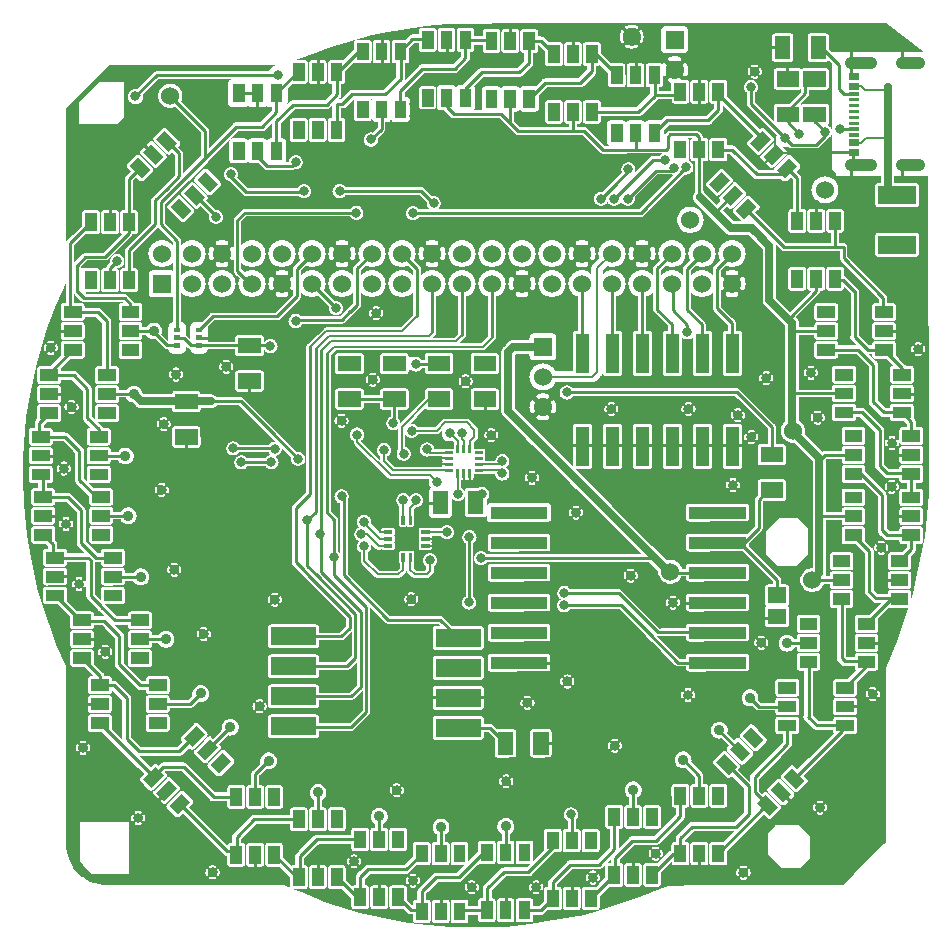
<source format=gbr>
G04 start of page 2 for group 0 idx 0 *
G04 Title: (unknown), top *
G04 Creator: pcb 4.2.0 *
G04 CreationDate: Thu Mar 26 12:54:29 2020 UTC *
G04 For: blinken *
G04 Format: Gerber/RS-274X *
G04 PCB-Dimensions (mm): 90.16 90.16 *
G04 PCB-Coordinate-Origin: lower left *
%MOMM*%
%FSLAX43Y43*%
%LNTOP*%
%ADD27C,0.600*%
%ADD26C,0.300*%
%ADD25C,0.965*%
%ADD24C,0.889*%
%ADD23C,2.646*%
%ADD22C,0.400*%
%ADD21C,0.508*%
%ADD20C,0.800*%
%ADD19C,0.914*%
%ADD18C,1.000*%
%ADD17C,0.700*%
%ADD16C,1.524*%
%ADD15C,0.200*%
%ADD14C,0.254*%
%ADD13C,0.250*%
%ADD12C,0.635*%
%ADD11C,0.002*%
G54D11*G36*
X39865Y80382D02*X42016D01*
X42661Y79737D01*
X42669Y79727D01*
X42679Y79719D01*
X42729Y79669D01*
X42741Y79659D01*
X42767Y79635D01*
X42767Y79635D01*
X42767Y79635D01*
X42775Y79631D01*
X43327Y79079D01*
X43335Y79069D01*
X43374Y79036D01*
X43374Y79036D01*
X43418Y79009D01*
X43465Y78989D01*
X43515Y78977D01*
X43566Y78973D01*
X43578Y78974D01*
X48193D01*
X48206Y78973D01*
X48218Y78974D01*
X48994D01*
X50483Y77486D01*
X50491Y77476D01*
X50530Y77443D01*
X50530Y77443D01*
X50574Y77416D01*
X50621Y77397D01*
X50671Y77385D01*
X50722Y77381D01*
X50734Y77382D01*
X52763D01*
X52806Y77384D01*
X53494D01*
X53507Y77383D01*
X53520Y77384D01*
X55711D01*
X55666Y77357D01*
X55594Y77296D01*
X55533Y77224D01*
X55517Y77197D01*
X55013D01*
X55000Y77198D01*
X54949Y77194D01*
X54899Y77182D01*
X54851Y77162D01*
X54807Y77135D01*
X54807Y77135D01*
X54768Y77102D01*
X54760Y77092D01*
X53413Y75746D01*
X53426Y75767D01*
X53462Y75854D01*
X53484Y75946D01*
X53490Y76040D01*
X53484Y76134D01*
X53462Y76226D01*
X53426Y76313D01*
X53377Y76394D01*
X53316Y76466D01*
X53244Y76527D01*
X53163Y76576D01*
X53076Y76612D01*
X52984Y76635D01*
X52890Y76642D01*
X52796Y76635D01*
X52704Y76612D01*
X52617Y76576D01*
X52536Y76527D01*
X52464Y76466D01*
X52403Y76394D01*
X52354Y76313D01*
X52318Y76226D01*
X52296Y76134D01*
X52288Y76040D01*
X52296Y75946D01*
X52318Y75854D01*
X52346Y75786D01*
X51515Y74955D01*
X51508Y74947D01*
X51500Y74940D01*
X50705Y74145D01*
X50664Y74155D01*
X50570Y74162D01*
X50476Y74155D01*
X50384Y74132D01*
X50297Y74096D01*
X50216Y74047D01*
X50144Y73986D01*
X50083Y73914D01*
X50034Y73833D01*
X49998Y73746D01*
X49976Y73654D01*
X49968Y73560D01*
X49976Y73466D01*
X49998Y73374D01*
X50034Y73287D01*
X50083Y73206D01*
X50144Y73135D01*
X50216Y73073D01*
X50297Y73024D01*
X50384Y72988D01*
X50476Y72966D01*
X50570Y72958D01*
X50664Y72966D01*
X50756Y72988D01*
X50843Y73024D01*
X50924Y73073D01*
X50996Y73135D01*
X51057Y73206D01*
X51106Y73287D01*
X51137Y73361D01*
X51164Y73297D01*
X51213Y73216D01*
X51274Y73145D01*
X51346Y73083D01*
X51427Y73034D01*
X51514Y72998D01*
X51606Y72976D01*
X51700Y72968D01*
X51794Y72976D01*
X51886Y72998D01*
X51973Y73034D01*
X52054Y73083D01*
X52126Y73145D01*
X52187Y73216D01*
X52236Y73297D01*
X52270Y73378D01*
X52304Y73297D01*
X52353Y73216D01*
X52414Y73145D01*
X52486Y73083D01*
X52567Y73034D01*
X52654Y72998D01*
X52746Y72976D01*
X52840Y72968D01*
X52934Y72976D01*
X53026Y72998D01*
X53113Y73034D01*
X53194Y73083D01*
X53266Y73145D01*
X53327Y73216D01*
X53376Y73297D01*
X53412Y73384D01*
X53434Y73476D01*
X53440Y73570D01*
X53434Y73664D01*
X53427Y73697D01*
X55335Y75605D01*
X56487D01*
X56500Y75604D01*
X56551Y75608D01*
X56551Y75608D01*
X56559Y75610D01*
X56564Y75608D01*
X56656Y75586D01*
X56721Y75581D01*
X53813Y72672D01*
X39865D01*
Y80382D01*
G37*
G36*
X63850Y54952D02*X64715Y54087D01*
Y52782D01*
X64050Y52782D01*
X64011Y52772D01*
X63974Y52757D01*
X63940Y52736D01*
X63910Y52710D01*
X63884Y52680D01*
X63863Y52646D01*
X63850Y52614D01*
Y53151D01*
X63850Y53152D01*
X63870Y53206D01*
X63884Y53262D01*
X63892Y53320D01*
X63895Y53377D01*
X63892Y53435D01*
X63884Y53492D01*
X63870Y53549D01*
X63851Y53603D01*
X63850Y53605D01*
Y54952D01*
G37*
G36*
X72000Y61360D02*X72219Y61141D01*
X72000D01*
Y61360D01*
G37*
G36*
Y34001D02*X72048D01*
X72048Y33820D01*
X72058Y33781D01*
X72073Y33744D01*
X72094Y33710D01*
X72120Y33680D01*
X72150Y33654D01*
X72184Y33633D01*
X72000Y33449D01*
Y34001D01*
G37*
G36*
X74072Y38043D02*X74970Y38942D01*
X74984Y38933D01*
X75021Y38918D01*
X75060Y38908D01*
X75100Y38906D01*
X76613Y38908D01*
X75716Y36256D01*
X74700Y33810D01*
X74686Y18972D01*
X74500Y18910D01*
X74072Y18482D01*
Y31334D01*
X74077Y31335D01*
X74092Y31340D01*
X74106Y31347D01*
X74119Y31356D01*
X74130Y31368D01*
X74139Y31380D01*
X74146Y31395D01*
X74166Y31449D01*
X74180Y31505D01*
X74188Y31562D01*
X74191Y31620D01*
X74188Y31678D01*
X74180Y31735D01*
X74166Y31791D01*
X74147Y31846D01*
X74140Y31860D01*
X74130Y31873D01*
X74119Y31884D01*
X74107Y31894D01*
X74093Y31901D01*
X74078Y31906D01*
X74072Y31907D01*
Y38043D01*
G37*
G36*
X73590Y36808D02*X73840Y36808D01*
X73879Y36818D01*
X73916Y36833D01*
X73950Y36854D01*
X73980Y36880D01*
X74006Y36910D01*
X74027Y36944D01*
X74042Y36981D01*
X74052Y37020D01*
X74054Y37060D01*
X74052Y38023D01*
X74072Y38043D01*
Y31907D01*
X74062Y31908D01*
X74046Y31909D01*
X74031Y31906D01*
X74015Y31901D01*
X74001Y31894D01*
X73988Y31885D01*
X73977Y31874D01*
X73968Y31861D01*
X73961Y31847D01*
X73956Y31832D01*
X73953Y31817D01*
X73953Y31801D01*
X73955Y31785D01*
X73960Y31770D01*
X73973Y31734D01*
X73983Y31697D01*
X73988Y31659D01*
X73990Y31620D01*
X73988Y31582D01*
X73983Y31543D01*
X73973Y31506D01*
X73961Y31470D01*
X73956Y31455D01*
X73953Y31439D01*
X73953Y31424D01*
X73956Y31408D01*
X73961Y31393D01*
X73968Y31379D01*
X73978Y31366D01*
X73989Y31355D01*
X74002Y31346D01*
X74016Y31339D01*
X74031Y31334D01*
X74046Y31332D01*
X74062Y31332D01*
X74072Y31334D01*
Y18482D01*
X73590Y18000D01*
Y31019D01*
X73648Y31022D01*
X73705Y31031D01*
X73761Y31044D01*
X73816Y31063D01*
X73830Y31070D01*
X73843Y31080D01*
X73854Y31091D01*
X73864Y31103D01*
X73871Y31118D01*
X73876Y31133D01*
X73878Y31148D01*
X73878Y31164D01*
X73876Y31180D01*
X73871Y31195D01*
X73864Y31209D01*
X73855Y31222D01*
X73844Y31233D01*
X73831Y31242D01*
X73817Y31250D01*
X73802Y31255D01*
X73787Y31257D01*
X73771Y31257D01*
X73755Y31255D01*
X73740Y31250D01*
X73704Y31237D01*
X73667Y31228D01*
X73628Y31222D01*
X73590Y31220D01*
Y32020D01*
X73628Y32018D01*
X73667Y32013D01*
X73704Y32004D01*
X73740Y31991D01*
X73755Y31986D01*
X73771Y31983D01*
X73787Y31983D01*
X73802Y31986D01*
X73817Y31991D01*
X73831Y31998D01*
X73844Y32008D01*
X73855Y32019D01*
X73864Y32032D01*
X73871Y32046D01*
X73876Y32061D01*
X73878Y32076D01*
X73878Y32092D01*
X73875Y32108D01*
X73870Y32122D01*
X73863Y32136D01*
X73854Y32149D01*
X73843Y32160D01*
X73830Y32169D01*
X73816Y32176D01*
X73761Y32196D01*
X73705Y32210D01*
X73648Y32218D01*
X73590Y32221D01*
Y33608D01*
X73840Y33608D01*
X73879Y33618D01*
X73916Y33633D01*
X73950Y33654D01*
X73980Y33680D01*
X74006Y33710D01*
X74027Y33744D01*
X74042Y33781D01*
X74052Y33820D01*
X74054Y33860D01*
X74052Y34900D01*
X74042Y34939D01*
X74027Y34976D01*
X74006Y35010D01*
X73980Y35040D01*
X73950Y35066D01*
X73916Y35087D01*
X73879Y35102D01*
X73840Y35112D01*
X73800Y35114D01*
X73590Y35114D01*
Y35208D01*
X73840Y35208D01*
X73879Y35218D01*
X73916Y35233D01*
X73950Y35254D01*
X73980Y35280D01*
X74006Y35310D01*
X74027Y35344D01*
X74042Y35381D01*
X74052Y35420D01*
X74054Y35460D01*
X74052Y36500D01*
X74042Y36539D01*
X74027Y36576D01*
X74006Y36610D01*
X73980Y36640D01*
X73950Y36666D01*
X73916Y36687D01*
X73879Y36702D01*
X73840Y36712D01*
X73800Y36714D01*
X73590Y36714D01*
Y36808D01*
G37*
G36*
Y35114D02*X73050Y35113D01*
Y35207D01*
X73590Y35208D01*
Y35114D01*
G37*
G36*
Y18000D02*X73050Y17460D01*
Y31367D01*
X73061Y31356D01*
X73073Y31347D01*
X73087Y31339D01*
X73102Y31334D01*
X73118Y31332D01*
X73134Y31332D01*
X73149Y31334D01*
X73165Y31339D01*
X73179Y31346D01*
X73192Y31355D01*
X73203Y31366D01*
X73212Y31379D01*
X73219Y31393D01*
X73224Y31408D01*
X73227Y31423D01*
X73227Y31439D01*
X73225Y31455D01*
X73220Y31470D01*
X73207Y31506D01*
X73197Y31543D01*
X73192Y31582D01*
X73190Y31620D01*
X73192Y31659D01*
X73197Y31697D01*
X73207Y31734D01*
X73219Y31770D01*
X73224Y31785D01*
X73227Y31801D01*
X73227Y31817D01*
X73224Y31832D01*
X73219Y31847D01*
X73212Y31861D01*
X73202Y31874D01*
X73191Y31885D01*
X73178Y31894D01*
X73164Y31901D01*
X73149Y31906D01*
X73134Y31908D01*
X73118Y31908D01*
X73103Y31905D01*
X73088Y31900D01*
X73074Y31893D01*
X73061Y31884D01*
X73050Y31873D01*
Y33421D01*
X73236Y33608D01*
X73590Y33608D01*
Y32221D01*
X73590Y32221D01*
X73532Y32218D01*
X73475Y32210D01*
X73419Y32196D01*
X73364Y32177D01*
X73350Y32170D01*
X73337Y32161D01*
X73326Y32149D01*
X73316Y32137D01*
X73309Y32123D01*
X73304Y32108D01*
X73302Y32092D01*
X73302Y32076D01*
X73304Y32061D01*
X73309Y32046D01*
X73316Y32031D01*
X73325Y32019D01*
X73336Y32007D01*
X73349Y31998D01*
X73363Y31991D01*
X73378Y31986D01*
X73393Y31983D01*
X73409Y31983D01*
X73425Y31985D01*
X73440Y31990D01*
X73476Y32004D01*
X73513Y32013D01*
X73552Y32018D01*
X73590Y32020D01*
X73590Y32020D01*
Y31220D01*
X73590Y31220D01*
X73552Y31222D01*
X73513Y31228D01*
X73476Y31237D01*
X73440Y31249D01*
X73425Y31254D01*
X73409Y31257D01*
X73393Y31257D01*
X73378Y31254D01*
X73363Y31249D01*
X73349Y31242D01*
X73336Y31233D01*
X73325Y31221D01*
X73316Y31209D01*
X73309Y31194D01*
X73304Y31179D01*
X73302Y31164D01*
X73302Y31148D01*
X73305Y31133D01*
X73310Y31118D01*
X73317Y31104D01*
X73326Y31091D01*
X73337Y31080D01*
X73350Y31071D01*
X73364Y31064D01*
X73419Y31044D01*
X73475Y31031D01*
X73532Y31022D01*
X73590Y31019D01*
X73590Y31019D01*
Y18000D01*
G37*
G36*
X73050Y36807D02*X73590Y36808D01*
Y36714D01*
X73050Y36713D01*
Y36807D01*
G37*
G36*
Y39990D02*X73583Y39457D01*
X73593Y39445D01*
X73639Y39407D01*
X73690Y39375D01*
X73745Y39352D01*
X73803Y39338D01*
X73863Y39334D01*
X73878Y39335D01*
X74286D01*
X73264Y38313D01*
X73050Y38313D01*
Y39990D01*
G37*
G36*
Y17460D02*X72000Y16410D01*
Y28208D01*
X72040Y28208D01*
X72079Y28218D01*
X72116Y28233D01*
X72150Y28254D01*
X72180Y28280D01*
X72206Y28310D01*
X72227Y28344D01*
X72242Y28381D01*
X72252Y28420D01*
X72254Y28460D01*
X72252Y29500D01*
X72242Y29539D01*
X72227Y29576D01*
X72206Y29610D01*
X72180Y29640D01*
X72150Y29666D01*
X72116Y29687D01*
X72079Y29702D01*
X72040Y29712D01*
X72000Y29714D01*
Y29808D01*
X72040Y29808D01*
X72079Y29818D01*
X72116Y29833D01*
X72150Y29854D01*
X72180Y29880D01*
X72206Y29910D01*
X72227Y29944D01*
X72242Y29981D01*
X72252Y30020D01*
X72254Y30060D01*
X72252Y31100D01*
X72242Y31139D01*
X72227Y31176D01*
X72206Y31210D01*
X72180Y31240D01*
X72150Y31266D01*
X72116Y31287D01*
X72079Y31302D01*
X72040Y31312D01*
X72000Y31314D01*
Y31408D01*
X72040Y31408D01*
X72079Y31418D01*
X72116Y31433D01*
X72150Y31454D01*
X72180Y31480D01*
X72206Y31510D01*
X72227Y31544D01*
X72242Y31581D01*
X72252Y31620D01*
X72254Y31660D01*
X72252Y32623D01*
X73050Y33421D01*
Y31873D01*
X73050Y31873D01*
X73041Y31860D01*
X73034Y31846D01*
X73014Y31791D01*
X73000Y31735D01*
X72992Y31678D01*
X72989Y31620D01*
X72992Y31562D01*
X73000Y31505D01*
X73014Y31449D01*
X73033Y31394D01*
X73040Y31380D01*
X73050Y31367D01*
X73050Y31367D01*
Y17460D01*
G37*
G36*
X72000Y44307D02*X72164Y44308D01*
X72923Y43548D01*
Y40289D01*
X72922Y40275D01*
X72927Y40215D01*
X72941Y40156D01*
X72964Y40101D01*
X72995Y40050D01*
X73034Y40004D01*
X73046Y39995D01*
X73050Y39990D01*
Y38313D01*
X72260Y38312D01*
X72221Y38302D01*
X72184Y38287D01*
X72150Y38266D01*
X72120Y38240D01*
X72094Y38210D01*
X72073Y38176D01*
X72058Y38139D01*
X72048Y38100D01*
X72046Y38060D01*
X72048Y37020D01*
X72058Y36981D01*
X72073Y36944D01*
X72094Y36910D01*
X72120Y36880D01*
X72150Y36854D01*
X72184Y36833D01*
X72221Y36818D01*
X72260Y36808D01*
X72300Y36806D01*
X73050Y36807D01*
Y36713D01*
X72260Y36712D01*
X72221Y36702D01*
X72184Y36687D01*
X72150Y36666D01*
X72120Y36640D01*
X72094Y36610D01*
X72073Y36576D01*
X72058Y36539D01*
X72048Y36500D01*
X72046Y36460D01*
X72048Y35420D01*
X72058Y35381D01*
X72073Y35344D01*
X72094Y35310D01*
X72120Y35280D01*
X72150Y35254D01*
X72184Y35233D01*
X72221Y35218D01*
X72260Y35208D01*
X72300Y35206D01*
X73050Y35207D01*
Y35113D01*
X72260Y35112D01*
X72221Y35102D01*
X72184Y35087D01*
X72150Y35066D01*
X72120Y35040D01*
X72094Y35010D01*
X72073Y34976D01*
X72058Y34939D01*
X72048Y34900D01*
X72046Y34860D01*
X72046Y34763D01*
X72000D01*
Y44307D01*
G37*
G36*
X75850Y54707D02*X76240Y54708D01*
X76479Y54468D01*
Y54212D01*
X76060Y54212D01*
X76021Y54202D01*
X75984Y54187D01*
X75950Y54166D01*
X75920Y54140D01*
X75894Y54110D01*
X75873Y54076D01*
X75858Y54039D01*
X75850Y54007D01*
Y54707D01*
G37*
G36*
Y49713D02*X75858Y49681D01*
X75873Y49644D01*
X75894Y49610D01*
X75920Y49580D01*
X75950Y49554D01*
X75984Y49533D01*
X76021Y49518D01*
X76060Y49508D01*
X76100Y49506D01*
X76469Y49507D01*
Y49012D01*
X76060Y49012D01*
X76021Y49002D01*
X75984Y48987D01*
X75950Y48966D01*
X75920Y48940D01*
X75894Y48910D01*
X75873Y48876D01*
X75858Y48839D01*
X75850Y48807D01*
Y49713D01*
G37*
G36*
Y44513D02*X75858Y44481D01*
X75873Y44444D01*
X75894Y44410D01*
X75920Y44380D01*
X75950Y44354D01*
X75984Y44333D01*
X76021Y44318D01*
X76060Y44308D01*
X76100Y44306D01*
X76469Y44307D01*
Y44018D01*
X76064Y43613D01*
X75850Y43613D01*
Y44513D01*
G37*
G36*
X77922Y75460D02*X78282D01*
X78362Y50368D01*
X78315Y48609D01*
X77982Y44861D01*
X77922Y44565D01*
Y60534D01*
X77927Y60535D01*
X77942Y60540D01*
X77956Y60547D01*
X77969Y60556D01*
X77980Y60568D01*
X77989Y60580D01*
X77996Y60595D01*
X78016Y60649D01*
X78030Y60705D01*
X78038Y60762D01*
X78041Y60820D01*
X78038Y60878D01*
X78030Y60935D01*
X78016Y60991D01*
X77997Y61046D01*
X77990Y61060D01*
X77980Y61073D01*
X77969Y61084D01*
X77957Y61094D01*
X77943Y61101D01*
X77928Y61106D01*
X77922Y61107D01*
Y75460D01*
G37*
G36*
X77440Y72942D02*X77456Y72960D01*
X77477Y72994D01*
X77492Y73031D01*
X77502Y73070D01*
X77504Y73110D01*
X77502Y74650D01*
X77492Y74689D01*
X77477Y74726D01*
X77456Y74760D01*
X77440Y74778D01*
Y75460D01*
X77922D01*
Y61107D01*
X77912Y61108D01*
X77896Y61109D01*
X77881Y61106D01*
X77865Y61101D01*
X77851Y61094D01*
X77838Y61085D01*
X77827Y61074D01*
X77818Y61061D01*
X77811Y61047D01*
X77806Y61032D01*
X77803Y61017D01*
X77803Y61001D01*
X77805Y60985D01*
X77810Y60970D01*
X77823Y60934D01*
X77833Y60897D01*
X77838Y60859D01*
X77840Y60820D01*
X77838Y60782D01*
X77833Y60743D01*
X77823Y60706D01*
X77811Y60670D01*
X77806Y60655D01*
X77803Y60639D01*
X77803Y60624D01*
X77806Y60608D01*
X77811Y60593D01*
X77818Y60579D01*
X77828Y60566D01*
X77839Y60555D01*
X77852Y60546D01*
X77866Y60539D01*
X77881Y60534D01*
X77896Y60532D01*
X77912Y60532D01*
X77922Y60534D01*
Y44565D01*
X77440Y42188D01*
Y44308D01*
X77640Y44308D01*
X77679Y44318D01*
X77716Y44333D01*
X77750Y44354D01*
X77780Y44380D01*
X77806Y44410D01*
X77827Y44444D01*
X77842Y44481D01*
X77852Y44520D01*
X77854Y44560D01*
X77852Y45600D01*
X77842Y45639D01*
X77827Y45676D01*
X77806Y45710D01*
X77780Y45740D01*
X77750Y45766D01*
X77716Y45787D01*
X77679Y45802D01*
X77640Y45812D01*
X77600Y45814D01*
X77440Y45814D01*
Y45908D01*
X77640Y45908D01*
X77679Y45918D01*
X77716Y45933D01*
X77750Y45954D01*
X77780Y45980D01*
X77806Y46010D01*
X77827Y46044D01*
X77842Y46081D01*
X77852Y46120D01*
X77854Y46160D01*
X77852Y47200D01*
X77842Y47239D01*
X77827Y47276D01*
X77806Y47310D01*
X77780Y47340D01*
X77750Y47366D01*
X77716Y47387D01*
X77679Y47402D01*
X77640Y47412D01*
X77600Y47414D01*
X77440Y47414D01*
Y47508D01*
X77640Y47508D01*
X77679Y47518D01*
X77716Y47533D01*
X77750Y47554D01*
X77780Y47580D01*
X77806Y47610D01*
X77827Y47644D01*
X77842Y47681D01*
X77852Y47720D01*
X77854Y47760D01*
X77852Y48800D01*
X77842Y48839D01*
X77827Y48876D01*
X77806Y48910D01*
X77780Y48940D01*
X77750Y48966D01*
X77716Y48987D01*
X77679Y49002D01*
X77640Y49012D01*
X77600Y49014D01*
X77440Y49014D01*
Y49508D01*
X77640Y49508D01*
X77679Y49518D01*
X77716Y49533D01*
X77750Y49554D01*
X77780Y49580D01*
X77806Y49610D01*
X77827Y49644D01*
X77842Y49681D01*
X77852Y49720D01*
X77854Y49760D01*
X77852Y50800D01*
X77842Y50839D01*
X77827Y50876D01*
X77806Y50910D01*
X77780Y50940D01*
X77750Y50966D01*
X77716Y50987D01*
X77679Y51002D01*
X77640Y51012D01*
X77600Y51014D01*
X77440Y51014D01*
Y51108D01*
X77640Y51108D01*
X77679Y51118D01*
X77716Y51133D01*
X77750Y51154D01*
X77780Y51180D01*
X77806Y51210D01*
X77827Y51244D01*
X77842Y51281D01*
X77852Y51320D01*
X77854Y51360D01*
X77852Y52400D01*
X77842Y52439D01*
X77827Y52476D01*
X77806Y52510D01*
X77780Y52540D01*
X77750Y52566D01*
X77716Y52587D01*
X77679Y52602D01*
X77640Y52612D01*
X77600Y52614D01*
X77440Y52614D01*
Y52708D01*
X77640Y52708D01*
X77679Y52718D01*
X77716Y52733D01*
X77750Y52754D01*
X77780Y52780D01*
X77806Y52810D01*
X77827Y52844D01*
X77842Y52881D01*
X77852Y52920D01*
X77854Y52960D01*
X77852Y54000D01*
X77842Y54039D01*
X77827Y54076D01*
X77806Y54110D01*
X77780Y54140D01*
X77750Y54166D01*
X77716Y54187D01*
X77679Y54202D01*
X77640Y54212D01*
X77600Y54214D01*
X77440Y54214D01*
Y60219D01*
X77498Y60222D01*
X77555Y60231D01*
X77611Y60244D01*
X77666Y60263D01*
X77680Y60270D01*
X77693Y60280D01*
X77704Y60291D01*
X77714Y60303D01*
X77721Y60318D01*
X77726Y60333D01*
X77728Y60348D01*
X77728Y60364D01*
X77726Y60380D01*
X77721Y60395D01*
X77714Y60409D01*
X77705Y60422D01*
X77694Y60433D01*
X77681Y60442D01*
X77667Y60450D01*
X77652Y60455D01*
X77637Y60457D01*
X77621Y60457D01*
X77605Y60455D01*
X77590Y60450D01*
X77554Y60437D01*
X77517Y60428D01*
X77478Y60422D01*
X77440Y60420D01*
Y61220D01*
X77478Y61218D01*
X77517Y61213D01*
X77554Y61204D01*
X77590Y61191D01*
X77605Y61186D01*
X77621Y61183D01*
X77637Y61183D01*
X77652Y61186D01*
X77667Y61191D01*
X77681Y61198D01*
X77694Y61208D01*
X77705Y61219D01*
X77714Y61232D01*
X77721Y61246D01*
X77726Y61261D01*
X77728Y61276D01*
X77728Y61292D01*
X77725Y61308D01*
X77720Y61322D01*
X77713Y61336D01*
X77704Y61349D01*
X77693Y61360D01*
X77680Y61369D01*
X77666Y61376D01*
X77611Y61396D01*
X77555Y61410D01*
X77498Y61418D01*
X77440Y61421D01*
Y68742D01*
X77456Y68760D01*
X77477Y68794D01*
X77492Y68831D01*
X77502Y68870D01*
X77504Y68910D01*
X77502Y70450D01*
X77492Y70489D01*
X77477Y70526D01*
X77456Y70560D01*
X77440Y70578D01*
Y72942D01*
G37*
G36*
Y54214D02*X77241Y54214D01*
Y54611D01*
X77243Y54626D01*
X77238Y54685D01*
X77224Y54744D01*
X77201Y54799D01*
X77170Y54850D01*
X77131Y54896D01*
X77119Y54905D01*
X77054Y54971D01*
X77052Y56000D01*
X77042Y56039D01*
X77027Y56076D01*
X77006Y56110D01*
X76980Y56140D01*
X76958Y56159D01*
Y56361D01*
X76980Y56380D01*
X77006Y56410D01*
X77027Y56444D01*
X77042Y56481D01*
X77052Y56520D01*
X77054Y56560D01*
X77052Y57600D01*
X77042Y57639D01*
X77027Y57676D01*
X77006Y57710D01*
X76980Y57740D01*
X76958Y57759D01*
Y57961D01*
X76980Y57980D01*
X77006Y58010D01*
X77027Y58044D01*
X77042Y58081D01*
X77052Y58120D01*
X77054Y58160D01*
X77052Y59200D01*
X77042Y59239D01*
X77027Y59276D01*
X77006Y59310D01*
X76980Y59340D01*
X76958Y59359D01*
Y60533D01*
X76968Y60532D01*
X76984Y60532D01*
X76999Y60534D01*
X77015Y60539D01*
X77029Y60546D01*
X77042Y60555D01*
X77053Y60566D01*
X77062Y60579D01*
X77069Y60593D01*
X77074Y60608D01*
X77077Y60623D01*
X77077Y60639D01*
X77075Y60655D01*
X77070Y60670D01*
X77057Y60706D01*
X77047Y60743D01*
X77042Y60782D01*
X77040Y60820D01*
X77042Y60859D01*
X77047Y60897D01*
X77057Y60934D01*
X77069Y60970D01*
X77074Y60985D01*
X77077Y61001D01*
X77077Y61017D01*
X77074Y61032D01*
X77069Y61047D01*
X77062Y61061D01*
X77052Y61074D01*
X77041Y61085D01*
X77028Y61094D01*
X77014Y61101D01*
X76999Y61106D01*
X76984Y61108D01*
X76968Y61108D01*
X76958Y61106D01*
Y68658D01*
X77290Y68658D01*
X77329Y68668D01*
X77366Y68683D01*
X77400Y68704D01*
X77430Y68730D01*
X77440Y68742D01*
Y61421D01*
X77440Y61421D01*
X77382Y61418D01*
X77325Y61410D01*
X77269Y61396D01*
X77214Y61377D01*
X77200Y61370D01*
X77187Y61361D01*
X77176Y61349D01*
X77166Y61337D01*
X77159Y61323D01*
X77154Y61308D01*
X77152Y61292D01*
X77152Y61276D01*
X77154Y61261D01*
X77159Y61246D01*
X77166Y61231D01*
X77175Y61219D01*
X77186Y61207D01*
X77199Y61198D01*
X77213Y61191D01*
X77228Y61186D01*
X77243Y61183D01*
X77259Y61183D01*
X77275Y61185D01*
X77290Y61190D01*
X77326Y61204D01*
X77363Y61213D01*
X77402Y61218D01*
X77440Y61220D01*
X77440Y61220D01*
Y60420D01*
X77440Y60420D01*
X77402Y60422D01*
X77363Y60428D01*
X77326Y60437D01*
X77290Y60449D01*
X77275Y60454D01*
X77259Y60457D01*
X77243Y60457D01*
X77228Y60454D01*
X77213Y60449D01*
X77199Y60442D01*
X77186Y60433D01*
X77175Y60421D01*
X77166Y60409D01*
X77159Y60394D01*
X77154Y60379D01*
X77152Y60364D01*
X77152Y60348D01*
X77155Y60333D01*
X77160Y60318D01*
X77167Y60304D01*
X77176Y60291D01*
X77187Y60280D01*
X77200Y60271D01*
X77214Y60264D01*
X77269Y60244D01*
X77325Y60231D01*
X77382Y60222D01*
X77440Y60219D01*
X77440Y60219D01*
Y54214D01*
G37*
G36*
X76958Y59359D02*X76950Y59366D01*
X76916Y59387D01*
X76879Y59402D01*
X76840Y59412D01*
X76800Y59414D01*
X76412Y59414D01*
X76382Y59462D01*
X76343Y59507D01*
X76332Y59517D01*
X75850Y59999D01*
Y68657D01*
X76958Y68658D01*
Y61106D01*
X76953Y61105D01*
X76938Y61100D01*
X76924Y61093D01*
X76911Y61084D01*
X76900Y61073D01*
X76891Y61060D01*
X76884Y61046D01*
X76864Y60991D01*
X76850Y60935D01*
X76842Y60878D01*
X76839Y60820D01*
X76842Y60762D01*
X76850Y60705D01*
X76864Y60649D01*
X76883Y60594D01*
X76890Y60580D01*
X76900Y60567D01*
X76911Y60556D01*
X76923Y60547D01*
X76937Y60539D01*
X76952Y60534D01*
X76958Y60533D01*
Y59359D01*
G37*
G36*
Y57759D02*X76950Y57766D01*
X76916Y57787D01*
X76879Y57802D01*
X76840Y57812D01*
X76800Y57814D01*
X75850Y57813D01*
Y57907D01*
X76840Y57908D01*
X76879Y57918D01*
X76916Y57933D01*
X76950Y57954D01*
X76958Y57961D01*
Y57759D01*
G37*
G36*
Y56159D02*X76950Y56166D01*
X76916Y56187D01*
X76879Y56202D01*
X76840Y56212D01*
X76800Y56214D01*
X75850Y56213D01*
Y56307D01*
X76840Y56308D01*
X76879Y56318D01*
X76916Y56333D01*
X76950Y56354D01*
X76958Y56361D01*
Y56159D01*
G37*
G36*
X77440Y52614D02*X76060Y52612D01*
X76021Y52602D01*
X75984Y52587D01*
X75950Y52566D01*
X75920Y52540D01*
X75894Y52510D01*
X75873Y52476D01*
X75858Y52439D01*
X75850Y52407D01*
Y52913D01*
X75858Y52881D01*
X75873Y52844D01*
X75894Y52810D01*
X75920Y52780D01*
X75950Y52754D01*
X75984Y52733D01*
X76021Y52718D01*
X76060Y52708D01*
X76100Y52706D01*
X77440Y52708D01*
Y52614D01*
G37*
G36*
Y51014D02*X76060Y51012D01*
X76021Y51002D01*
X75984Y50987D01*
X75950Y50966D01*
X75920Y50940D01*
X75894Y50910D01*
X75873Y50876D01*
X75858Y50839D01*
X75850Y50807D01*
Y51313D01*
X75858Y51281D01*
X75873Y51244D01*
X75894Y51210D01*
X75920Y51180D01*
X75950Y51154D01*
X75984Y51133D01*
X76021Y51118D01*
X76060Y51108D01*
X76100Y51106D01*
X77440Y51108D01*
Y51014D01*
G37*
G36*
Y49014D02*X77231Y49014D01*
Y49508D01*
X77440Y49508D01*
Y49014D01*
G37*
G36*
Y47414D02*X76060Y47412D01*
X76021Y47402D01*
X75984Y47387D01*
X75950Y47366D01*
X75920Y47340D01*
X75894Y47310D01*
X75873Y47276D01*
X75858Y47239D01*
X75850Y47207D01*
Y47713D01*
X75858Y47681D01*
X75873Y47644D01*
X75894Y47610D01*
X75920Y47580D01*
X75950Y47554D01*
X75984Y47533D01*
X76021Y47518D01*
X76060Y47508D01*
X76100Y47506D01*
X77440Y47508D01*
Y47414D01*
G37*
G36*
Y45814D02*X76060Y45812D01*
X76021Y45802D01*
X75984Y45787D01*
X75950Y45766D01*
X75920Y45740D01*
X75894Y45710D01*
X75873Y45676D01*
X75858Y45639D01*
X75850Y45607D01*
Y46113D01*
X75858Y46081D01*
X75873Y46044D01*
X75894Y46010D01*
X75920Y45980D01*
X75950Y45954D01*
X75984Y45933D01*
X76021Y45918D01*
X76060Y45908D01*
X76100Y45906D01*
X77440Y45908D01*
Y45814D01*
G37*
G36*
Y42188D02*X77020Y40115D01*
X76853Y39620D01*
X76852Y40200D01*
X76842Y40239D01*
X76827Y40276D01*
X76806Y40310D01*
X76780Y40340D01*
X76750Y40366D01*
X76716Y40387D01*
X76679Y40402D01*
X76640Y40412D01*
X76600Y40414D01*
X75850Y40413D01*
Y40507D01*
X76640Y40508D01*
X76679Y40518D01*
X76716Y40533D01*
X76750Y40554D01*
X76780Y40580D01*
X76806Y40610D01*
X76827Y40644D01*
X76842Y40681D01*
X76852Y40720D01*
X76854Y40760D01*
X76852Y41800D01*
X76842Y41839D01*
X76827Y41876D01*
X76806Y41910D01*
X76780Y41940D01*
X76750Y41966D01*
X76716Y41987D01*
X76679Y42002D01*
X76640Y42012D01*
X76600Y42014D01*
X75850Y42013D01*
Y42107D01*
X76640Y42108D01*
X76679Y42118D01*
X76716Y42133D01*
X76750Y42154D01*
X76780Y42180D01*
X76806Y42210D01*
X76827Y42244D01*
X76842Y42281D01*
X76852Y42320D01*
X76854Y42360D01*
X76852Y43323D01*
X77109Y43580D01*
X77120Y43590D01*
X77159Y43635D01*
X77159Y43635D01*
X77191Y43687D01*
X77213Y43742D01*
X77227Y43800D01*
X77232Y43860D01*
X77231Y43875D01*
Y44308D01*
X77440Y44308D01*
Y42188D01*
G37*
G36*
Y74778D02*X77430Y74790D01*
X77400Y74816D01*
X77366Y74837D01*
X77329Y74852D01*
X77290Y74862D01*
X77250Y74864D01*
X75850Y74863D01*
Y75460D01*
X77440D01*
Y74778D01*
G37*
G36*
X75850Y72857D02*X77290Y72858D01*
X77329Y72868D01*
X77366Y72883D01*
X77400Y72904D01*
X77430Y72930D01*
X77440Y72942D01*
Y70578D01*
X77430Y70590D01*
X77400Y70616D01*
X77366Y70637D01*
X77329Y70652D01*
X77290Y70662D01*
X77250Y70664D01*
X75850Y70663D01*
Y72857D01*
G37*
G36*
Y56213D02*X75260Y56212D01*
X75221Y56202D01*
X75184Y56187D01*
X75150Y56166D01*
X75120Y56140D01*
X75094Y56110D01*
X75073Y56076D01*
X75058Y56039D01*
X75048Y56000D01*
X75046Y55960D01*
X75046Y55845D01*
X74656D01*
X74016Y56485D01*
Y59487D01*
X74017Y59502D01*
X74012Y59562D01*
X73998Y59620D01*
X73975Y59676D01*
X73944Y59727D01*
X73905Y59773D01*
X73893Y59782D01*
X73310Y60366D01*
X73548D01*
X73548Y60220D01*
X73558Y60181D01*
X73573Y60144D01*
X73594Y60110D01*
X73620Y60080D01*
X73650Y60054D01*
X73684Y60033D01*
X73721Y60018D01*
X73760Y60008D01*
X73800Y60006D01*
X74764Y60008D01*
X75359Y59412D01*
X75260Y59412D01*
X75221Y59402D01*
X75184Y59387D01*
X75150Y59366D01*
X75120Y59340D01*
X75094Y59310D01*
X75073Y59276D01*
X75058Y59239D01*
X75048Y59200D01*
X75046Y59160D01*
X75048Y58120D01*
X75058Y58081D01*
X75073Y58044D01*
X75094Y58010D01*
X75120Y57980D01*
X75150Y57954D01*
X75184Y57933D01*
X75221Y57918D01*
X75260Y57908D01*
X75300Y57906D01*
X75850Y57907D01*
Y57813D01*
X75260Y57812D01*
X75221Y57802D01*
X75184Y57787D01*
X75150Y57766D01*
X75120Y57740D01*
X75094Y57710D01*
X75073Y57676D01*
X75058Y57639D01*
X75048Y57600D01*
X75046Y57560D01*
X75048Y56520D01*
X75058Y56481D01*
X75073Y56444D01*
X75094Y56410D01*
X75120Y56380D01*
X75150Y56354D01*
X75184Y56333D01*
X75221Y56318D01*
X75260Y56308D01*
X75300Y56306D01*
X75850Y56307D01*
Y56213D01*
G37*
G36*
Y50807D02*X75848Y50800D01*
X75846Y50760D01*
X75846Y50688D01*
X75702D01*
Y52584D01*
X75707Y52585D01*
X75722Y52590D01*
X75736Y52597D01*
X75749Y52606D01*
X75760Y52618D01*
X75769Y52630D01*
X75776Y52645D01*
X75796Y52699D01*
X75810Y52755D01*
X75818Y52812D01*
X75821Y52870D01*
X75818Y52928D01*
X75810Y52985D01*
X75796Y53041D01*
X75777Y53096D01*
X75770Y53110D01*
X75760Y53123D01*
X75749Y53134D01*
X75737Y53144D01*
X75723Y53151D01*
X75708Y53156D01*
X75702Y53157D01*
Y54707D01*
X75850Y54707D01*
Y54007D01*
X75848Y54000D01*
X75846Y53960D01*
X75848Y52920D01*
X75850Y52913D01*
Y52407D01*
X75848Y52400D01*
X75846Y52360D01*
X75848Y51320D01*
X75850Y51313D01*
Y50807D01*
G37*
G36*
X75702Y50688D02*X75220D01*
Y52269D01*
X75278Y52272D01*
X75335Y52281D01*
X75391Y52294D01*
X75446Y52313D01*
X75460Y52320D01*
X75473Y52330D01*
X75484Y52341D01*
X75494Y52353D01*
X75501Y52368D01*
X75506Y52383D01*
X75508Y52398D01*
X75508Y52414D01*
X75506Y52430D01*
X75501Y52445D01*
X75494Y52459D01*
X75485Y52472D01*
X75474Y52483D01*
X75461Y52492D01*
X75447Y52500D01*
X75432Y52505D01*
X75417Y52507D01*
X75401Y52507D01*
X75385Y52505D01*
X75370Y52500D01*
X75334Y52487D01*
X75297Y52478D01*
X75258Y52472D01*
X75220Y52470D01*
Y53270D01*
X75258Y53268D01*
X75297Y53263D01*
X75334Y53254D01*
X75370Y53241D01*
X75385Y53236D01*
X75401Y53233D01*
X75417Y53233D01*
X75432Y53236D01*
X75447Y53241D01*
X75461Y53248D01*
X75474Y53258D01*
X75485Y53269D01*
X75494Y53282D01*
X75501Y53296D01*
X75506Y53311D01*
X75508Y53326D01*
X75508Y53342D01*
X75505Y53358D01*
X75500Y53372D01*
X75493Y53386D01*
X75484Y53399D01*
X75473Y53410D01*
X75460Y53419D01*
X75446Y53426D01*
X75391Y53446D01*
X75335Y53460D01*
X75278Y53468D01*
X75220Y53471D01*
Y54718D01*
X75221Y54718D01*
X75260Y54708D01*
X75300Y54706D01*
X75702Y54707D01*
Y53157D01*
X75692Y53158D01*
X75676Y53159D01*
X75661Y53156D01*
X75645Y53151D01*
X75631Y53144D01*
X75618Y53135D01*
X75607Y53124D01*
X75598Y53111D01*
X75591Y53097D01*
X75586Y53082D01*
X75583Y53067D01*
X75583Y53051D01*
X75585Y53035D01*
X75590Y53020D01*
X75603Y52984D01*
X75613Y52947D01*
X75618Y52909D01*
X75620Y52870D01*
X75618Y52832D01*
X75613Y52793D01*
X75603Y52756D01*
X75591Y52720D01*
X75586Y52705D01*
X75583Y52689D01*
X75583Y52674D01*
X75586Y52658D01*
X75591Y52643D01*
X75598Y52629D01*
X75608Y52616D01*
X75619Y52605D01*
X75632Y52596D01*
X75646Y52589D01*
X75661Y52584D01*
X75676Y52582D01*
X75692Y52582D01*
X75702Y52584D01*
Y50688D01*
G37*
G36*
X75220D02*X74935D01*
X74738Y50886D01*
Y52583D01*
X74748Y52582D01*
X74764Y52582D01*
X74779Y52584D01*
X74795Y52589D01*
X74809Y52596D01*
X74822Y52605D01*
X74833Y52616D01*
X74842Y52629D01*
X74849Y52643D01*
X74854Y52658D01*
X74857Y52673D01*
X74857Y52689D01*
X74855Y52705D01*
X74850Y52720D01*
X74837Y52756D01*
X74827Y52793D01*
X74822Y52832D01*
X74820Y52870D01*
X74822Y52909D01*
X74827Y52947D01*
X74837Y52984D01*
X74849Y53020D01*
X74854Y53035D01*
X74857Y53051D01*
X74857Y53067D01*
X74854Y53082D01*
X74849Y53097D01*
X74842Y53111D01*
X74832Y53124D01*
X74821Y53135D01*
X74808Y53144D01*
X74794Y53151D01*
X74779Y53156D01*
X74764Y53158D01*
X74748Y53158D01*
X74738Y53156D01*
Y55083D01*
X75048D01*
X75048Y54920D01*
X75058Y54881D01*
X75073Y54844D01*
X75094Y54810D01*
X75120Y54780D01*
X75150Y54754D01*
X75184Y54733D01*
X75220Y54718D01*
Y53471D01*
X75220Y53471D01*
X75162Y53468D01*
X75105Y53460D01*
X75049Y53446D01*
X74994Y53427D01*
X74980Y53420D01*
X74967Y53411D01*
X74956Y53399D01*
X74946Y53387D01*
X74939Y53373D01*
X74934Y53358D01*
X74932Y53342D01*
X74932Y53326D01*
X74934Y53311D01*
X74939Y53296D01*
X74946Y53281D01*
X74955Y53269D01*
X74966Y53257D01*
X74979Y53248D01*
X74993Y53241D01*
X75008Y53236D01*
X75023Y53233D01*
X75039Y53233D01*
X75055Y53235D01*
X75070Y53240D01*
X75106Y53254D01*
X75143Y53263D01*
X75182Y53268D01*
X75220Y53270D01*
X75220Y53270D01*
Y52470D01*
X75220Y52470D01*
X75182Y52472D01*
X75143Y52478D01*
X75106Y52487D01*
X75070Y52499D01*
X75055Y52504D01*
X75039Y52507D01*
X75023Y52507D01*
X75008Y52504D01*
X74993Y52499D01*
X74979Y52492D01*
X74966Y52483D01*
X74955Y52471D01*
X74946Y52459D01*
X74939Y52444D01*
X74934Y52429D01*
X74932Y52414D01*
X74932Y52398D01*
X74935Y52383D01*
X74940Y52368D01*
X74947Y52354D01*
X74956Y52341D01*
X74967Y52330D01*
X74980Y52321D01*
X74994Y52314D01*
X75049Y52294D01*
X75105Y52281D01*
X75162Y52272D01*
X75220Y52269D01*
X75220Y52269D01*
Y50688D01*
G37*
G36*
X74738Y50886D02*X74549Y51075D01*
Y53950D01*
X74550Y53965D01*
X74545Y54025D01*
X74531Y54083D01*
X74509Y54139D01*
X74477Y54190D01*
X74438Y54235D01*
X74427Y54245D01*
X72953Y55719D01*
X72943Y55730D01*
X72898Y55769D01*
X72847Y55801D01*
X72791Y55824D01*
X72733Y55838D01*
X72673Y55842D01*
X72658Y55841D01*
X72152D01*
X72152Y56000D01*
X72142Y56039D01*
X72127Y56076D01*
X72106Y56110D01*
X72080Y56140D01*
X72050Y56166D01*
X72016Y56187D01*
X72000Y56194D01*
Y56327D01*
X72016Y56333D01*
X72050Y56354D01*
X72080Y56380D01*
X72106Y56410D01*
X72127Y56444D01*
X72142Y56481D01*
X72152Y56520D01*
X72154Y56560D01*
X72152Y57600D01*
X72142Y57639D01*
X72127Y57676D01*
X72106Y57710D01*
X72080Y57740D01*
X72050Y57766D01*
X72016Y57787D01*
X72000Y57794D01*
Y57927D01*
X72016Y57933D01*
X72050Y57954D01*
X72080Y57980D01*
X72106Y58010D01*
X72127Y58044D01*
X72142Y58081D01*
X72152Y58120D01*
X72154Y58160D01*
X72152Y59200D01*
X72142Y59239D01*
X72127Y59276D01*
X72106Y59310D01*
X72080Y59340D01*
X72050Y59366D01*
X72016Y59387D01*
X72000Y59394D01*
Y60379D01*
X72219D01*
X73254Y59344D01*
Y56342D01*
X73252Y56327D01*
X73257Y56268D01*
X73271Y56209D01*
X73294Y56154D01*
X73325Y56103D01*
X73364Y56057D01*
X73376Y56047D01*
X74218Y55205D01*
X74228Y55193D01*
X74274Y55155D01*
X74325Y55123D01*
X74380Y55100D01*
X74438Y55086D01*
X74498Y55082D01*
X74513Y55083D01*
X74738D01*
Y53156D01*
X74733Y53155D01*
X74718Y53150D01*
X74704Y53143D01*
X74691Y53134D01*
X74680Y53123D01*
X74671Y53110D01*
X74664Y53096D01*
X74644Y53041D01*
X74630Y52985D01*
X74622Y52928D01*
X74619Y52870D01*
X74622Y52812D01*
X74630Y52755D01*
X74644Y52699D01*
X74663Y52644D01*
X74670Y52630D01*
X74680Y52617D01*
X74691Y52606D01*
X74703Y52597D01*
X74717Y52589D01*
X74732Y52584D01*
X74738Y52583D01*
Y50886D01*
G37*
G36*
X75850Y45607D02*X75848Y45600D01*
X75846Y45560D01*
X75846Y45456D01*
X75682D01*
Y48874D01*
X75687Y48875D01*
X75702Y48880D01*
X75716Y48887D01*
X75729Y48896D01*
X75740Y48908D01*
X75749Y48920D01*
X75756Y48935D01*
X75776Y48989D01*
X75790Y49045D01*
X75798Y49102D01*
X75801Y49160D01*
X75798Y49218D01*
X75790Y49275D01*
X75776Y49331D01*
X75757Y49386D01*
X75750Y49400D01*
X75740Y49413D01*
X75729Y49424D01*
X75717Y49434D01*
X75703Y49441D01*
X75688Y49446D01*
X75682Y49447D01*
Y49926D01*
X75848D01*
X75848Y49720D01*
X75850Y49713D01*
Y48807D01*
X75848Y48800D01*
X75846Y48760D01*
X75848Y47720D01*
X75850Y47713D01*
Y47207D01*
X75848Y47200D01*
X75846Y47160D01*
X75848Y46120D01*
X75850Y46113D01*
Y45607D01*
G37*
G36*
X75682Y45456D02*X75200D01*
Y48559D01*
X75258Y48562D01*
X75315Y48571D01*
X75371Y48584D01*
X75426Y48603D01*
X75440Y48610D01*
X75453Y48620D01*
X75464Y48631D01*
X75474Y48643D01*
X75481Y48658D01*
X75486Y48673D01*
X75488Y48688D01*
X75488Y48704D01*
X75486Y48720D01*
X75481Y48735D01*
X75474Y48749D01*
X75465Y48762D01*
X75454Y48773D01*
X75441Y48782D01*
X75427Y48790D01*
X75412Y48795D01*
X75397Y48797D01*
X75381Y48797D01*
X75365Y48795D01*
X75350Y48790D01*
X75314Y48777D01*
X75277Y48768D01*
X75238Y48762D01*
X75200Y48760D01*
Y49560D01*
X75238Y49558D01*
X75277Y49553D01*
X75314Y49544D01*
X75350Y49531D01*
X75365Y49526D01*
X75381Y49523D01*
X75397Y49523D01*
X75412Y49526D01*
X75427Y49531D01*
X75441Y49538D01*
X75454Y49548D01*
X75465Y49559D01*
X75474Y49572D01*
X75481Y49586D01*
X75486Y49601D01*
X75488Y49616D01*
X75488Y49632D01*
X75485Y49648D01*
X75480Y49662D01*
X75473Y49676D01*
X75464Y49689D01*
X75453Y49700D01*
X75440Y49709D01*
X75426Y49716D01*
X75371Y49736D01*
X75315Y49750D01*
X75258Y49758D01*
X75200Y49761D01*
Y49926D01*
X75682D01*
Y49447D01*
X75672Y49448D01*
X75656Y49449D01*
X75641Y49446D01*
X75625Y49441D01*
X75611Y49434D01*
X75598Y49425D01*
X75587Y49414D01*
X75578Y49401D01*
X75571Y49387D01*
X75566Y49372D01*
X75563Y49357D01*
X75563Y49341D01*
X75565Y49325D01*
X75570Y49310D01*
X75583Y49274D01*
X75593Y49237D01*
X75598Y49199D01*
X75600Y49160D01*
X75598Y49122D01*
X75593Y49083D01*
X75583Y49046D01*
X75571Y49010D01*
X75566Y48995D01*
X75563Y48979D01*
X75563Y48964D01*
X75566Y48948D01*
X75571Y48933D01*
X75578Y48919D01*
X75588Y48906D01*
X75599Y48895D01*
X75612Y48886D01*
X75626Y48879D01*
X75641Y48874D01*
X75656Y48872D01*
X75672Y48872D01*
X75682Y48874D01*
Y45456D01*
G37*
G36*
X75200D02*X74935D01*
X74752Y45639D01*
Y48489D01*
X74753Y48504D01*
X74749Y48564D01*
X74735Y48622D01*
X74718Y48662D01*
Y48873D01*
X74728Y48872D01*
X74744Y48872D01*
X74759Y48874D01*
X74775Y48879D01*
X74789Y48886D01*
X74802Y48895D01*
X74813Y48906D01*
X74822Y48919D01*
X74829Y48933D01*
X74834Y48948D01*
X74837Y48963D01*
X74837Y48979D01*
X74835Y48995D01*
X74830Y49010D01*
X74817Y49046D01*
X74807Y49083D01*
X74802Y49122D01*
X74800Y49160D01*
X74802Y49199D01*
X74807Y49237D01*
X74817Y49274D01*
X74829Y49310D01*
X74834Y49325D01*
X74837Y49341D01*
X74837Y49357D01*
X74834Y49372D01*
X74829Y49387D01*
X74822Y49401D01*
X74812Y49414D01*
X74801Y49425D01*
X74788Y49434D01*
X74774Y49441D01*
X74759Y49446D01*
X74744Y49448D01*
X74728Y49448D01*
X74718Y49446D01*
Y49930D01*
X74778Y49925D01*
X74793Y49926D01*
X75200D01*
Y49761D01*
X75200Y49761D01*
X75142Y49758D01*
X75085Y49750D01*
X75029Y49736D01*
X74974Y49717D01*
X74960Y49710D01*
X74947Y49701D01*
X74936Y49689D01*
X74926Y49677D01*
X74919Y49663D01*
X74914Y49648D01*
X74912Y49632D01*
X74912Y49616D01*
X74914Y49601D01*
X74919Y49586D01*
X74926Y49571D01*
X74935Y49559D01*
X74946Y49547D01*
X74959Y49538D01*
X74973Y49531D01*
X74988Y49526D01*
X75003Y49523D01*
X75019Y49523D01*
X75035Y49525D01*
X75050Y49530D01*
X75086Y49544D01*
X75123Y49553D01*
X75162Y49558D01*
X75200Y49560D01*
X75200Y49560D01*
Y48760D01*
X75200Y48760D01*
X75162Y48762D01*
X75123Y48768D01*
X75086Y48777D01*
X75050Y48789D01*
X75035Y48794D01*
X75019Y48797D01*
X75003Y48797D01*
X74988Y48794D01*
X74973Y48789D01*
X74959Y48782D01*
X74946Y48773D01*
X74935Y48761D01*
X74926Y48749D01*
X74919Y48734D01*
X74914Y48719D01*
X74912Y48704D01*
X74912Y48688D01*
X74915Y48673D01*
X74920Y48658D01*
X74927Y48644D01*
X74936Y48631D01*
X74947Y48620D01*
X74960Y48611D01*
X74974Y48604D01*
X75029Y48584D01*
X75085Y48571D01*
X75142Y48562D01*
X75200Y48559D01*
X75200Y48559D01*
Y45456D01*
G37*
G36*
X74718Y48662D02*X74712Y48678D01*
X74680Y48729D01*
X74641Y48774D01*
X74630Y48784D01*
X72952Y50462D01*
X72952Y50800D01*
X72942Y50839D01*
X72927Y50876D01*
X72906Y50910D01*
X72880Y50940D01*
X72850Y50966D01*
X72816Y50987D01*
X72779Y51002D01*
X72740Y51012D01*
X72700Y51014D01*
X72000Y51013D01*
Y51107D01*
X72740Y51108D01*
X72779Y51118D01*
X72816Y51133D01*
X72850Y51154D01*
X72880Y51180D01*
X72906Y51210D01*
X72927Y51244D01*
X72942Y51281D01*
X72952Y51320D01*
X72954Y51360D01*
X72952Y52400D01*
X72942Y52439D01*
X72927Y52476D01*
X72906Y52510D01*
X72880Y52540D01*
X72850Y52566D01*
X72816Y52587D01*
X72779Y52602D01*
X72740Y52612D01*
X72700Y52614D01*
X72000Y52613D01*
Y52707D01*
X72740Y52708D01*
X72779Y52718D01*
X72816Y52733D01*
X72850Y52754D01*
X72880Y52780D01*
X72906Y52810D01*
X72927Y52844D01*
X72942Y52881D01*
X72952Y52920D01*
X72954Y52960D01*
X72952Y54000D01*
X72942Y54039D01*
X72927Y54076D01*
X72906Y54110D01*
X72880Y54140D01*
X72850Y54166D01*
X72816Y54187D01*
X72779Y54202D01*
X72740Y54212D01*
X72700Y54214D01*
X72000Y54213D01*
Y54727D01*
X72016Y54733D01*
X72050Y54754D01*
X72080Y54780D01*
X72106Y54810D01*
X72127Y54844D01*
X72142Y54881D01*
X72152Y54920D01*
X72154Y54960D01*
X72154Y55079D01*
X72515D01*
X73787Y53807D01*
Y50932D01*
X73786Y50917D01*
X73791Y50857D01*
X73805Y50799D01*
X73827Y50744D01*
X73859Y50692D01*
X73898Y50647D01*
X73909Y50637D01*
X74498Y50049D01*
X74507Y50037D01*
X74553Y49998D01*
X74604Y49967D01*
X74660Y49944D01*
X74718Y49930D01*
X74718Y49930D01*
Y49446D01*
X74713Y49445D01*
X74698Y49440D01*
X74684Y49433D01*
X74671Y49424D01*
X74660Y49413D01*
X74651Y49400D01*
X74644Y49386D01*
X74624Y49331D01*
X74610Y49275D01*
X74602Y49218D01*
X74599Y49160D01*
X74602Y49102D01*
X74610Y49045D01*
X74624Y48989D01*
X74643Y48934D01*
X74650Y48920D01*
X74660Y48907D01*
X74671Y48896D01*
X74683Y48887D01*
X74697Y48879D01*
X74712Y48874D01*
X74718Y48873D01*
Y48662D01*
G37*
G36*
X75850Y40413D02*X75060Y40412D01*
X75021Y40402D01*
X74984Y40387D01*
X74950Y40366D01*
X74920Y40340D01*
X74894Y40310D01*
X74873Y40276D01*
X74858Y40239D01*
X74848Y40200D01*
X74846Y40160D01*
X74846Y40097D01*
X74792D01*
Y43714D01*
X74797Y43715D01*
X74812Y43720D01*
X74826Y43727D01*
X74839Y43736D01*
X74850Y43748D01*
X74859Y43760D01*
X74866Y43775D01*
X74886Y43829D01*
X74900Y43885D01*
X74908Y43942D01*
X74911Y44000D01*
X74908Y44058D01*
X74900Y44115D01*
X74886Y44171D01*
X74867Y44226D01*
X74860Y44240D01*
X74850Y44253D01*
X74839Y44264D01*
X74827Y44274D01*
X74813Y44281D01*
X74798Y44286D01*
X74792Y44287D01*
Y44694D01*
X74793Y44694D01*
X75848D01*
X75848Y44520D01*
X75850Y44513D01*
Y43613D01*
X75060Y43612D01*
X75021Y43602D01*
X74984Y43587D01*
X74950Y43566D01*
X74920Y43540D01*
X74894Y43510D01*
X74873Y43476D01*
X74858Y43439D01*
X74848Y43400D01*
X74846Y43360D01*
X74848Y42320D01*
X74858Y42281D01*
X74873Y42244D01*
X74894Y42210D01*
X74920Y42180D01*
X74950Y42154D01*
X74984Y42133D01*
X75021Y42118D01*
X75060Y42108D01*
X75100Y42106D01*
X75850Y42107D01*
Y42013D01*
X75060Y42012D01*
X75021Y42002D01*
X74984Y41987D01*
X74950Y41966D01*
X74920Y41940D01*
X74894Y41910D01*
X74873Y41876D01*
X74858Y41839D01*
X74848Y41800D01*
X74846Y41760D01*
X74848Y40720D01*
X74858Y40681D01*
X74873Y40644D01*
X74894Y40610D01*
X74920Y40580D01*
X74950Y40554D01*
X74984Y40533D01*
X75021Y40518D01*
X75060Y40508D01*
X75100Y40506D01*
X75850Y40507D01*
Y40413D01*
G37*
G36*
X74792Y40097D02*X74310D01*
Y43399D01*
X74368Y43402D01*
X74425Y43411D01*
X74481Y43424D01*
X74536Y43443D01*
X74550Y43450D01*
X74563Y43460D01*
X74574Y43471D01*
X74584Y43483D01*
X74591Y43498D01*
X74596Y43513D01*
X74598Y43528D01*
X74598Y43544D01*
X74596Y43560D01*
X74591Y43575D01*
X74584Y43589D01*
X74575Y43602D01*
X74564Y43613D01*
X74551Y43622D01*
X74537Y43630D01*
X74522Y43635D01*
X74507Y43637D01*
X74491Y43637D01*
X74475Y43635D01*
X74460Y43630D01*
X74424Y43617D01*
X74387Y43608D01*
X74348Y43602D01*
X74310Y43600D01*
Y44400D01*
X74348Y44398D01*
X74387Y44393D01*
X74424Y44384D01*
X74460Y44371D01*
X74475Y44366D01*
X74491Y44363D01*
X74507Y44363D01*
X74522Y44366D01*
X74537Y44371D01*
X74551Y44378D01*
X74564Y44388D01*
X74575Y44399D01*
X74584Y44412D01*
X74591Y44426D01*
X74596Y44441D01*
X74598Y44456D01*
X74598Y44472D01*
X74595Y44488D01*
X74590Y44502D01*
X74583Y44516D01*
X74574Y44529D01*
X74563Y44540D01*
X74550Y44549D01*
X74536Y44556D01*
X74481Y44576D01*
X74425Y44590D01*
X74368Y44598D01*
X74310Y44601D01*
Y45004D01*
X74498Y44816D01*
X74507Y44805D01*
X74553Y44766D01*
X74604Y44735D01*
X74660Y44712D01*
X74718Y44698D01*
X74778Y44693D01*
X74792Y44694D01*
Y44287D01*
X74782Y44288D01*
X74766Y44289D01*
X74751Y44286D01*
X74735Y44281D01*
X74721Y44274D01*
X74708Y44265D01*
X74697Y44254D01*
X74688Y44241D01*
X74681Y44227D01*
X74676Y44212D01*
X74673Y44197D01*
X74673Y44181D01*
X74675Y44165D01*
X74680Y44150D01*
X74693Y44114D01*
X74703Y44077D01*
X74708Y44039D01*
X74710Y44000D01*
X74708Y43962D01*
X74703Y43923D01*
X74693Y43886D01*
X74681Y43850D01*
X74676Y43835D01*
X74673Y43819D01*
X74673Y43804D01*
X74676Y43788D01*
X74681Y43773D01*
X74688Y43759D01*
X74698Y43746D01*
X74709Y43735D01*
X74722Y43726D01*
X74736Y43719D01*
X74751Y43714D01*
X74766Y43712D01*
X74782Y43712D01*
X74792Y43714D01*
Y40097D01*
G37*
G36*
X74310D02*X74021D01*
X73828Y40289D01*
Y43713D01*
X73838Y43712D01*
X73854Y43712D01*
X73869Y43714D01*
X73885Y43719D01*
X73899Y43726D01*
X73912Y43735D01*
X73923Y43746D01*
X73932Y43759D01*
X73939Y43773D01*
X73944Y43788D01*
X73947Y43803D01*
X73947Y43819D01*
X73945Y43835D01*
X73940Y43850D01*
X73927Y43886D01*
X73917Y43923D01*
X73912Y43962D01*
X73910Y44000D01*
X73912Y44039D01*
X73917Y44077D01*
X73927Y44114D01*
X73939Y44150D01*
X73944Y44165D01*
X73947Y44181D01*
X73947Y44197D01*
X73944Y44212D01*
X73939Y44227D01*
X73932Y44241D01*
X73922Y44254D01*
X73911Y44265D01*
X73898Y44274D01*
X73884Y44281D01*
X73869Y44286D01*
X73854Y44288D01*
X73838Y44288D01*
X73828Y44286D01*
Y48508D01*
X73990Y48346D01*
Y45496D01*
X73989Y45482D01*
X73994Y45422D01*
X74008Y45363D01*
X74031Y45308D01*
X74062Y45257D01*
X74101Y45211D01*
X74112Y45202D01*
X74310Y45004D01*
Y44601D01*
X74310Y44601D01*
X74252Y44598D01*
X74195Y44590D01*
X74139Y44576D01*
X74084Y44557D01*
X74070Y44550D01*
X74057Y44541D01*
X74046Y44529D01*
X74036Y44517D01*
X74029Y44503D01*
X74024Y44488D01*
X74022Y44472D01*
X74022Y44456D01*
X74024Y44441D01*
X74029Y44426D01*
X74036Y44411D01*
X74045Y44399D01*
X74056Y44387D01*
X74069Y44378D01*
X74083Y44371D01*
X74098Y44366D01*
X74113Y44363D01*
X74129Y44363D01*
X74145Y44365D01*
X74160Y44370D01*
X74196Y44384D01*
X74233Y44393D01*
X74272Y44398D01*
X74310Y44400D01*
X74310Y44400D01*
Y43600D01*
X74310Y43600D01*
X74272Y43602D01*
X74233Y43608D01*
X74196Y43617D01*
X74160Y43629D01*
X74145Y43634D01*
X74129Y43637D01*
X74113Y43637D01*
X74098Y43634D01*
X74083Y43629D01*
X74069Y43622D01*
X74056Y43613D01*
X74045Y43601D01*
X74036Y43589D01*
X74029Y43574D01*
X74024Y43559D01*
X74022Y43544D01*
X74022Y43528D01*
X74025Y43513D01*
X74030Y43498D01*
X74037Y43484D01*
X74046Y43471D01*
X74057Y43460D01*
X74070Y43451D01*
X74084Y43444D01*
X74139Y43424D01*
X74195Y43411D01*
X74252Y43402D01*
X74310Y43399D01*
X74310Y43399D01*
Y40097D01*
G37*
G36*
X73828Y40289D02*X73685Y40432D01*
Y43691D01*
X73687Y43706D01*
X73682Y43765D01*
X73668Y43824D01*
X73645Y43879D01*
X73614Y43930D01*
X73575Y43976D01*
X73563Y43986D01*
X72954Y44595D01*
X72952Y45600D01*
X72942Y45639D01*
X72927Y45676D01*
X72906Y45710D01*
X72880Y45740D01*
X72850Y45766D01*
X72816Y45787D01*
X72779Y45802D01*
X72740Y45812D01*
X72700Y45814D01*
X72000Y45813D01*
Y45907D01*
X72740Y45908D01*
X72779Y45918D01*
X72816Y45933D01*
X72850Y45954D01*
X72880Y45980D01*
X72906Y46010D01*
X72927Y46044D01*
X72942Y46081D01*
X72952Y46120D01*
X72954Y46160D01*
X72952Y47200D01*
X72942Y47239D01*
X72927Y47276D01*
X72906Y47310D01*
X72880Y47340D01*
X72850Y47366D01*
X72816Y47387D01*
X72779Y47402D01*
X72740Y47412D01*
X72700Y47414D01*
X72000Y47413D01*
Y47507D01*
X72740Y47508D01*
X72779Y47518D01*
X72816Y47533D01*
X72850Y47554D01*
X72880Y47580D01*
X72906Y47610D01*
X72927Y47644D01*
X72942Y47681D01*
X72952Y47720D01*
X72954Y47760D01*
X72952Y48800D01*
X72942Y48839D01*
X72927Y48876D01*
X72906Y48910D01*
X72880Y48940D01*
X72850Y48966D01*
X72816Y48987D01*
X72779Y49002D01*
X72740Y49012D01*
X72700Y49014D01*
X72000Y49013D01*
Y49507D01*
X72740Y49508D01*
X72779Y49518D01*
X72807Y49529D01*
X73828Y48508D01*
Y44286D01*
X73823Y44285D01*
X73808Y44280D01*
X73794Y44273D01*
X73781Y44264D01*
X73770Y44253D01*
X73761Y44240D01*
X73754Y44226D01*
X73734Y44171D01*
X73720Y44115D01*
X73712Y44058D01*
X73709Y44000D01*
X73712Y43942D01*
X73720Y43885D01*
X73734Y43829D01*
X73753Y43774D01*
X73760Y43760D01*
X73770Y43747D01*
X73781Y43736D01*
X73793Y43727D01*
X73807Y43719D01*
X73822Y43714D01*
X73828Y43713D01*
Y40289D01*
G37*
G36*
X75850Y74863D02*X75422Y74863D01*
Y75460D01*
X75850D01*
Y74863D01*
G37*
G36*
X74550Y68656D02*X75850Y68657D01*
Y59999D01*
X75554Y60295D01*
X75552Y61300D01*
X75542Y61339D01*
X75527Y61376D01*
X75506Y61410D01*
X75480Y61440D01*
X75450Y61466D01*
X75416Y61487D01*
X75379Y61502D01*
X75340Y61512D01*
X75300Y61514D01*
X74550Y61513D01*
Y61607D01*
X75340Y61608D01*
X75379Y61618D01*
X75416Y61633D01*
X75450Y61654D01*
X75480Y61680D01*
X75506Y61710D01*
X75527Y61744D01*
X75542Y61781D01*
X75552Y61820D01*
X75554Y61860D01*
X75552Y62900D01*
X75542Y62939D01*
X75527Y62976D01*
X75506Y63010D01*
X75480Y63040D01*
X75450Y63066D01*
X75416Y63087D01*
X75379Y63102D01*
X75340Y63112D01*
X75300Y63114D01*
X74550Y63113D01*
Y63207D01*
X75340Y63208D01*
X75379Y63218D01*
X75416Y63233D01*
X75450Y63254D01*
X75480Y63280D01*
X75506Y63310D01*
X75527Y63344D01*
X75542Y63381D01*
X75552Y63420D01*
X75554Y63460D01*
X75552Y64500D01*
X75542Y64539D01*
X75527Y64576D01*
X75506Y64610D01*
X75480Y64640D01*
X75450Y64666D01*
X75416Y64687D01*
X75379Y64702D01*
X75340Y64712D01*
X75300Y64714D01*
X74795Y64713D01*
Y65167D01*
X74796Y65180D01*
X74792Y65231D01*
X74792Y65231D01*
X74780Y65281D01*
X74760Y65328D01*
X74734Y65372D01*
X74734Y65372D01*
X74701Y65411D01*
X74691Y65419D01*
X74550Y65560D01*
Y68656D01*
G37*
G36*
Y72856D02*X75850Y72857D01*
Y70663D01*
X74550Y70662D01*
Y72856D01*
G37*
G36*
Y61513D02*X73760Y61512D01*
X73721Y61502D01*
X73684Y61487D01*
X73650Y61466D01*
X73620Y61440D01*
X73594Y61410D01*
X73573Y61376D01*
X73558Y61339D01*
X73548Y61300D01*
X73546Y61260D01*
X73546Y61128D01*
X73310D01*
X72401Y62036D01*
Y65706D01*
X72398Y65757D01*
X72386Y65807D01*
X72367Y65855D01*
X72340Y65898D01*
X72306Y65938D01*
X72267Y65971D01*
X72231Y65993D01*
X72000Y66224D01*
Y67190D01*
X74145Y65045D01*
Y64712D01*
X73760Y64712D01*
X73721Y64702D01*
X73684Y64687D01*
X73650Y64666D01*
X73620Y64640D01*
X73594Y64610D01*
X73573Y64576D01*
X73558Y64539D01*
X73548Y64500D01*
X73546Y64460D01*
X73548Y63420D01*
X73558Y63381D01*
X73573Y63344D01*
X73594Y63310D01*
X73620Y63280D01*
X73650Y63254D01*
X73684Y63233D01*
X73721Y63218D01*
X73760Y63208D01*
X73800Y63206D01*
X74550Y63207D01*
Y63113D01*
X73760Y63112D01*
X73721Y63102D01*
X73684Y63087D01*
X73650Y63066D01*
X73620Y63040D01*
X73594Y63010D01*
X73573Y62976D01*
X73558Y62939D01*
X73548Y62900D01*
X73546Y62860D01*
X73548Y61820D01*
X73558Y61781D01*
X73573Y61744D01*
X73594Y61710D01*
X73620Y61680D01*
X73650Y61654D01*
X73684Y61633D01*
X73721Y61618D01*
X73760Y61608D01*
X73800Y61606D01*
X74550Y61607D01*
Y61513D01*
G37*
G36*
X72000Y75460D02*X74278D01*
Y74862D01*
X74010Y74862D01*
X73971Y74852D01*
X73934Y74837D01*
X73900Y74816D01*
X73870Y74790D01*
X73844Y74760D01*
X73823Y74726D01*
X73808Y74689D01*
X73798Y74650D01*
X73796Y74610D01*
X73798Y73070D01*
X73808Y73031D01*
X73823Y72994D01*
X73844Y72960D01*
X73870Y72930D01*
X73900Y72904D01*
X73934Y72883D01*
X73971Y72868D01*
X74010Y72858D01*
X74050Y72856D01*
X74550Y72856D01*
Y70662D01*
X74010Y70662D01*
X73971Y70652D01*
X73934Y70637D01*
X73900Y70616D01*
X73870Y70590D01*
X73844Y70560D01*
X73823Y70526D01*
X73808Y70489D01*
X73798Y70450D01*
X73796Y70410D01*
X73798Y68870D01*
X73808Y68831D01*
X73823Y68794D01*
X73844Y68760D01*
X73870Y68730D01*
X73900Y68704D01*
X73934Y68683D01*
X73971Y68668D01*
X74010Y68658D01*
X74050Y68656D01*
X74550Y68656D01*
Y65560D01*
X72000Y68110D01*
Y75460D01*
G37*
G36*
X69650Y69125D02*X70377D01*
X70390Y69124D01*
X70403Y69125D01*
X70795D01*
Y68543D01*
X70794Y68530D01*
X70798Y68479D01*
Y68479D01*
X70810Y68429D01*
X70830Y68382D01*
X70840Y68366D01*
X70856Y68338D01*
X70856Y68338D01*
X70889Y68300D01*
X70899Y68291D01*
X72000Y67190D01*
Y66224D01*
X71303Y66921D01*
X71295Y66931D01*
X71256Y66964D01*
X71256Y66964D01*
X71212Y66991D01*
X71165Y67010D01*
X71152Y67013D01*
X71152Y67570D01*
X71142Y67609D01*
X71127Y67646D01*
X71106Y67680D01*
X71080Y67710D01*
X71050Y67736D01*
X71016Y67757D01*
X70979Y67772D01*
X70940Y67782D01*
X70900Y67784D01*
X69860Y67782D01*
X69821Y67772D01*
X69784Y67757D01*
X69750Y67736D01*
X69720Y67710D01*
X69694Y67680D01*
X69673Y67646D01*
X69658Y67609D01*
X69650Y67577D01*
Y69125D01*
G37*
G36*
Y61607D02*X70440Y61608D01*
X70479Y61618D01*
X70516Y61633D01*
X70550Y61654D01*
X70580Y61680D01*
X70606Y61710D01*
X70627Y61744D01*
X70642Y61781D01*
X70652Y61820D01*
X70654Y61860D01*
X70652Y62900D01*
X70642Y62939D01*
X70627Y62976D01*
X70606Y63010D01*
X70580Y63040D01*
X70550Y63066D01*
X70516Y63087D01*
X70479Y63102D01*
X70440Y63112D01*
X70400Y63114D01*
X69650Y63113D01*
Y63207D01*
X70440Y63208D01*
X70479Y63218D01*
X70516Y63233D01*
X70550Y63254D01*
X70580Y63280D01*
X70606Y63310D01*
X70627Y63344D01*
X70642Y63381D01*
X70652Y63420D01*
X70654Y63460D01*
X70652Y64500D01*
X70642Y64539D01*
X70627Y64576D01*
X70606Y64610D01*
X70580Y64640D01*
X70550Y64666D01*
X70516Y64687D01*
X70479Y64702D01*
X70440Y64712D01*
X70400Y64714D01*
X69650Y64713D01*
Y65983D01*
X69658Y65951D01*
X69673Y65914D01*
X69694Y65880D01*
X69720Y65850D01*
X69750Y65824D01*
X69784Y65803D01*
X69821Y65788D01*
X69860Y65778D01*
X69900Y65776D01*
X70940Y65778D01*
X70979Y65788D01*
X71016Y65803D01*
X71050Y65824D01*
X71080Y65850D01*
X71106Y65880D01*
X71127Y65914D01*
X71142Y65951D01*
X71152Y65990D01*
X71154Y66030D01*
X71154Y66151D01*
X71747Y65557D01*
Y62058D01*
X71719Y62013D01*
X71696Y61957D01*
X71682Y61899D01*
X71678Y61839D01*
X71682Y61779D01*
X71696Y61721D01*
X71719Y61666D01*
X71751Y61614D01*
X71790Y61570D01*
X72000Y61360D01*
Y61141D01*
X70652D01*
X70652Y61300D01*
X70642Y61339D01*
X70627Y61376D01*
X70606Y61410D01*
X70580Y61440D01*
X70550Y61466D01*
X70516Y61487D01*
X70479Y61502D01*
X70440Y61512D01*
X70400Y61514D01*
X69650Y61513D01*
Y61607D01*
G37*
G36*
X72000Y57794D02*X71979Y57802D01*
X71940Y57812D01*
X71900Y57814D01*
X70360Y57812D01*
X70321Y57802D01*
X70284Y57787D01*
X70250Y57766D01*
X70220Y57740D01*
X70194Y57710D01*
X70173Y57676D01*
X70158Y57639D01*
X70148Y57600D01*
X70146Y57560D01*
X70146Y57395D01*
X69650D01*
Y60007D01*
X70440Y60008D01*
X70479Y60018D01*
X70516Y60033D01*
X70550Y60054D01*
X70580Y60080D01*
X70606Y60110D01*
X70627Y60144D01*
X70642Y60181D01*
X70652Y60220D01*
X70654Y60260D01*
X70654Y60379D01*
X72000D01*
Y59394D01*
X71979Y59402D01*
X71940Y59412D01*
X71900Y59414D01*
X70360Y59412D01*
X70321Y59402D01*
X70284Y59387D01*
X70250Y59366D01*
X70220Y59340D01*
X70194Y59310D01*
X70173Y59276D01*
X70158Y59239D01*
X70148Y59200D01*
X70146Y59160D01*
X70148Y58120D01*
X70158Y58081D01*
X70173Y58044D01*
X70194Y58010D01*
X70220Y57980D01*
X70250Y57954D01*
X70284Y57933D01*
X70321Y57918D01*
X70360Y57908D01*
X70400Y57906D01*
X71940Y57908D01*
X71979Y57918D01*
X72000Y57927D01*
Y57794D01*
G37*
G36*
X69650Y63113D02*X68860Y63112D01*
X68821Y63102D01*
X68784Y63087D01*
X68750Y63066D01*
X68720Y63040D01*
X68694Y63010D01*
X68673Y62976D01*
X68658Y62939D01*
X68648Y62900D01*
X68646Y62860D01*
X68646Y62665D01*
X67332D01*
Y62998D01*
X67333Y63020D01*
X67326Y63110D01*
X67305Y63197D01*
X67295Y63222D01*
X67271Y63280D01*
X67242Y63328D01*
X67224Y63357D01*
X67224Y63357D01*
X67200Y63385D01*
Y63670D01*
X69021Y65491D01*
X69031Y65500D01*
X69064Y65538D01*
X69064Y65538D01*
X69090Y65582D01*
X69110Y65629D01*
X69122Y65679D01*
X69126Y65730D01*
X69125Y65743D01*
Y65778D01*
X69340Y65778D01*
X69379Y65788D01*
X69416Y65803D01*
X69450Y65824D01*
X69480Y65850D01*
X69506Y65880D01*
X69527Y65914D01*
X69542Y65951D01*
X69552Y65990D01*
X69554Y66030D01*
X69552Y67570D01*
X69542Y67609D01*
X69527Y67646D01*
X69506Y67680D01*
X69480Y67710D01*
X69450Y67736D01*
X69416Y67757D01*
X69379Y67772D01*
X69340Y67782D01*
X69300Y67784D01*
X68260Y67782D01*
X68221Y67772D01*
X68184Y67757D01*
X68150Y67736D01*
X68120Y67710D01*
X68094Y67680D01*
X68073Y67646D01*
X68058Y67609D01*
X68048Y67570D01*
X68046Y67530D01*
X68048Y65990D01*
X68058Y65951D01*
X68073Y65914D01*
X68094Y65880D01*
X68120Y65850D01*
X68150Y65824D01*
X68184Y65803D01*
X68221Y65788D01*
X68260Y65778D01*
X68300Y65776D01*
X68387Y65776D01*
X67200Y64590D01*
Y65777D01*
X67740Y65778D01*
X67779Y65788D01*
X67816Y65803D01*
X67850Y65824D01*
X67880Y65850D01*
X67906Y65880D01*
X67927Y65914D01*
X67942Y65951D01*
X67952Y65990D01*
X67954Y66030D01*
X67952Y67570D01*
X67942Y67609D01*
X67927Y67646D01*
X67906Y67680D01*
X67880Y67710D01*
X67850Y67736D01*
X67816Y67757D01*
X67779Y67772D01*
X67740Y67782D01*
X67700Y67784D01*
X67200Y67783D01*
Y69125D01*
X69650D01*
Y67577D01*
X69648Y67570D01*
X69646Y67530D01*
X69648Y65990D01*
X69650Y65983D01*
Y64713D01*
X68860Y64712D01*
X68821Y64702D01*
X68784Y64687D01*
X68750Y64666D01*
X68720Y64640D01*
X68694Y64610D01*
X68673Y64576D01*
X68658Y64539D01*
X68648Y64500D01*
X68646Y64460D01*
X68648Y63420D01*
X68658Y63381D01*
X68673Y63344D01*
X68694Y63310D01*
X68720Y63280D01*
X68750Y63254D01*
X68784Y63233D01*
X68821Y63218D01*
X68860Y63208D01*
X68900Y63206D01*
X69650Y63207D01*
Y63113D01*
G37*
G36*
X67200Y64590D02*X66599Y63989D01*
X65402Y65187D01*
Y69548D01*
X65403Y69570D01*
X65396Y69660D01*
X65383Y69714D01*
X65868Y69229D01*
X65876Y69220D01*
X65915Y69186D01*
X65915Y69186D01*
X65915Y69186D01*
X65915Y69186D01*
X65939Y69172D01*
X65959Y69160D01*
X65959Y69160D01*
X65998Y69143D01*
X66006Y69140D01*
X66006Y69140D01*
X66046Y69131D01*
X66056Y69128D01*
X66056D01*
X66056Y69128D01*
X66056Y69128D01*
X66107Y69124D01*
X66120Y69125D01*
X67200D01*
Y67783D01*
X66660Y67782D01*
X66621Y67772D01*
X66584Y67757D01*
X66550Y67736D01*
X66520Y67710D01*
X66494Y67680D01*
X66473Y67646D01*
X66458Y67609D01*
X66448Y67570D01*
X66446Y67530D01*
X66448Y65990D01*
X66458Y65951D01*
X66473Y65914D01*
X66494Y65880D01*
X66520Y65850D01*
X66550Y65824D01*
X66584Y65803D01*
X66621Y65788D01*
X66660Y65778D01*
X66700Y65776D01*
X67200Y65777D01*
Y64590D01*
G37*
G36*
Y63385D02*X67165Y63425D01*
X67148Y63440D01*
X67059Y63529D01*
X67200Y63670D01*
Y63385D01*
G37*
G36*
X68832Y61615D02*X68860Y61608D01*
X68900Y61606D01*
X69650Y61607D01*
Y61513D01*
X68860Y61512D01*
X68832Y61505D01*
Y61615D01*
G37*
G36*
X69650Y57395D02*X68832D01*
Y58526D01*
X68838Y58527D01*
X68853Y58532D01*
X68867Y58539D01*
X68880Y58549D01*
X68891Y58560D01*
X68900Y58573D01*
X68907Y58587D01*
X68926Y58641D01*
X68940Y58697D01*
X68949Y58755D01*
X68951Y58812D01*
X68949Y58870D01*
X68940Y58927D01*
X68926Y58984D01*
X68907Y59038D01*
X68900Y59052D01*
X68891Y59065D01*
X68880Y59077D01*
X68867Y59086D01*
X68853Y59093D01*
X68838Y59098D01*
X68832Y59099D01*
Y60015D01*
X68860Y60008D01*
X68900Y60006D01*
X69650Y60007D01*
Y57395D01*
G37*
G36*
X68832D02*X68351D01*
Y58212D01*
X68408Y58214D01*
X68466Y58223D01*
X68522Y58237D01*
X68576Y58256D01*
X68591Y58263D01*
X68603Y58272D01*
X68615Y58283D01*
X68624Y58296D01*
X68631Y58310D01*
X68636Y58325D01*
X68639Y58340D01*
X68639Y58356D01*
X68637Y58372D01*
X68632Y58387D01*
X68625Y58401D01*
X68616Y58414D01*
X68605Y58425D01*
X68592Y58435D01*
X68578Y58442D01*
X68563Y58447D01*
X68547Y58449D01*
X68531Y58450D01*
X68516Y58447D01*
X68501Y58442D01*
X68465Y58429D01*
X68427Y58420D01*
X68389Y58414D01*
X68351Y58412D01*
Y59212D01*
X68389Y59211D01*
X68427Y59205D01*
X68465Y59196D01*
X68501Y59183D01*
X68516Y59178D01*
X68531Y59176D01*
X68547Y59176D01*
X68563Y59178D01*
X68578Y59183D01*
X68592Y59191D01*
X68604Y59200D01*
X68615Y59211D01*
X68624Y59224D01*
X68632Y59238D01*
X68636Y59253D01*
X68639Y59269D01*
X68639Y59284D01*
X68636Y59300D01*
X68631Y59315D01*
X68624Y59329D01*
X68614Y59341D01*
X68603Y59352D01*
X68590Y59362D01*
X68576Y59368D01*
X68522Y59388D01*
X68466Y59402D01*
X68408Y59410D01*
X68351Y59413D01*
Y62015D01*
X68648D01*
X68648Y61820D01*
X68658Y61781D01*
X68673Y61744D01*
X68694Y61710D01*
X68720Y61680D01*
X68750Y61654D01*
X68784Y61633D01*
X68821Y61618D01*
X68832Y61615D01*
Y61505D01*
X68821Y61502D01*
X68784Y61487D01*
X68750Y61466D01*
X68720Y61440D01*
X68694Y61410D01*
X68673Y61376D01*
X68658Y61339D01*
X68648Y61300D01*
X68646Y61260D01*
X68648Y60220D01*
X68658Y60181D01*
X68673Y60144D01*
X68694Y60110D01*
X68720Y60080D01*
X68750Y60054D01*
X68784Y60033D01*
X68821Y60018D01*
X68832Y60015D01*
Y59099D01*
X68823Y59101D01*
X68807Y59101D01*
X68791Y59099D01*
X68776Y59094D01*
X68762Y59087D01*
X68749Y59077D01*
X68738Y59066D01*
X68728Y59054D01*
X68721Y59040D01*
X68716Y59025D01*
X68714Y59009D01*
X68713Y58993D01*
X68716Y58978D01*
X68721Y58963D01*
X68734Y58926D01*
X68743Y58889D01*
X68749Y58851D01*
X68751Y58812D01*
X68749Y58774D01*
X68743Y58736D01*
X68734Y58698D01*
X68721Y58662D01*
X68716Y58647D01*
X68714Y58632D01*
X68714Y58616D01*
X68717Y58600D01*
X68722Y58585D01*
X68729Y58571D01*
X68738Y58559D01*
X68749Y58548D01*
X68762Y58539D01*
X68776Y58531D01*
X68791Y58527D01*
X68807Y58524D01*
X68823Y58524D01*
X68832Y58526D01*
Y57395D01*
G37*
G36*
X68351D02*X67869D01*
Y58526D01*
X67879Y58524D01*
X67894Y58524D01*
X67910Y58526D01*
X67925Y58531D01*
X67939Y58538D01*
X67952Y58547D01*
X67963Y58558D01*
X67973Y58571D01*
X67980Y58585D01*
X67985Y58600D01*
X67988Y58616D01*
X67988Y58632D01*
X67985Y58647D01*
X67980Y58662D01*
X67967Y58698D01*
X67958Y58736D01*
X67952Y58774D01*
X67951Y58812D01*
X67952Y58851D01*
X67958Y58889D01*
X67967Y58926D01*
X67980Y58963D01*
X67985Y58978D01*
X67987Y58993D01*
X67987Y59009D01*
X67985Y59024D01*
X67980Y59039D01*
X67972Y59053D01*
X67963Y59066D01*
X67952Y59077D01*
X67939Y59086D01*
X67925Y59093D01*
X67910Y59098D01*
X67894Y59100D01*
X67879Y59100D01*
X67869Y59099D01*
Y62015D01*
X68351D01*
Y59413D01*
X68351Y59413D01*
X68293Y59410D01*
X68236Y59402D01*
X68179Y59388D01*
X68125Y59369D01*
X68111Y59362D01*
X68098Y59353D01*
X68086Y59342D01*
X68077Y59329D01*
X68070Y59315D01*
X68065Y59300D01*
X68062Y59284D01*
X68062Y59269D01*
X68064Y59253D01*
X68069Y59238D01*
X68076Y59224D01*
X68086Y59211D01*
X68097Y59200D01*
X68109Y59190D01*
X68123Y59183D01*
X68138Y59178D01*
X68154Y59175D01*
X68170Y59175D01*
X68185Y59178D01*
X68200Y59183D01*
X68237Y59196D01*
X68274Y59205D01*
X68312Y59211D01*
X68351Y59212D01*
X68351Y59212D01*
Y58412D01*
X68351Y58412D01*
X68312Y58414D01*
X68274Y58420D01*
X68237Y58429D01*
X68200Y58442D01*
X68185Y58447D01*
X68170Y58449D01*
X68154Y58449D01*
X68139Y58446D01*
X68124Y58441D01*
X68110Y58434D01*
X68097Y58425D01*
X68086Y58414D01*
X68077Y58401D01*
X68070Y58387D01*
X68065Y58372D01*
X68063Y58356D01*
X68063Y58340D01*
X68065Y58325D01*
X68070Y58310D01*
X68077Y58296D01*
X68087Y58283D01*
X68098Y58272D01*
X68111Y58263D01*
X68125Y58256D01*
X68179Y58237D01*
X68236Y58223D01*
X68293Y58214D01*
X68351Y58212D01*
X68351Y58212D01*
Y57395D01*
G37*
G36*
X67869D02*X67332D01*
Y62015D01*
X67869D01*
Y59099D01*
X67863Y59098D01*
X67848Y59093D01*
X67834Y59086D01*
X67822Y59076D01*
X67811Y59065D01*
X67801Y59052D01*
X67795Y59038D01*
X67775Y58984D01*
X67761Y58927D01*
X67753Y58870D01*
X67750Y58812D01*
X67753Y58755D01*
X67761Y58697D01*
X67775Y58641D01*
X67794Y58587D01*
X67801Y58572D01*
X67810Y58560D01*
X67821Y58548D01*
X67834Y58539D01*
X67848Y58532D01*
X67863Y58527D01*
X67869Y58526D01*
Y57395D01*
G37*
G36*
X72000Y52613D02*X71160Y52612D01*
X71121Y52602D01*
X71084Y52587D01*
X71050Y52566D01*
X71020Y52540D01*
X70994Y52510D01*
X70973Y52476D01*
X70958Y52439D01*
X70948Y52400D01*
X70946Y52360D01*
X70946Y52185D01*
X69553D01*
X69540Y52186D01*
X69489Y52182D01*
X69439Y52170D01*
X69400Y52154D01*
Y54739D01*
X69406Y54740D01*
X69421Y54745D01*
X69435Y54752D01*
X69448Y54762D01*
X69459Y54773D01*
X69468Y54786D01*
X69475Y54800D01*
X69494Y54854D01*
X69508Y54910D01*
X69517Y54968D01*
X69519Y55025D01*
X69517Y55083D01*
X69508Y55140D01*
X69494Y55197D01*
X69475Y55251D01*
X69468Y55265D01*
X69459Y55278D01*
X69448Y55289D01*
X69435Y55299D01*
X69421Y55306D01*
X69406Y55311D01*
X69400Y55312D01*
Y56745D01*
X70148D01*
X70148Y56520D01*
X70158Y56481D01*
X70173Y56444D01*
X70194Y56410D01*
X70220Y56380D01*
X70250Y56354D01*
X70284Y56333D01*
X70321Y56318D01*
X70360Y56308D01*
X70400Y56306D01*
X71940Y56308D01*
X71979Y56318D01*
X72000Y56327D01*
Y56194D01*
X71979Y56202D01*
X71940Y56212D01*
X71900Y56214D01*
X70360Y56212D01*
X70321Y56202D01*
X70284Y56187D01*
X70250Y56166D01*
X70220Y56140D01*
X70194Y56110D01*
X70173Y56076D01*
X70158Y56039D01*
X70148Y56000D01*
X70146Y55960D01*
X70148Y54920D01*
X70158Y54881D01*
X70173Y54844D01*
X70194Y54810D01*
X70220Y54780D01*
X70250Y54754D01*
X70284Y54733D01*
X70321Y54718D01*
X70360Y54708D01*
X70400Y54706D01*
X71940Y54708D01*
X71979Y54718D01*
X72000Y54727D01*
Y54213D01*
X71160Y54212D01*
X71121Y54202D01*
X71084Y54187D01*
X71050Y54166D01*
X71020Y54140D01*
X70994Y54110D01*
X70973Y54076D01*
X70958Y54039D01*
X70948Y54000D01*
X70946Y53960D01*
X70948Y52920D01*
X70958Y52881D01*
X70973Y52844D01*
X70994Y52810D01*
X71020Y52780D01*
X71050Y52754D01*
X71084Y52733D01*
X71121Y52718D01*
X71160Y52708D01*
X71200Y52706D01*
X72000Y52707D01*
Y52613D01*
G37*
G36*
X69400Y52154D02*X69392Y52151D01*
X69348Y52124D01*
X69348Y52124D01*
X69341Y52117D01*
X68919Y52539D01*
Y54425D01*
X68976Y54427D01*
X69034Y54436D01*
X69090Y54450D01*
X69144Y54469D01*
X69159Y54476D01*
X69171Y54485D01*
X69183Y54496D01*
X69192Y54509D01*
X69199Y54523D01*
X69204Y54538D01*
X69207Y54553D01*
X69207Y54569D01*
X69205Y54585D01*
X69200Y54600D01*
X69193Y54614D01*
X69184Y54627D01*
X69173Y54638D01*
X69160Y54648D01*
X69146Y54655D01*
X69131Y54660D01*
X69115Y54662D01*
X69099Y54662D01*
X69084Y54660D01*
X69069Y54655D01*
X69033Y54642D01*
X68995Y54633D01*
X68957Y54627D01*
X68919Y54625D01*
Y55425D01*
X68957Y55423D01*
X68995Y55418D01*
X69033Y55409D01*
X69069Y55396D01*
X69084Y55391D01*
X69099Y55389D01*
X69115Y55389D01*
X69131Y55391D01*
X69146Y55396D01*
X69160Y55403D01*
X69172Y55413D01*
X69183Y55424D01*
X69192Y55437D01*
X69200Y55451D01*
X69204Y55466D01*
X69207Y55481D01*
X69207Y55497D01*
X69204Y55513D01*
X69199Y55528D01*
X69192Y55542D01*
X69182Y55554D01*
X69171Y55565D01*
X69158Y55575D01*
X69144Y55581D01*
X69090Y55601D01*
X69034Y55615D01*
X68976Y55623D01*
X68919Y55626D01*
Y56745D01*
X69400D01*
Y55312D01*
X69391Y55314D01*
X69375Y55314D01*
X69359Y55311D01*
X69344Y55307D01*
X69330Y55300D01*
X69317Y55290D01*
X69306Y55279D01*
X69296Y55267D01*
X69289Y55253D01*
X69284Y55238D01*
X69282Y55222D01*
X69281Y55206D01*
X69284Y55190D01*
X69289Y55175D01*
X69302Y55139D01*
X69311Y55102D01*
X69317Y55064D01*
X69319Y55025D01*
X69317Y54987D01*
X69311Y54949D01*
X69302Y54911D01*
X69289Y54875D01*
X69284Y54860D01*
X69282Y54844D01*
X69282Y54829D01*
X69285Y54813D01*
X69290Y54798D01*
X69297Y54784D01*
X69306Y54772D01*
X69317Y54761D01*
X69330Y54751D01*
X69344Y54744D01*
X69359Y54740D01*
X69375Y54737D01*
X69391Y54737D01*
X69400Y54739D01*
Y52154D01*
G37*
G36*
X68919Y52539D02*X68437Y53021D01*
Y54739D01*
X68447Y54737D01*
X68462Y54737D01*
X68478Y54739D01*
X68493Y54744D01*
X68507Y54751D01*
X68520Y54760D01*
X68531Y54771D01*
X68541Y54784D01*
X68548Y54798D01*
X68553Y54813D01*
X68556Y54829D01*
X68556Y54845D01*
X68553Y54860D01*
X68548Y54875D01*
X68535Y54911D01*
X68526Y54949D01*
X68520Y54987D01*
X68519Y55025D01*
X68520Y55064D01*
X68526Y55102D01*
X68535Y55139D01*
X68548Y55176D01*
X68553Y55191D01*
X68555Y55206D01*
X68555Y55222D01*
X68553Y55237D01*
X68548Y55252D01*
X68540Y55266D01*
X68531Y55279D01*
X68520Y55290D01*
X68507Y55299D01*
X68493Y55306D01*
X68478Y55311D01*
X68462Y55313D01*
X68447Y55313D01*
X68437Y55312D01*
Y56745D01*
X68919D01*
Y55626D01*
X68919Y55626D01*
X68861Y55623D01*
X68804Y55615D01*
X68747Y55601D01*
X68693Y55582D01*
X68679Y55575D01*
X68666Y55566D01*
X68654Y55555D01*
X68645Y55542D01*
X68638Y55528D01*
X68633Y55513D01*
X68630Y55497D01*
X68630Y55481D01*
X68632Y55466D01*
X68637Y55451D01*
X68644Y55437D01*
X68654Y55424D01*
X68665Y55412D01*
X68677Y55403D01*
X68691Y55396D01*
X68706Y55391D01*
X68722Y55388D01*
X68738Y55388D01*
X68753Y55390D01*
X68768Y55396D01*
X68805Y55409D01*
X68842Y55418D01*
X68880Y55423D01*
X68919Y55425D01*
X68919Y55425D01*
Y54625D01*
X68919Y54625D01*
X68880Y54627D01*
X68842Y54633D01*
X68805Y54642D01*
X68768Y54655D01*
X68753Y54660D01*
X68738Y54662D01*
X68722Y54662D01*
X68707Y54659D01*
X68692Y54654D01*
X68678Y54647D01*
X68665Y54638D01*
X68654Y54627D01*
X68645Y54614D01*
X68638Y54600D01*
X68633Y54585D01*
X68631Y54569D01*
X68631Y54553D01*
X68633Y54538D01*
X68638Y54523D01*
X68645Y54509D01*
X68655Y54496D01*
X68666Y54485D01*
X68679Y54476D01*
X68693Y54469D01*
X68747Y54450D01*
X68804Y54436D01*
X68861Y54427D01*
X68919Y54425D01*
X68919Y54425D01*
Y52539D01*
G37*
G36*
X68437Y53021D02*X67808Y53650D01*
X67833Y53755D01*
X67843Y53914D01*
X67833Y54074D01*
X67796Y54229D01*
X67735Y54377D01*
X67651Y54513D01*
X67547Y54635D01*
X67426Y54739D01*
X67332Y54796D01*
Y56745D01*
X68437D01*
Y55312D01*
X68431Y55311D01*
X68416Y55306D01*
X68402Y55298D01*
X68390Y55289D01*
X68379Y55278D01*
X68369Y55265D01*
X68363Y55251D01*
X68343Y55197D01*
X68329Y55140D01*
X68321Y55083D01*
X68318Y55025D01*
X68321Y54968D01*
X68329Y54910D01*
X68343Y54854D01*
X68362Y54799D01*
X68369Y54785D01*
X68378Y54772D01*
X68389Y54761D01*
X68402Y54752D01*
X68416Y54745D01*
X68431Y54740D01*
X68437Y54739D01*
Y53021D01*
G37*
G36*
X72000Y47413D02*X71160Y47412D01*
X71121Y47402D01*
X71084Y47387D01*
X71050Y47366D01*
X71020Y47340D01*
X70994Y47310D01*
X70973Y47276D01*
X70958Y47239D01*
X70948Y47200D01*
X70946Y47160D01*
X70946Y46995D01*
X69642D01*
Y51502D01*
X69675Y51535D01*
X70948D01*
X70948Y51320D01*
X70958Y51281D01*
X70973Y51244D01*
X70994Y51210D01*
X71020Y51180D01*
X71050Y51154D01*
X71084Y51133D01*
X71121Y51118D01*
X71160Y51108D01*
X71200Y51106D01*
X72000Y51107D01*
Y51013D01*
X71160Y51012D01*
X71121Y51002D01*
X71084Y50987D01*
X71050Y50966D01*
X71020Y50940D01*
X70994Y50910D01*
X70973Y50876D01*
X70958Y50839D01*
X70948Y50800D01*
X70946Y50760D01*
X70948Y49720D01*
X70958Y49681D01*
X70973Y49644D01*
X70994Y49610D01*
X71020Y49580D01*
X71050Y49554D01*
X71084Y49533D01*
X71121Y49518D01*
X71160Y49508D01*
X71200Y49506D01*
X72000Y49507D01*
Y49013D01*
X71160Y49012D01*
X71121Y49002D01*
X71084Y48987D01*
X71050Y48966D01*
X71020Y48940D01*
X70994Y48910D01*
X70973Y48876D01*
X70958Y48839D01*
X70948Y48800D01*
X70946Y48760D01*
X70948Y47720D01*
X70958Y47681D01*
X70973Y47644D01*
X70994Y47610D01*
X71020Y47580D01*
X71050Y47554D01*
X71084Y47533D01*
X71121Y47518D01*
X71160Y47508D01*
X71200Y47506D01*
X72000Y47507D01*
Y47413D01*
G37*
G36*
X65808Y63164D02*X66188Y62783D01*
Y54705D01*
X66106Y54635D01*
X66002Y54513D01*
X65919Y54377D01*
X65857Y54229D01*
X65820Y54074D01*
X65808Y53922D01*
Y63164D01*
G37*
G36*
Y28206D02*X65969Y28207D01*
Y27534D01*
X65808Y27373D01*
Y28206D01*
G37*
G36*
X69602Y26577D02*X71232Y28207D01*
X72000Y28208D01*
Y16410D01*
X71060Y15470D01*
X69602Y15463D01*
Y21714D01*
X69607Y21715D01*
X69622Y21720D01*
X69636Y21727D01*
X69649Y21736D01*
X69660Y21748D01*
X69669Y21760D01*
X69676Y21775D01*
X69696Y21829D01*
X69710Y21885D01*
X69718Y21942D01*
X69721Y22000D01*
X69718Y22058D01*
X69710Y22115D01*
X69696Y22171D01*
X69677Y22226D01*
X69670Y22240D01*
X69660Y22253D01*
X69649Y22264D01*
X69637Y22274D01*
X69623Y22281D01*
X69608Y22286D01*
X69602Y22287D01*
Y26577D01*
G37*
G36*
X69120Y26095D02*X69602Y26577D01*
Y22287D01*
X69592Y22288D01*
X69576Y22289D01*
X69561Y22286D01*
X69545Y22281D01*
X69531Y22274D01*
X69518Y22265D01*
X69507Y22254D01*
X69498Y22241D01*
X69491Y22227D01*
X69486Y22212D01*
X69483Y22197D01*
X69483Y22181D01*
X69485Y22165D01*
X69490Y22150D01*
X69503Y22114D01*
X69513Y22077D01*
X69518Y22039D01*
X69520Y22000D01*
X69518Y21962D01*
X69513Y21923D01*
X69503Y21886D01*
X69491Y21850D01*
X69486Y21835D01*
X69483Y21819D01*
X69483Y21804D01*
X69486Y21788D01*
X69491Y21773D01*
X69498Y21759D01*
X69508Y21746D01*
X69519Y21735D01*
X69532Y21726D01*
X69546Y21719D01*
X69561Y21714D01*
X69576Y21712D01*
X69592Y21712D01*
X69602Y21714D01*
Y15463D01*
X69120Y15461D01*
Y21399D01*
X69178Y21402D01*
X69235Y21411D01*
X69291Y21424D01*
X69346Y21443D01*
X69360Y21450D01*
X69373Y21460D01*
X69384Y21471D01*
X69394Y21483D01*
X69401Y21498D01*
X69406Y21513D01*
X69408Y21528D01*
X69408Y21544D01*
X69406Y21560D01*
X69401Y21575D01*
X69394Y21589D01*
X69385Y21602D01*
X69374Y21613D01*
X69361Y21622D01*
X69347Y21630D01*
X69332Y21635D01*
X69317Y21637D01*
X69301Y21637D01*
X69285Y21635D01*
X69270Y21630D01*
X69234Y21617D01*
X69197Y21608D01*
X69158Y21602D01*
X69120Y21600D01*
Y22400D01*
X69158Y22398D01*
X69197Y22393D01*
X69234Y22384D01*
X69270Y22371D01*
X69285Y22366D01*
X69301Y22363D01*
X69317Y22363D01*
X69332Y22366D01*
X69347Y22371D01*
X69361Y22378D01*
X69374Y22388D01*
X69385Y22399D01*
X69394Y22412D01*
X69401Y22426D01*
X69406Y22441D01*
X69408Y22456D01*
X69408Y22472D01*
X69405Y22488D01*
X69400Y22502D01*
X69393Y22516D01*
X69384Y22529D01*
X69373Y22540D01*
X69360Y22549D01*
X69346Y22556D01*
X69291Y22576D01*
X69235Y22590D01*
X69178Y22598D01*
X69120Y22601D01*
Y26095D01*
G37*
G36*
X68638Y25613D02*X69120Y26095D01*
Y22601D01*
X69120Y22601D01*
X69062Y22598D01*
X69005Y22590D01*
X68949Y22576D01*
X68894Y22557D01*
X68880Y22550D01*
X68867Y22541D01*
X68856Y22529D01*
X68846Y22517D01*
X68839Y22503D01*
X68834Y22488D01*
X68832Y22472D01*
X68832Y22456D01*
X68834Y22441D01*
X68839Y22426D01*
X68846Y22411D01*
X68855Y22399D01*
X68866Y22387D01*
X68879Y22378D01*
X68893Y22371D01*
X68908Y22366D01*
X68923Y22363D01*
X68939Y22363D01*
X68955Y22365D01*
X68970Y22370D01*
X69006Y22384D01*
X69043Y22393D01*
X69082Y22398D01*
X69120Y22400D01*
X69120Y22400D01*
Y21600D01*
X69120Y21600D01*
X69082Y21602D01*
X69043Y21608D01*
X69006Y21617D01*
X68970Y21629D01*
X68955Y21634D01*
X68939Y21637D01*
X68923Y21637D01*
X68908Y21634D01*
X68893Y21629D01*
X68879Y21622D01*
X68866Y21613D01*
X68855Y21601D01*
X68846Y21589D01*
X68839Y21574D01*
X68834Y21559D01*
X68832Y21544D01*
X68832Y21528D01*
X68835Y21513D01*
X68840Y21498D01*
X68847Y21484D01*
X68856Y21471D01*
X68867Y21460D01*
X68880Y21451D01*
X68894Y21444D01*
X68949Y21424D01*
X69005Y21411D01*
X69062Y21402D01*
X69120Y21399D01*
X69120Y21399D01*
Y15461D01*
X68638Y15459D01*
Y21713D01*
X68648Y21712D01*
X68664Y21712D01*
X68679Y21714D01*
X68695Y21719D01*
X68709Y21726D01*
X68722Y21735D01*
X68733Y21746D01*
X68742Y21759D01*
X68749Y21773D01*
X68754Y21788D01*
X68757Y21803D01*
X68757Y21819D01*
X68755Y21835D01*
X68750Y21850D01*
X68737Y21886D01*
X68727Y21923D01*
X68722Y21962D01*
X68720Y22000D01*
X68722Y22039D01*
X68727Y22077D01*
X68737Y22114D01*
X68749Y22150D01*
X68754Y22165D01*
X68757Y22181D01*
X68757Y22197D01*
X68754Y22212D01*
X68749Y22227D01*
X68742Y22241D01*
X68732Y22254D01*
X68721Y22265D01*
X68708Y22274D01*
X68694Y22281D01*
X68679Y22286D01*
X68664Y22288D01*
X68648Y22288D01*
X68638Y22286D01*
Y25613D01*
G37*
G36*
X65808Y24573D02*X65813Y24551D01*
X65829Y24514D01*
X65849Y24480D01*
X65876Y24450D01*
X66967Y23363D01*
X67001Y23342D01*
X67038Y23327D01*
X67077Y23318D01*
X67116Y23315D01*
X67156Y23318D01*
X67195Y23327D01*
X67232Y23342D01*
X67266Y23363D01*
X67296Y23390D01*
X68030Y24127D01*
X68050Y24161D01*
X68066Y24198D01*
X68075Y24237D01*
X68078Y24277D01*
X68075Y24316D01*
X68066Y24355D01*
X68050Y24392D01*
X68030Y24426D01*
X68003Y24456D01*
X67742Y24717D01*
X68638Y25613D01*
Y22286D01*
X68633Y22285D01*
X68618Y22280D01*
X68604Y22273D01*
X68591Y22264D01*
X68580Y22253D01*
X68571Y22240D01*
X68564Y22226D01*
X68544Y22171D01*
X68530Y22115D01*
X68522Y22058D01*
X68519Y22000D01*
X68522Y21942D01*
X68530Y21885D01*
X68544Y21829D01*
X68563Y21774D01*
X68570Y21760D01*
X68580Y21747D01*
X68591Y21736D01*
X68603Y21727D01*
X68617Y21719D01*
X68632Y21714D01*
X68638Y21713D01*
Y15459D01*
X65808Y15445D01*
Y16928D01*
X65824Y16913D01*
X67450D01*
X68278Y17741D01*
Y19518D01*
X67309Y20487D01*
X65808D01*
Y21956D01*
X65812Y21974D01*
X65815Y22014D01*
X65812Y22054D01*
X65808Y22071D01*
Y22259D01*
X65835Y22232D01*
X65869Y22211D01*
X65906Y22196D01*
X65945Y22186D01*
X65985Y22183D01*
X66025Y22186D01*
X66064Y22196D01*
X66101Y22211D01*
X66135Y22232D01*
X66164Y22258D01*
X66898Y22995D01*
X66919Y23029D01*
X66934Y23066D01*
X66944Y23105D01*
X66947Y23145D01*
X66944Y23185D01*
X66934Y23224D01*
X66919Y23261D01*
X66898Y23295D01*
X66872Y23325D01*
X65808Y24385D01*
Y24573D01*
G37*
G36*
X68150Y51692D02*X68498Y51343D01*
Y42287D01*
X68470Y42289D01*
X68311Y42277D01*
X68155Y42239D01*
X68150Y42237D01*
Y51692D01*
G37*
G36*
Y29117D02*X68554Y28713D01*
X68564Y28701D01*
X68609Y28662D01*
X68660Y28631D01*
X68716Y28608D01*
X68774Y28594D01*
X68834Y28589D01*
X68849Y28590D01*
X70248D01*
X70248Y28420D01*
X70258Y28381D01*
X70273Y28344D01*
X70280Y28333D01*
X68150Y26203D01*
Y29117D01*
G37*
G36*
X70950Y29807D02*X72000Y29808D01*
Y29714D01*
X70950Y29712D01*
Y29807D01*
G37*
G36*
Y31407D02*X72000Y31408D01*
Y31314D01*
X70950Y31312D01*
Y31407D01*
G37*
G36*
Y34091D02*X70972Y34073D01*
X71023Y34041D01*
X71078Y34018D01*
X71136Y34004D01*
X71196Y34000D01*
X71211Y34001D01*
X72000D01*
Y33449D01*
X71464Y32913D01*
X70950Y32912D01*
Y34091D01*
G37*
G36*
Y44513D02*X70958Y44481D01*
X70973Y44444D01*
X70994Y44410D01*
X71020Y44380D01*
X71050Y44354D01*
X71084Y44333D01*
X71121Y44318D01*
X71160Y44308D01*
X71200Y44306D01*
X72000Y44307D01*
Y34763D01*
X71354D01*
X71331Y34786D01*
Y38908D01*
X71740Y38908D01*
X71779Y38918D01*
X71816Y38933D01*
X71850Y38954D01*
X71880Y38980D01*
X71906Y39010D01*
X71927Y39044D01*
X71942Y39081D01*
X71952Y39120D01*
X71954Y39160D01*
X71952Y40200D01*
X71942Y40239D01*
X71927Y40276D01*
X71906Y40310D01*
X71880Y40340D01*
X71850Y40366D01*
X71816Y40387D01*
X71779Y40402D01*
X71740Y40412D01*
X71700Y40414D01*
X70950Y40413D01*
Y40507D01*
X71740Y40508D01*
X71779Y40518D01*
X71816Y40533D01*
X71850Y40554D01*
X71880Y40580D01*
X71906Y40610D01*
X71927Y40644D01*
X71942Y40681D01*
X71952Y40720D01*
X71954Y40760D01*
X71952Y41800D01*
X71942Y41839D01*
X71927Y41876D01*
X71906Y41910D01*
X71880Y41940D01*
X71850Y41966D01*
X71816Y41987D01*
X71779Y42002D01*
X71740Y42012D01*
X71700Y42014D01*
X70950Y42013D01*
Y42107D01*
X71740Y42108D01*
X71779Y42118D01*
X71816Y42133D01*
X71850Y42154D01*
X71880Y42180D01*
X71906Y42210D01*
X71927Y42244D01*
X71942Y42281D01*
X71952Y42320D01*
X71954Y42360D01*
X71952Y43400D01*
X71942Y43439D01*
X71927Y43476D01*
X71906Y43510D01*
X71880Y43540D01*
X71850Y43566D01*
X71816Y43587D01*
X71779Y43602D01*
X71740Y43612D01*
X71700Y43614D01*
X70950Y43613D01*
Y44513D01*
G37*
G36*
X72000Y45813D02*X71160Y45812D01*
X71121Y45802D01*
X71084Y45787D01*
X71050Y45766D01*
X71020Y45740D01*
X70994Y45710D01*
X70973Y45676D01*
X70958Y45639D01*
X70950Y45607D01*
Y46113D01*
X70958Y46081D01*
X70973Y46044D01*
X70994Y46010D01*
X71020Y45980D01*
X71050Y45954D01*
X71084Y45933D01*
X71121Y45918D01*
X71160Y45908D01*
X71200Y45906D01*
X72000Y45907D01*
Y45813D01*
G37*
G36*
X70950Y40413D02*X70160Y40412D01*
X70121Y40402D01*
X70084Y40387D01*
X70050Y40366D01*
X70020Y40340D01*
X69994Y40310D01*
X69973Y40276D01*
X69958Y40239D01*
X69948Y40200D01*
X69946Y40160D01*
X69948Y39120D01*
X69958Y39081D01*
X69973Y39044D01*
X69994Y39010D01*
X70020Y38980D01*
X70050Y38954D01*
X70084Y38933D01*
X70121Y38918D01*
X70160Y38908D01*
X70200Y38906D01*
X70569Y38907D01*
Y34643D01*
X70568Y34628D01*
X70573Y34568D01*
X70587Y34510D01*
X70609Y34454D01*
X70641Y34403D01*
X70680Y34358D01*
X70691Y34348D01*
X70916Y34123D01*
X70926Y34111D01*
X70950Y34091D01*
Y32912D01*
X70460Y32912D01*
X70421Y32902D01*
X70384Y32887D01*
X70350Y32866D01*
X70320Y32840D01*
X70294Y32810D01*
X70273Y32776D01*
X70258Y32739D01*
X70248Y32700D01*
X70246Y32660D01*
X70248Y31620D01*
X70258Y31581D01*
X70273Y31544D01*
X70294Y31510D01*
X70320Y31480D01*
X70350Y31454D01*
X70384Y31433D01*
X70421Y31418D01*
X70460Y31408D01*
X70500Y31406D01*
X70950Y31407D01*
Y31312D01*
X70460Y31312D01*
X70421Y31302D01*
X70384Y31287D01*
X70350Y31266D01*
X70320Y31240D01*
X70294Y31210D01*
X70273Y31176D01*
X70258Y31139D01*
X70248Y31100D01*
X70246Y31060D01*
X70248Y30020D01*
X70258Y29981D01*
X70273Y29944D01*
X70294Y29910D01*
X70320Y29880D01*
X70350Y29854D01*
X70384Y29833D01*
X70421Y29818D01*
X70460Y29808D01*
X70500Y29806D01*
X70950Y29807D01*
Y29712D01*
X70460Y29712D01*
X70421Y29702D01*
X70384Y29687D01*
X70350Y29666D01*
X70320Y29640D01*
X70294Y29610D01*
X70273Y29576D01*
X70258Y29539D01*
X70248Y29500D01*
X70246Y29460D01*
X70246Y29352D01*
X68992D01*
X68531Y29813D01*
Y33608D01*
X68940Y33608D01*
X68979Y33618D01*
X69016Y33633D01*
X69050Y33654D01*
X69080Y33680D01*
X69106Y33710D01*
X69127Y33744D01*
X69142Y33781D01*
X69152Y33820D01*
X69154Y33860D01*
X69152Y34900D01*
X69142Y34939D01*
X69127Y34976D01*
X69106Y35010D01*
X69080Y35040D01*
X69050Y35066D01*
X69016Y35087D01*
X68979Y35102D01*
X68940Y35112D01*
X68900Y35114D01*
X68150Y35113D01*
Y35207D01*
X68940Y35208D01*
X68979Y35218D01*
X69016Y35233D01*
X69050Y35254D01*
X69080Y35280D01*
X69106Y35310D01*
X69127Y35344D01*
X69142Y35381D01*
X69152Y35420D01*
X69154Y35460D01*
X69152Y36500D01*
X69142Y36539D01*
X69127Y36576D01*
X69106Y36610D01*
X69080Y36640D01*
X69050Y36666D01*
X69016Y36687D01*
X68979Y36702D01*
X68940Y36712D01*
X68900Y36714D01*
X68150Y36713D01*
Y36807D01*
X68940Y36808D01*
X68979Y36818D01*
X69016Y36833D01*
X69050Y36854D01*
X69080Y36880D01*
X69106Y36910D01*
X69127Y36944D01*
X69142Y36981D01*
X69152Y37020D01*
X69154Y37060D01*
X69152Y38100D01*
X69142Y38139D01*
X69127Y38176D01*
X69106Y38210D01*
X69080Y38240D01*
X69050Y38266D01*
X69016Y38287D01*
X68979Y38302D01*
X68940Y38312D01*
X68900Y38314D01*
X68150Y38313D01*
Y40303D01*
X68155Y40301D01*
X68311Y40264D01*
X68470Y40251D01*
X68629Y40264D01*
X68785Y40301D01*
X68933Y40362D01*
X69069Y40446D01*
X69191Y40549D01*
X69294Y40671D01*
X69378Y40807D01*
X69431Y40935D01*
X69948D01*
X69948Y40720D01*
X69958Y40681D01*
X69973Y40644D01*
X69994Y40610D01*
X70020Y40580D01*
X70050Y40554D01*
X70084Y40533D01*
X70121Y40518D01*
X70160Y40508D01*
X70200Y40506D01*
X70950Y40507D01*
Y40413D01*
G37*
G36*
Y45607D02*X70948Y45600D01*
X70946Y45560D01*
X70948Y44520D01*
X70950Y44513D01*
Y43613D01*
X70160Y43612D01*
X70121Y43602D01*
X70084Y43587D01*
X70050Y43566D01*
X70020Y43540D01*
X69994Y43510D01*
X69973Y43476D01*
X69958Y43439D01*
X69948Y43400D01*
X69946Y43360D01*
X69948Y42320D01*
X69958Y42281D01*
X69973Y42244D01*
X69994Y42210D01*
X70020Y42180D01*
X70050Y42154D01*
X70084Y42133D01*
X70121Y42118D01*
X70160Y42108D01*
X70200Y42106D01*
X70950Y42107D01*
Y42013D01*
X70160Y42012D01*
X70121Y42002D01*
X70084Y41987D01*
X70050Y41966D01*
X70020Y41940D01*
X69994Y41910D01*
X69973Y41876D01*
X69958Y41839D01*
X69948Y41800D01*
X69946Y41760D01*
X69946Y41585D01*
X69566D01*
X69581Y41610D01*
X69615Y41693D01*
X69636Y41780D01*
X69643Y41870D01*
X69642Y41893D01*
Y46345D01*
X70948D01*
X70948Y46120D01*
X70950Y46113D01*
Y45607D01*
G37*
G36*
X68150Y36713D02*X67360Y36712D01*
X67321Y36702D01*
X67284Y36687D01*
X67250Y36666D01*
X67220Y36640D01*
X67194Y36610D01*
X67173Y36576D01*
X67158Y36539D01*
X67148Y36500D01*
X67146Y36460D01*
X67146Y36269D01*
X66974Y36266D01*
X66922Y36350D01*
X66849Y36436D01*
X66764Y36508D01*
X66669Y36567D01*
X66565Y36610D01*
X66456Y36636D01*
X66345Y36644D01*
X66233Y36636D01*
X66124Y36610D01*
X66021Y36567D01*
X65925Y36508D01*
X65840Y36436D01*
X65808Y36398D01*
Y37288D01*
X66270Y37289D01*
X66309Y37298D01*
X66345Y37313D01*
X66380Y37334D01*
X66410Y37360D01*
X66436Y37390D01*
X66457Y37425D01*
X66472Y37461D01*
X66481Y37500D01*
X66484Y37540D01*
X66481Y38880D01*
X66472Y38919D01*
X66457Y38956D01*
X66436Y38990D01*
X66410Y39020D01*
X66380Y39046D01*
X66345Y39067D01*
X66309Y39082D01*
X66277Y39090D01*
X66309Y39098D01*
X66345Y39113D01*
X66380Y39134D01*
X66410Y39160D01*
X66436Y39190D01*
X66457Y39224D01*
X66472Y39261D01*
X66481Y39300D01*
X66484Y39340D01*
X66481Y40680D01*
X66472Y40719D01*
X66457Y40756D01*
X66436Y40790D01*
X66410Y40820D01*
X66380Y40846D01*
X66345Y40867D01*
X66309Y40882D01*
X66270Y40892D01*
X66230Y40894D01*
X65808Y40893D01*
Y42446D01*
X67046D01*
X68114Y43515D01*
Y45636D01*
X67249Y46502D01*
X65808D01*
Y47978D01*
X66030Y47979D01*
X66069Y47988D01*
X66106Y48003D01*
X66140Y48024D01*
X66170Y48050D01*
X66196Y48080D01*
X66217Y48115D01*
X66232Y48152D01*
X66242Y48190D01*
X66244Y48230D01*
X66242Y49570D01*
X66232Y49609D01*
X66217Y49646D01*
X66196Y49680D01*
X66170Y49710D01*
X66140Y49736D01*
X66106Y49757D01*
X66069Y49773D01*
X66030Y49782D01*
X65990Y49784D01*
X65808Y49784D01*
Y50978D01*
X66030Y50978D01*
X66069Y50988D01*
X66106Y51003D01*
X66140Y51024D01*
X66170Y51050D01*
X66196Y51080D01*
X66217Y51114D01*
X66232Y51151D01*
X66242Y51190D01*
X66244Y51230D01*
X66242Y52570D01*
X66232Y52609D01*
X66217Y52646D01*
X66196Y52680D01*
X66170Y52710D01*
X66140Y52736D01*
X66106Y52757D01*
X66069Y52772D01*
X66030Y52782D01*
X65990Y52784D01*
X65808Y52784D01*
Y53906D01*
X65820Y53755D01*
X65857Y53599D01*
X65919Y53452D01*
X66002Y53315D01*
X66106Y53194D01*
X66228Y53090D01*
X66364Y53006D01*
X66512Y52945D01*
X66667Y52908D01*
X66827Y52895D01*
X66938Y52904D01*
X68150Y51692D01*
Y42237D01*
X68007Y42178D01*
X67871Y42095D01*
X67749Y41991D01*
X67646Y41869D01*
X67562Y41733D01*
X67501Y41585D01*
X67463Y41430D01*
X67451Y41270D01*
X67463Y41111D01*
X67501Y40955D01*
X67562Y40807D01*
X67646Y40671D01*
X67749Y40549D01*
X67871Y40446D01*
X68007Y40362D01*
X68150Y40303D01*
Y38313D01*
X67360Y38312D01*
X67321Y38302D01*
X67284Y38287D01*
X67250Y38266D01*
X67220Y38240D01*
X67194Y38210D01*
X67173Y38176D01*
X67158Y38139D01*
X67148Y38100D01*
X67146Y38060D01*
X67148Y37020D01*
X67158Y36981D01*
X67173Y36944D01*
X67194Y36910D01*
X67220Y36880D01*
X67250Y36854D01*
X67284Y36833D01*
X67321Y36818D01*
X67360Y36808D01*
X67400Y36806D01*
X68150Y36807D01*
Y36713D01*
G37*
G36*
Y35113D02*X67360Y35112D01*
X67321Y35102D01*
X67284Y35087D01*
X67250Y35066D01*
X67220Y35040D01*
X67194Y35010D01*
X67173Y34976D01*
X67158Y34939D01*
X67148Y34900D01*
X67146Y34860D01*
X67148Y33820D01*
X67158Y33781D01*
X67173Y33744D01*
X67194Y33710D01*
X67220Y33680D01*
X67250Y33654D01*
X67284Y33633D01*
X67321Y33618D01*
X67360Y33608D01*
X67400Y33606D01*
X67769Y33607D01*
Y29901D01*
X67757Y29882D01*
X67734Y29826D01*
X67720Y29768D01*
X67715Y29708D01*
X67720Y29648D01*
X67734Y29590D01*
X67757Y29535D01*
X67788Y29483D01*
X67788Y29483D01*
X67827Y29438D01*
X67839Y29428D01*
X68150Y29117D01*
Y26203D01*
X67202Y25254D01*
X66912Y25543D01*
X66878Y25564D01*
X66841Y25579D01*
X66802Y25589D01*
X66763Y25592D01*
X66723Y25589D01*
X66684Y25579D01*
X66647Y25564D01*
X66613Y25543D01*
X66583Y25517D01*
X65849Y24780D01*
X65829Y24745D01*
X65813Y24708D01*
X65808Y24687D01*
Y26296D01*
X66609Y27096D01*
X66620Y27106D01*
X66659Y27152D01*
X66659Y27152D01*
X66691Y27203D01*
X66691Y27203D01*
X66691Y27203D01*
X66698Y27222D01*
X66713Y27258D01*
X66713Y27258D01*
X66714Y27262D01*
X66727Y27317D01*
X66727Y27317D01*
X66727Y27317D01*
X66732Y27376D01*
X66731Y27391D01*
Y28208D01*
X67140Y28208D01*
X67179Y28218D01*
X67216Y28233D01*
X67250Y28254D01*
X67280Y28280D01*
X67306Y28310D01*
X67327Y28344D01*
X67342Y28381D01*
X67352Y28420D01*
X67354Y28460D01*
X67352Y29500D01*
X67342Y29539D01*
X67327Y29576D01*
X67306Y29610D01*
X67280Y29640D01*
X67250Y29666D01*
X67216Y29687D01*
X67179Y29702D01*
X67140Y29712D01*
X67100Y29714D01*
X65808Y29712D01*
Y29806D01*
X67140Y29808D01*
X67179Y29818D01*
X67216Y29833D01*
X67250Y29854D01*
X67280Y29880D01*
X67306Y29910D01*
X67327Y29944D01*
X67342Y29981D01*
X67352Y30020D01*
X67354Y30060D01*
X67352Y31100D01*
X67342Y31139D01*
X67327Y31176D01*
X67306Y31210D01*
X67280Y31240D01*
X67250Y31266D01*
X67216Y31287D01*
X67179Y31302D01*
X67140Y31312D01*
X67100Y31314D01*
X65808Y31312D01*
Y31406D01*
X67140Y31408D01*
X67179Y31418D01*
X67216Y31433D01*
X67250Y31454D01*
X67280Y31480D01*
X67306Y31510D01*
X67327Y31544D01*
X67342Y31581D01*
X67352Y31620D01*
X67354Y31660D01*
X67352Y32700D01*
X67342Y32739D01*
X67327Y32776D01*
X67306Y32810D01*
X67280Y32840D01*
X67250Y32866D01*
X67216Y32887D01*
X67179Y32902D01*
X67140Y32912D01*
X67100Y32914D01*
X65808Y32912D01*
Y35464D01*
X65840Y35427D01*
X65925Y35354D01*
X66021Y35295D01*
X66124Y35253D01*
X66233Y35226D01*
X66345Y35218D01*
X66456Y35226D01*
X66565Y35253D01*
X66669Y35295D01*
X66764Y35354D01*
X66849Y35427D01*
X66922Y35512D01*
X66980Y35607D01*
X66984Y35616D01*
X67148Y35619D01*
X67148Y35420D01*
X67158Y35381D01*
X67173Y35344D01*
X67194Y35310D01*
X67220Y35280D01*
X67250Y35254D01*
X67284Y35233D01*
X67321Y35218D01*
X67360Y35208D01*
X67400Y35206D01*
X68150Y35207D01*
Y35113D01*
G37*
G36*
X65808Y52784D02*X65365Y52783D01*
Y54209D01*
X65366Y54221D01*
X65362Y54272D01*
X65362Y54272D01*
X65350Y54322D01*
X65330Y54369D01*
X65330Y54369D01*
X65330Y54369D01*
X65319Y54388D01*
X65304Y54413D01*
X65304Y54413D01*
X65304Y54413D01*
X65271Y54452D01*
X65261Y54460D01*
X65045Y54676D01*
Y58084D01*
X65051Y58085D01*
X65066Y58090D01*
X65080Y58097D01*
X65093Y58107D01*
X65104Y58118D01*
X65113Y58131D01*
X65119Y58145D01*
X65139Y58199D01*
X65153Y58255D01*
X65161Y58313D01*
X65164Y58370D01*
X65161Y58428D01*
X65153Y58486D01*
X65139Y58542D01*
X65120Y58596D01*
X65113Y58610D01*
X65104Y58623D01*
X65093Y58635D01*
X65080Y58644D01*
X65066Y58651D01*
X65051Y58656D01*
X65045Y58657D01*
Y63927D01*
X65808Y63164D01*
Y53922D01*
X65807Y53914D01*
X65808Y53906D01*
Y52784D01*
G37*
G36*
X65045Y54676D02*X64564Y55157D01*
Y57770D01*
X64621Y57773D01*
X64679Y57781D01*
X64735Y57795D01*
X64789Y57814D01*
X64803Y57821D01*
X64816Y57830D01*
X64828Y57841D01*
X64837Y57854D01*
X64844Y57868D01*
X64849Y57883D01*
X64852Y57899D01*
X64852Y57914D01*
X64850Y57930D01*
X64845Y57945D01*
X64838Y57959D01*
X64829Y57972D01*
X64817Y57983D01*
X64805Y57993D01*
X64791Y58000D01*
X64776Y58005D01*
X64760Y58008D01*
X64744Y58008D01*
X64729Y58005D01*
X64714Y58000D01*
X64678Y57987D01*
X64640Y57978D01*
X64602Y57972D01*
X64564Y57971D01*
Y58770D01*
X64602Y58769D01*
X64640Y58763D01*
X64678Y58754D01*
X64714Y58741D01*
X64729Y58736D01*
X64744Y58734D01*
X64760Y58734D01*
X64776Y58736D01*
X64791Y58741D01*
X64804Y58749D01*
X64817Y58758D01*
X64828Y58769D01*
X64837Y58782D01*
X64844Y58796D01*
X64849Y58811D01*
X64852Y58827D01*
X64851Y58842D01*
X64849Y58858D01*
X64844Y58873D01*
X64837Y58887D01*
X64827Y58900D01*
X64816Y58911D01*
X64803Y58920D01*
X64789Y58926D01*
X64735Y58946D01*
X64679Y58960D01*
X64621Y58968D01*
X64564Y58971D01*
Y64408D01*
X65045Y63927D01*
Y58657D01*
X65035Y58659D01*
X65020Y58659D01*
X65004Y58657D01*
X64989Y58652D01*
X64975Y58645D01*
X64962Y58636D01*
X64951Y58624D01*
X64941Y58612D01*
X64934Y58598D01*
X64929Y58583D01*
X64926Y58567D01*
X64926Y58551D01*
X64929Y58536D01*
X64934Y58521D01*
X64947Y58485D01*
X64956Y58447D01*
X64962Y58409D01*
X64963Y58370D01*
X64962Y58332D01*
X64956Y58294D01*
X64947Y58256D01*
X64934Y58220D01*
X64929Y58205D01*
X64927Y58190D01*
X64927Y58174D01*
X64929Y58158D01*
X64934Y58143D01*
X64942Y58130D01*
X64951Y58117D01*
X64962Y58106D01*
X64975Y58097D01*
X64989Y58090D01*
X65004Y58085D01*
X65020Y58082D01*
X65035Y58083D01*
X65045Y58084D01*
Y54676D01*
G37*
G36*
X64564Y55157D02*X64082Y55639D01*
Y58084D01*
X64092Y58082D01*
X64107Y58082D01*
X64123Y58084D01*
X64138Y58089D01*
X64152Y58096D01*
X64165Y58105D01*
X64176Y58117D01*
X64186Y58129D01*
X64193Y58143D01*
X64198Y58158D01*
X64201Y58174D01*
X64201Y58190D01*
X64198Y58205D01*
X64193Y58220D01*
X64180Y58256D01*
X64171Y58294D01*
X64165Y58332D01*
X64164Y58370D01*
X64165Y58409D01*
X64171Y58447D01*
X64180Y58485D01*
X64193Y58521D01*
X64198Y58536D01*
X64200Y58551D01*
X64200Y58567D01*
X64198Y58583D01*
X64193Y58598D01*
X64185Y58611D01*
X64176Y58624D01*
X64165Y58635D01*
X64152Y58644D01*
X64138Y58651D01*
X64123Y58656D01*
X64107Y58659D01*
X64092Y58658D01*
X64082Y58657D01*
Y69510D01*
X64258Y69333D01*
Y64973D01*
X64257Y64950D01*
X64264Y64860D01*
Y64860D01*
X64285Y64773D01*
X64319Y64690D01*
X64337Y64661D01*
X64366Y64613D01*
X64366Y64613D01*
X64425Y64545D01*
X64442Y64530D01*
X64564Y64408D01*
Y58971D01*
X64564Y58971D01*
X64506Y58968D01*
X64448Y58960D01*
X64392Y58946D01*
X64338Y58927D01*
X64324Y58920D01*
X64311Y58911D01*
X64299Y58900D01*
X64290Y58887D01*
X64283Y58873D01*
X64278Y58858D01*
X64275Y58842D01*
X64275Y58827D01*
X64277Y58811D01*
X64282Y58796D01*
X64289Y58782D01*
X64298Y58769D01*
X64310Y58758D01*
X64322Y58748D01*
X64336Y58741D01*
X64351Y58736D01*
X64367Y58733D01*
X64383Y58733D01*
X64398Y58736D01*
X64413Y58741D01*
X64449Y58754D01*
X64487Y58763D01*
X64525Y58769D01*
X64564Y58770D01*
X64564Y58770D01*
Y57971D01*
X64564Y57970D01*
X64525Y57972D01*
X64487Y57978D01*
X64449Y57987D01*
X64413Y58000D01*
X64398Y58005D01*
X64383Y58007D01*
X64367Y58007D01*
X64351Y58005D01*
X64336Y58000D01*
X64323Y57992D01*
X64310Y57983D01*
X64299Y57972D01*
X64290Y57959D01*
X64283Y57945D01*
X64278Y57930D01*
X64275Y57914D01*
X64276Y57899D01*
X64278Y57883D01*
X64283Y57868D01*
X64290Y57854D01*
X64300Y57841D01*
X64311Y57830D01*
X64324Y57821D01*
X64338Y57815D01*
X64392Y57795D01*
X64448Y57781D01*
X64506Y57773D01*
X64564Y57770D01*
X64564Y57770D01*
Y55157D01*
G37*
G36*
X64082Y55639D02*X63850Y55871D01*
Y69742D01*
X64082Y69510D01*
Y58657D01*
X64076Y58656D01*
X64061Y58651D01*
X64047Y58644D01*
X64034Y58634D01*
X64023Y58623D01*
X64014Y58610D01*
X64008Y58596D01*
X63988Y58542D01*
X63974Y58486D01*
X63966Y58428D01*
X63963Y58370D01*
X63966Y58313D01*
X63974Y58255D01*
X63988Y58199D01*
X64007Y58145D01*
X64014Y58131D01*
X64023Y58118D01*
X64034Y58106D01*
X64047Y58097D01*
X64061Y58090D01*
X64076Y58085D01*
X64082Y58084D01*
Y55639D01*
G37*
G36*
X65808Y49784D02*X64050Y49782D01*
X64011Y49773D01*
X63974Y49757D01*
X63940Y49736D01*
X63910Y49710D01*
X63884Y49680D01*
X63863Y49646D01*
X63850Y49614D01*
Y51146D01*
X63863Y51114D01*
X63884Y51080D01*
X63910Y51050D01*
X63940Y51024D01*
X63974Y51003D01*
X64011Y50988D01*
X64050Y50978D01*
X64090Y50976D01*
X65808Y50978D01*
Y49784D01*
G37*
G36*
Y40893D02*X65805Y40893D01*
Y41293D01*
X65806Y41306D01*
X65802Y41357D01*
Y41357D01*
X65790Y41406D01*
X65774Y41446D01*
X65770Y41454D01*
X65770Y41454D01*
Y41454D01*
X65761Y41470D01*
X65744Y41497D01*
X65744Y41497D01*
X65711Y41536D01*
X65701Y41545D01*
X63850Y43395D01*
Y45130D01*
X64161Y45441D01*
X64171Y45450D01*
X64204Y45488D01*
X64204Y45488D01*
X64230Y45532D01*
X64250Y45579D01*
X64262Y45629D01*
X64266Y45680D01*
X64265Y45693D01*
Y47946D01*
X64296Y47976D01*
X65808Y47978D01*
Y46502D01*
X65609D01*
X64548Y45441D01*
Y43424D01*
X64552D01*
X64605Y43371D01*
X64638Y43403D01*
X65594Y42446D01*
X65808D01*
Y40893D01*
G37*
G36*
X64628Y39108D02*X64651Y39098D01*
X64683Y39090D01*
X64651Y39082D01*
X64628Y39073D01*
Y39108D01*
G37*
G36*
Y41698D02*X65155Y41171D01*
Y40892D01*
X64690Y40892D01*
X64651Y40882D01*
X64628Y40872D01*
Y41698D01*
G37*
G36*
X65808Y31312D02*X65560Y31312D01*
X65521Y31302D01*
X65484Y31287D01*
X65450Y31266D01*
X65420Y31240D01*
X65394Y31210D01*
X65373Y31176D01*
X65358Y31139D01*
X65348Y31100D01*
X65346Y31060D01*
X65346Y30885D01*
X64628D01*
Y35671D01*
X64633Y35671D01*
X64648Y35676D01*
X64662Y35684D01*
X64675Y35693D01*
X64686Y35704D01*
X64695Y35717D01*
X64702Y35731D01*
X64722Y35786D01*
X64735Y35842D01*
X64744Y35899D01*
X64747Y35957D01*
X64744Y36015D01*
X64735Y36072D01*
X64722Y36128D01*
X64703Y36183D01*
X64696Y36197D01*
X64686Y36210D01*
X64675Y36221D01*
X64663Y36230D01*
X64648Y36238D01*
X64633Y36243D01*
X64628Y36244D01*
Y37308D01*
X64651Y37298D01*
X64690Y37289D01*
X64730Y37286D01*
X65808Y37288D01*
Y36398D01*
X65768Y36350D01*
X65709Y36255D01*
X65666Y36152D01*
X65640Y36043D01*
X65631Y35931D01*
X65640Y35820D01*
X65666Y35711D01*
X65709Y35607D01*
X65768Y35512D01*
X65808Y35464D01*
Y32912D01*
X65560Y32912D01*
X65521Y32902D01*
X65484Y32887D01*
X65450Y32866D01*
X65420Y32840D01*
X65394Y32810D01*
X65373Y32776D01*
X65358Y32739D01*
X65348Y32700D01*
X65346Y32660D01*
X65348Y31620D01*
X65358Y31581D01*
X65373Y31544D01*
X65394Y31510D01*
X65420Y31480D01*
X65450Y31454D01*
X65484Y31433D01*
X65521Y31418D01*
X65560Y31408D01*
X65600Y31406D01*
X65808Y31406D01*
Y31312D01*
G37*
G36*
X64628Y30885D02*X64146D01*
Y35356D01*
X64204Y35359D01*
X64261Y35367D01*
X64317Y35381D01*
X64372Y35400D01*
X64386Y35407D01*
X64399Y35416D01*
X64410Y35427D01*
X64419Y35440D01*
X64427Y35454D01*
X64432Y35469D01*
X64434Y35485D01*
X64434Y35501D01*
X64432Y35516D01*
X64427Y35531D01*
X64420Y35546D01*
X64411Y35558D01*
X64400Y35570D01*
X64387Y35579D01*
X64373Y35586D01*
X64358Y35591D01*
X64343Y35594D01*
X64327Y35594D01*
X64311Y35592D01*
X64296Y35587D01*
X64260Y35573D01*
X64223Y35564D01*
X64184Y35559D01*
X64146Y35557D01*
Y36357D01*
X64184Y36355D01*
X64223Y36349D01*
X64260Y36340D01*
X64296Y36327D01*
X64311Y36322D01*
X64327Y36320D01*
X64342Y36320D01*
X64358Y36323D01*
X64373Y36328D01*
X64387Y36335D01*
X64400Y36344D01*
X64411Y36356D01*
X64420Y36368D01*
X64427Y36382D01*
X64432Y36397D01*
X64434Y36413D01*
X64434Y36429D01*
X64431Y36444D01*
X64426Y36459D01*
X64419Y36473D01*
X64410Y36486D01*
X64398Y36497D01*
X64386Y36506D01*
X64371Y36513D01*
X64317Y36533D01*
X64261Y36546D01*
X64204Y36555D01*
X64146Y36557D01*
Y42180D01*
X64628Y41698D01*
Y40872D01*
X64615Y40867D01*
X64580Y40846D01*
X64550Y40820D01*
X64524Y40790D01*
X64503Y40756D01*
X64488Y40719D01*
X64479Y40680D01*
X64476Y40640D01*
X64479Y39300D01*
X64488Y39261D01*
X64503Y39224D01*
X64524Y39190D01*
X64550Y39160D01*
X64580Y39134D01*
X64615Y39113D01*
X64628Y39108D01*
Y39073D01*
X64615Y39067D01*
X64580Y39046D01*
X64550Y39020D01*
X64524Y38990D01*
X64503Y38956D01*
X64488Y38919D01*
X64479Y38880D01*
X64476Y38840D01*
X64479Y37500D01*
X64488Y37461D01*
X64503Y37425D01*
X64524Y37390D01*
X64550Y37360D01*
X64580Y37334D01*
X64615Y37313D01*
X64628Y37308D01*
Y36244D01*
X64618Y36245D01*
X64602Y36245D01*
X64586Y36243D01*
X64571Y36238D01*
X64557Y36231D01*
X64544Y36222D01*
X64533Y36211D01*
X64524Y36198D01*
X64516Y36184D01*
X64511Y36169D01*
X64509Y36153D01*
X64509Y36138D01*
X64511Y36122D01*
X64516Y36107D01*
X64529Y36071D01*
X64538Y36033D01*
X64544Y35995D01*
X64546Y35957D01*
X64544Y35918D01*
X64538Y35880D01*
X64529Y35843D01*
X64517Y35806D01*
X64512Y35792D01*
X64509Y35776D01*
X64509Y35760D01*
X64512Y35745D01*
X64517Y35730D01*
X64524Y35716D01*
X64533Y35703D01*
X64545Y35692D01*
X64557Y35683D01*
X64572Y35676D01*
X64587Y35671D01*
X64602Y35669D01*
X64618Y35669D01*
X64628Y35671D01*
Y30885D01*
G37*
G36*
X64146D02*X64055D01*
X63867Y31072D01*
X63874Y31088D01*
X63900Y31197D01*
X63906Y31308D01*
X63900Y31420D01*
X63874Y31529D01*
X63850Y31586D01*
Y42476D01*
X64146Y42180D01*
Y36557D01*
X64146Y36557D01*
X64088Y36555D01*
X64031Y36546D01*
X63975Y36533D01*
X63920Y36513D01*
X63906Y36506D01*
X63893Y36497D01*
X63882Y36486D01*
X63872Y36473D01*
X63865Y36459D01*
X63860Y36444D01*
X63858Y36429D01*
X63857Y36413D01*
X63860Y36397D01*
X63865Y36382D01*
X63872Y36368D01*
X63881Y36355D01*
X63892Y36344D01*
X63905Y36335D01*
X63919Y36327D01*
X63934Y36322D01*
X63949Y36320D01*
X63965Y36320D01*
X63981Y36322D01*
X63996Y36327D01*
X64032Y36340D01*
X64069Y36349D01*
X64107Y36355D01*
X64146Y36357D01*
X64146Y36357D01*
Y35557D01*
X64146Y35557D01*
X64107Y35559D01*
X64069Y35564D01*
X64032Y35573D01*
X63996Y35586D01*
X63981Y35591D01*
X63965Y35594D01*
X63949Y35593D01*
X63934Y35591D01*
X63919Y35586D01*
X63905Y35579D01*
X63892Y35569D01*
X63881Y35558D01*
X63872Y35545D01*
X63865Y35531D01*
X63860Y35516D01*
X63858Y35501D01*
X63858Y35485D01*
X63861Y35469D01*
X63866Y35454D01*
X63873Y35440D01*
X63882Y35428D01*
X63893Y35417D01*
X63906Y35408D01*
X63920Y35401D01*
X63975Y35381D01*
X64031Y35367D01*
X64088Y35359D01*
X64146Y35356D01*
X64146Y35356D01*
Y30885D01*
G37*
G36*
X65808Y29712D02*X65560Y29712D01*
X65521Y29702D01*
X65484Y29687D01*
X65450Y29666D01*
X65420Y29640D01*
X65394Y29610D01*
X65373Y29576D01*
X65358Y29539D01*
X65348Y29500D01*
X65346Y29460D01*
X65348Y28420D01*
X65358Y28381D01*
X65373Y28344D01*
X65394Y28310D01*
X65420Y28280D01*
X65450Y28254D01*
X65484Y28233D01*
X65521Y28218D01*
X65560Y28208D01*
X65600Y28206D01*
X65808Y28206D01*
Y27373D01*
X63850Y25415D01*
Y26873D01*
X64565Y27592D01*
X64586Y27626D01*
X64601Y27663D01*
X64610Y27701D01*
X64613Y27741D01*
X64610Y27781D01*
X64601Y27820D01*
X64586Y27857D01*
X64565Y27891D01*
X64538Y27921D01*
X63850Y28607D01*
Y30243D01*
X63869Y30238D01*
X63869D01*
X63920Y30234D01*
X63933Y30235D01*
X65348D01*
X65348Y30020D01*
X65358Y29981D01*
X65373Y29944D01*
X65394Y29910D01*
X65420Y29880D01*
X65450Y29854D01*
X65484Y29833D01*
X65521Y29818D01*
X65560Y29808D01*
X65600Y29806D01*
X65808Y29806D01*
Y29712D01*
G37*
G36*
Y15445D02*X63850Y15436D01*
Y20921D01*
X64366Y21437D01*
X64704Y21100D01*
X64738Y21080D01*
X64775Y21064D01*
X64814Y21055D01*
X64854Y21052D01*
X64894Y21055D01*
X64932Y21064D01*
X64969Y21080D01*
X65003Y21100D01*
X65033Y21127D01*
X65767Y21864D01*
X65788Y21898D01*
X65803Y21935D01*
X65808Y21956D01*
Y20487D01*
X65278D01*
Y20475D01*
X65291D01*
Y20423D01*
X64676Y19807D01*
Y18060D01*
X65808Y16928D01*
Y15445D01*
G37*
G36*
Y24687D02*X65804Y24670D01*
X65801Y24630D01*
X65804Y24590D01*
X65808Y24573D01*
Y24385D01*
X65781Y24412D01*
X65747Y24433D01*
X65710Y24448D01*
X65671Y24457D01*
X65631Y24460D01*
X65591Y24457D01*
X65553Y24448D01*
X65516Y24433D01*
X65482Y24412D01*
X65452Y24385D01*
X64718Y23648D01*
X64697Y23614D01*
X64682Y23577D01*
X64673Y23538D01*
X64669Y23499D01*
X64673Y23459D01*
X64682Y23420D01*
X64697Y23383D01*
X64718Y23349D01*
X64745Y23319D01*
X65808Y22259D01*
Y22071D01*
X65803Y22093D01*
X65788Y22130D01*
X65767Y22164D01*
X65740Y22193D01*
X64650Y23280D01*
X64616Y23301D01*
X64579Y23317D01*
X64540Y23326D01*
X64500Y23329D01*
X64460Y23326D01*
X64421Y23317D01*
X64384Y23301D01*
X64350Y23280D01*
X64320Y23254D01*
X64236Y23170D01*
X63957Y23449D01*
Y24445D01*
X65808Y26296D01*
Y24687D01*
G37*
G36*
X68800Y77814D02*X68807Y77814D01*
X68858Y77818D01*
X68858D01*
X68858Y77818D01*
X68908Y77830D01*
X68952Y77848D01*
X68955Y77849D01*
X68955Y77849D01*
X68955Y77849D01*
X68984Y77867D01*
X68999Y77876D01*
X68999Y77876D01*
X68999Y77876D01*
X69038Y77909D01*
X69046Y77919D01*
X69751Y78623D01*
X69761Y78632D01*
X69794Y78670D01*
X69794Y78671D01*
X69820Y78714D01*
X69820Y78714D01*
X69820Y78714D01*
X69821Y78714D01*
X69884Y78753D01*
X69956Y78815D01*
X70017Y78886D01*
X70066Y78967D01*
X70100Y79048D01*
Y76060D01*
X70500Y75660D01*
Y75460D01*
X72000D01*
Y68110D01*
X71445Y68665D01*
Y69437D01*
X71446Y69450D01*
X71444Y69471D01*
X71442Y69511D01*
X71430Y69561D01*
X71410Y69608D01*
X71384Y69652D01*
X71351Y69691D01*
X71312Y69724D01*
X71268Y69751D01*
X71221Y69770D01*
X71171Y69782D01*
X71120Y69786D01*
X71069Y69782D01*
X71040Y69775D01*
X70725D01*
Y70678D01*
X70940Y70678D01*
X70979Y70688D01*
X71016Y70703D01*
X71050Y70724D01*
X71080Y70750D01*
X71106Y70780D01*
X71127Y70814D01*
X71142Y70851D01*
X71152Y70890D01*
X71154Y70930D01*
X71152Y72470D01*
X71142Y72509D01*
X71127Y72546D01*
X71106Y72580D01*
X71080Y72610D01*
X71050Y72636D01*
X71016Y72657D01*
X70979Y72672D01*
X70940Y72682D01*
X70900Y72684D01*
X69860Y72682D01*
X69821Y72672D01*
X69784Y72657D01*
X69750Y72636D01*
X69720Y72610D01*
X69694Y72580D01*
X69673Y72546D01*
X69658Y72509D01*
X69648Y72470D01*
X69646Y72430D01*
X69648Y70890D01*
X69658Y70851D01*
X69673Y70814D01*
X69694Y70780D01*
X69720Y70750D01*
X69750Y70724D01*
X69784Y70703D01*
X69821Y70688D01*
X69860Y70678D01*
X69900Y70676D01*
X70075Y70676D01*
Y69775D01*
X68800D01*
Y70677D01*
X69340Y70678D01*
X69379Y70688D01*
X69416Y70703D01*
X69450Y70724D01*
X69480Y70750D01*
X69506Y70780D01*
X69527Y70814D01*
X69542Y70851D01*
X69552Y70890D01*
X69554Y70930D01*
X69552Y72470D01*
X69542Y72509D01*
X69527Y72546D01*
X69506Y72580D01*
X69480Y72610D01*
X69450Y72636D01*
X69416Y72657D01*
X69379Y72672D01*
X69340Y72682D01*
X69300Y72684D01*
X68800Y72683D01*
Y73432D01*
X68867Y73374D01*
X69020Y73280D01*
X69186Y73212D01*
X69361Y73170D01*
X69540Y73156D01*
X69719Y73170D01*
X69894Y73212D01*
X70060Y73280D01*
X70213Y73374D01*
X70349Y73491D01*
X70466Y73627D01*
X70560Y73780D01*
X70629Y73946D01*
X70670Y74121D01*
X70681Y74300D01*
X70670Y74479D01*
X70629Y74654D01*
X70560Y74820D01*
X70466Y74973D01*
X70349Y75109D01*
X70213Y75226D01*
X70060Y75320D01*
X69894Y75389D01*
X69719Y75431D01*
X69540Y75445D01*
X69361Y75431D01*
X69186Y75389D01*
X69020Y75320D01*
X68867Y75226D01*
X68800Y75169D01*
Y77814D01*
G37*
G36*
X63850Y80562D02*X65468Y78944D01*
X65458Y78919D01*
X65429Y78800D01*
X65420Y78679D01*
X65429Y78557D01*
X65458Y78439D01*
X65471Y78407D01*
X65454Y78414D01*
X65415Y78424D01*
X65375Y78427D01*
X65335Y78424D01*
X65296Y78414D01*
X65259Y78399D01*
X65225Y78378D01*
X65196Y78352D01*
X64108Y77261D01*
X64087Y77227D01*
X64072Y77190D01*
X64063Y77151D01*
X64060Y77112D01*
X64063Y77072D01*
X64072Y77033D01*
X64087Y76996D01*
X64108Y76962D01*
X64135Y76932D01*
X64872Y76198D01*
X64906Y76177D01*
X64943Y76162D01*
X64982Y76153D01*
X65021Y76150D01*
X65061Y76153D01*
X65100Y76162D01*
X65137Y76177D01*
X65171Y76198D01*
X65201Y76225D01*
X66288Y77315D01*
X66309Y77349D01*
X66325Y77386D01*
X66334Y77425D01*
X66337Y77465D01*
X66334Y77505D01*
X66325Y77544D01*
X66309Y77581D01*
X66288Y77615D01*
X66262Y77645D01*
X65968Y77937D01*
X66076Y77911D01*
X66197Y77901D01*
X66319Y77911D01*
X66437Y77939D01*
X66456Y77947D01*
X66485Y77919D01*
X66493Y77909D01*
X66532Y77876D01*
X66532Y77876D01*
X66532Y77876D01*
X66576Y77849D01*
X66611Y77834D01*
X66623Y77830D01*
X66623D01*
X66623Y77830D01*
X66634Y77827D01*
X66673Y77818D01*
X66673Y77818D01*
X66724Y77814D01*
X66736Y77815D01*
X67086D01*
X67087Y77815D01*
X67088Y77815D01*
X68795D01*
X68800Y77814D01*
Y75169D01*
X68731Y75109D01*
X68614Y74973D01*
X68520Y74820D01*
X68451Y74654D01*
X68410Y74479D01*
X68395Y74300D01*
X68410Y74121D01*
X68451Y73946D01*
X68520Y73780D01*
X68614Y73627D01*
X68731Y73491D01*
X68800Y73432D01*
Y72683D01*
X68260Y72682D01*
X68221Y72672D01*
X68184Y72657D01*
X68150Y72636D01*
X68120Y72610D01*
X68094Y72580D01*
X68073Y72546D01*
X68058Y72509D01*
X68048Y72470D01*
X68046Y72430D01*
X68048Y70890D01*
X68058Y70851D01*
X68073Y70814D01*
X68094Y70780D01*
X68120Y70750D01*
X68150Y70724D01*
X68184Y70703D01*
X68221Y70688D01*
X68260Y70678D01*
X68300Y70676D01*
X68800Y70677D01*
Y69775D01*
X66241D01*
X63850Y72167D01*
Y72614D01*
X63955Y72719D01*
X63976Y72753D01*
X63991Y72790D01*
X64000Y72829D01*
X64004Y72869D01*
X64000Y72909D01*
X63991Y72948D01*
X63976Y72984D01*
X63955Y73019D01*
X63928Y73048D01*
X63850Y73126D01*
Y75225D01*
X65824D01*
X65839Y75224D01*
X65845Y75224D01*
X66003Y75067D01*
X66037Y75046D01*
X66074Y75031D01*
X66113Y75021D01*
X66153Y75018D01*
X66193Y75021D01*
X66232Y75031D01*
X66269Y75046D01*
X66303Y75067D01*
X66333Y75093D01*
X66633Y75394D01*
X66855Y75172D01*
Y72682D01*
X66660Y72682D01*
X66621Y72672D01*
X66584Y72657D01*
X66550Y72636D01*
X66520Y72610D01*
X66494Y72580D01*
X66473Y72546D01*
X66458Y72509D01*
X66448Y72470D01*
X66446Y72430D01*
X66448Y70890D01*
X66458Y70851D01*
X66473Y70814D01*
X66494Y70780D01*
X66520Y70750D01*
X66550Y70724D01*
X66584Y70703D01*
X66621Y70688D01*
X66660Y70678D01*
X66700Y70676D01*
X67740Y70678D01*
X67779Y70688D01*
X67816Y70703D01*
X67850Y70724D01*
X67880Y70750D01*
X67906Y70780D01*
X67927Y70814D01*
X67942Y70851D01*
X67952Y70890D01*
X67954Y70930D01*
X67952Y72470D01*
X67942Y72509D01*
X67927Y72546D01*
X67906Y72580D01*
X67880Y72610D01*
X67850Y72636D01*
X67816Y72657D01*
X67779Y72672D01*
X67740Y72682D01*
X67700Y72684D01*
X67505Y72684D01*
Y75294D01*
X67506Y75307D01*
X67502Y75357D01*
X67502Y75357D01*
X67502Y75358D01*
Y75358D01*
X67496Y75384D01*
X67490Y75407D01*
X67490Y75407D01*
X67490Y75407D01*
X67470Y75455D01*
X67444Y75498D01*
X67444Y75498D01*
X67411Y75537D01*
X67401Y75545D01*
X67091Y75855D01*
X67420Y76184D01*
X67441Y76218D01*
X67456Y76255D01*
X67465Y76294D01*
X67468Y76334D01*
X67465Y76374D01*
X67456Y76413D01*
X67441Y76450D01*
X67420Y76484D01*
X67393Y76513D01*
X66656Y77247D01*
X66622Y77268D01*
X66585Y77283D01*
X66546Y77292D01*
X66506Y77296D01*
X66466Y77292D01*
X66428Y77283D01*
X66391Y77268D01*
X66357Y77247D01*
X66327Y77220D01*
X65240Y76130D01*
X65219Y76096D01*
X65203Y76059D01*
X65194Y76020D01*
X65192Y75987D01*
X63912D01*
X63850Y76049D01*
Y77284D01*
X63850Y77284D01*
X63890Y77281D01*
X63930Y77284D01*
X63969Y77293D01*
X64006Y77309D01*
X64040Y77330D01*
X64070Y77356D01*
X65157Y78447D01*
X65178Y78481D01*
X65193Y78518D01*
X65202Y78557D01*
X65206Y78597D01*
X65202Y78636D01*
X65193Y78675D01*
X65178Y78712D01*
X65157Y78746D01*
X65130Y78776D01*
X64393Y79510D01*
X64359Y79531D01*
X64322Y79546D01*
X64283Y79555D01*
X64244Y79558D01*
X64204Y79555D01*
X64165Y79546D01*
X64128Y79531D01*
X64094Y79510D01*
X64064Y79483D01*
X64013Y79432D01*
X63850Y79595D01*
Y80562D01*
G37*
G36*
X65970Y82792D02*X67387Y82794D01*
X67426Y82803D01*
X67463Y82818D01*
X67497Y82839D01*
X67527Y82865D01*
X67531Y82870D01*
X67540Y82860D01*
X67543Y82857D01*
Y82616D01*
X66526Y81599D01*
X65970Y81598D01*
Y82792D01*
G37*
G36*
Y88453D02*X74750D01*
Y88410D01*
X77935Y85960D01*
X70119D01*
X69873Y86207D01*
X69872Y87340D01*
X69862Y87379D01*
X69847Y87416D01*
X69826Y87450D01*
X69800Y87480D01*
X69770Y87506D01*
X69736Y87527D01*
X69699Y87542D01*
X69660Y87552D01*
X69620Y87554D01*
X68280Y87552D01*
X68241Y87542D01*
X68204Y87527D01*
X68170Y87506D01*
X68140Y87480D01*
X68114Y87450D01*
X68093Y87416D01*
X68078Y87379D01*
X68068Y87340D01*
X68066Y87300D01*
X68068Y85360D01*
X68078Y85321D01*
X68093Y85284D01*
X68114Y85250D01*
X68140Y85220D01*
X68170Y85194D01*
X68204Y85173D01*
X68241Y85158D01*
X68280Y85148D01*
X68320Y85146D01*
X69660Y85148D01*
X69699Y85158D01*
X69736Y85173D01*
X69770Y85194D01*
X69800Y85220D01*
X69826Y85250D01*
X69847Y85284D01*
X69855Y85305D01*
X70100Y85060D01*
Y79432D01*
X70066Y79513D01*
X70017Y79594D01*
X69956Y79666D01*
X69884Y79727D01*
X69803Y79776D01*
X69725Y79809D01*
X69736Y79813D01*
X69770Y79834D01*
X69800Y79860D01*
X69826Y79890D01*
X69847Y79925D01*
X69862Y79962D01*
X69872Y80000D01*
X69874Y80040D01*
X69872Y81380D01*
X69862Y81419D01*
X69847Y81456D01*
X69826Y81490D01*
X69800Y81520D01*
X69770Y81546D01*
X69736Y81567D01*
X69699Y81583D01*
X69660Y81592D01*
X69620Y81594D01*
X67680Y81592D01*
X67641Y81583D01*
X67604Y81567D01*
X67570Y81546D01*
X67540Y81520D01*
X67536Y81516D01*
X67527Y81526D01*
X67497Y81552D01*
X67463Y81573D01*
X67436Y81584D01*
X68092Y82240D01*
X68102Y82248D01*
X68135Y82287D01*
X68135Y82287D01*
X68162Y82331D01*
X68182Y82379D01*
X68194Y82429D01*
X68198Y82480D01*
X68197Y82493D01*
Y82787D01*
X69660Y82788D01*
X69699Y82798D01*
X69736Y82813D01*
X69770Y82834D01*
X69800Y82860D01*
X69826Y82890D01*
X69847Y82924D01*
X69862Y82961D01*
X69872Y83000D01*
X69874Y83040D01*
X69872Y84380D01*
X69862Y84419D01*
X69847Y84456D01*
X69826Y84490D01*
X69800Y84520D01*
X69770Y84546D01*
X69736Y84567D01*
X69699Y84582D01*
X69660Y84592D01*
X69620Y84594D01*
X67680Y84592D01*
X67641Y84582D01*
X67604Y84567D01*
X67570Y84546D01*
X67540Y84520D01*
X67536Y84515D01*
X67527Y84526D01*
X67497Y84551D01*
X67463Y84572D01*
X67426Y84588D01*
X67387Y84597D01*
X67347Y84599D01*
X65970Y84598D01*
Y85147D01*
X66660Y85148D01*
X66699Y85158D01*
X66736Y85173D01*
X66770Y85194D01*
X66800Y85220D01*
X66826Y85250D01*
X66847Y85284D01*
X66862Y85321D01*
X66872Y85360D01*
X66874Y85400D01*
X66872Y87340D01*
X66862Y87379D01*
X66847Y87416D01*
X66826Y87450D01*
X66800Y87480D01*
X66770Y87506D01*
X66736Y87527D01*
X66699Y87542D01*
X66660Y87552D01*
X66620Y87554D01*
X65970Y87553D01*
Y88453D01*
G37*
G36*
X64062D02*X65970D01*
Y87553D01*
X65280Y87552D01*
X65241Y87542D01*
X65204Y87527D01*
X65170Y87506D01*
X65140Y87480D01*
X65114Y87450D01*
X65093Y87416D01*
X65078Y87379D01*
X65068Y87340D01*
X65066Y87300D01*
X65068Y85360D01*
X65078Y85321D01*
X65093Y85284D01*
X65114Y85250D01*
X65140Y85220D01*
X65170Y85194D01*
X65204Y85173D01*
X65241Y85158D01*
X65280Y85148D01*
X65320Y85146D01*
X65970Y85147D01*
Y84598D01*
X65407Y84597D01*
X65369Y84588D01*
X65332Y84572D01*
X65297Y84551D01*
X65267Y84526D01*
X65241Y84495D01*
X65220Y84461D01*
X65205Y84424D01*
X65196Y84385D01*
X65193Y84345D01*
X65196Y83006D01*
X65205Y82967D01*
X65220Y82930D01*
X65241Y82896D01*
X65267Y82865D01*
X65297Y82839D01*
X65332Y82818D01*
X65369Y82803D01*
X65407Y82794D01*
X65447Y82791D01*
X65970Y82792D01*
Y81598D01*
X65407Y81597D01*
X65369Y81588D01*
X65332Y81573D01*
X65297Y81552D01*
X65267Y81526D01*
X65241Y81495D01*
X65220Y81461D01*
X65205Y81424D01*
X65196Y81385D01*
X65193Y81346D01*
X65195Y80136D01*
X64062Y81270D01*
Y84034D01*
X64067Y84035D01*
X64082Y84040D01*
X64096Y84047D01*
X64109Y84056D01*
X64120Y84068D01*
X64129Y84080D01*
X64136Y84095D01*
X64156Y84149D01*
X64170Y84205D01*
X64178Y84262D01*
X64181Y84320D01*
X64178Y84378D01*
X64170Y84435D01*
X64156Y84491D01*
X64137Y84546D01*
X64130Y84560D01*
X64120Y84573D01*
X64109Y84584D01*
X64097Y84594D01*
X64083Y84601D01*
X64068Y84606D01*
X64062Y84607D01*
Y88453D01*
G37*
G36*
X63850D02*X64062D01*
Y84607D01*
X64052Y84608D01*
X64036Y84609D01*
X64021Y84606D01*
X64005Y84601D01*
X63991Y84594D01*
X63978Y84585D01*
X63967Y84574D01*
X63958Y84561D01*
X63951Y84547D01*
X63946Y84532D01*
X63943Y84517D01*
X63943Y84501D01*
X63945Y84485D01*
X63950Y84470D01*
X63963Y84434D01*
X63973Y84397D01*
X63978Y84359D01*
X63980Y84320D01*
X63978Y84282D01*
X63973Y84243D01*
X63963Y84206D01*
X63951Y84170D01*
X63946Y84155D01*
X63943Y84139D01*
X63943Y84124D01*
X63946Y84108D01*
X63951Y84093D01*
X63958Y84079D01*
X63968Y84066D01*
X63979Y84055D01*
X63992Y84046D01*
X64006Y84039D01*
X64021Y84034D01*
X64036Y84032D01*
X64052Y84032D01*
X64062Y84034D01*
Y81270D01*
X63850Y81481D01*
Y82876D01*
X63866Y82941D01*
X63871Y83035D01*
X63866Y83129D01*
X63850Y83194D01*
Y83799D01*
X63854Y83803D01*
X63861Y83818D01*
X63866Y83833D01*
X63868Y83848D01*
X63868Y83864D01*
X63866Y83880D01*
X63861Y83895D01*
X63854Y83909D01*
X63850Y83915D01*
Y84726D01*
X63854Y84732D01*
X63861Y84746D01*
X63866Y84761D01*
X63868Y84776D01*
X63868Y84792D01*
X63865Y84808D01*
X63860Y84822D01*
X63853Y84836D01*
X63850Y84841D01*
Y88453D01*
G37*
G36*
Y43395D02*X63101Y44145D01*
X63100Y44381D01*
X63850Y45130D01*
Y43395D01*
G37*
G36*
X60602Y80602D02*X60762Y80762D01*
X60773Y80771D01*
X60812Y80817D01*
X60812Y80817D01*
X60843Y80868D01*
X60866Y80923D01*
X60880Y80982D01*
X60885Y81042D01*
X60884Y81056D01*
Y81484D01*
X63475Y78892D01*
X62977Y78392D01*
X62956Y78358D01*
X62941Y78321D01*
X62931Y78283D01*
X62928Y78243D01*
X62931Y78203D01*
X62941Y78164D01*
X62956Y78127D01*
X62977Y78093D01*
X63004Y78063D01*
X63741Y77330D01*
X63775Y77309D01*
X63812Y77293D01*
X63850Y77284D01*
Y76049D01*
X61930Y77969D01*
X61920Y77980D01*
X61874Y78019D01*
X61823Y78051D01*
X61768Y78074D01*
X61710Y78088D01*
X61650Y78092D01*
X61635Y78091D01*
X61252D01*
X61252Y78500D01*
X61242Y78539D01*
X61227Y78576D01*
X61206Y78610D01*
X61180Y78640D01*
X61150Y78666D01*
X61116Y78687D01*
X61079Y78702D01*
X61040Y78712D01*
X61000Y78714D01*
X60602Y78713D01*
Y80602D01*
G37*
G36*
Y73589D02*X60607Y73568D01*
X60623Y73531D01*
X60643Y73497D01*
X60670Y73467D01*
X60747Y73390D01*
X60602Y73245D01*
Y73589D01*
G37*
G36*
X63850Y73126D02*X63191Y73782D01*
X63157Y73803D01*
X63120Y73818D01*
X63081Y73828D01*
X63042Y73831D01*
X63002Y73828D01*
X62963Y73818D01*
X62926Y73803D01*
X62892Y73782D01*
X62862Y73756D01*
X61775Y72665D01*
X61754Y72631D01*
X61739Y72594D01*
X61729Y72555D01*
X61726Y72515D01*
X61729Y72475D01*
X61739Y72437D01*
X61754Y72400D01*
X61775Y72366D01*
X61801Y72336D01*
X62509Y71632D01*
X61827D01*
X60867Y72591D01*
X61208Y72932D01*
X61407Y72733D01*
X61441Y72712D01*
X61478Y72697D01*
X61517Y72688D01*
X61557Y72685D01*
X61597Y72688D01*
X61635Y72697D01*
X61672Y72712D01*
X61706Y72733D01*
X61736Y72760D01*
X62824Y73850D01*
X62844Y73885D01*
X62860Y73921D01*
X62869Y73960D01*
X62872Y74000D01*
X62869Y74040D01*
X62860Y74079D01*
X62844Y74116D01*
X62824Y74150D01*
X62797Y74180D01*
X62060Y74913D01*
X62026Y74934D01*
X61989Y74950D01*
X61950Y74959D01*
X61910Y74962D01*
X61870Y74959D01*
X61832Y74950D01*
X61795Y74934D01*
X61761Y74913D01*
X61731Y74887D01*
X60643Y73796D01*
X60623Y73762D01*
X60607Y73725D01*
X60602Y73704D01*
Y73889D01*
X60605Y73891D01*
X61692Y74982D01*
X61713Y75016D01*
X61728Y75053D01*
X61738Y75092D01*
X61741Y75132D01*
X61738Y75172D01*
X61728Y75210D01*
X61713Y75247D01*
X61692Y75281D01*
X61666Y75311D01*
X60929Y76045D01*
X60894Y76066D01*
X60858Y76081D01*
X60819Y76090D01*
X60779Y76093D01*
X60739Y76090D01*
X60700Y76081D01*
X60663Y76066D01*
X60629Y76045D01*
X60602Y76021D01*
Y76707D01*
X61040Y76708D01*
X61079Y76718D01*
X61116Y76733D01*
X61150Y76754D01*
X61180Y76780D01*
X61206Y76810D01*
X61227Y76844D01*
X61242Y76881D01*
X61252Y76920D01*
X61254Y76960D01*
X61253Y77329D01*
X61492D01*
X63474Y75347D01*
X63484Y75336D01*
X63529Y75297D01*
X63580Y75265D01*
X63636Y75242D01*
X63694Y75228D01*
X63754Y75224D01*
X63769Y75225D01*
X63850D01*
Y73126D01*
G37*
G36*
X60602Y73704D02*X60598Y73686D01*
X60595Y73647D01*
X60598Y73607D01*
X60602Y73589D01*
Y73245D01*
X60408Y73051D01*
X59334Y74124D01*
X59267Y74184D01*
X59200Y74225D01*
Y76708D01*
X59440Y76708D01*
X59479Y76718D01*
X59516Y76733D01*
X59550Y76754D01*
X59580Y76780D01*
X59606Y76810D01*
X59627Y76844D01*
X59642Y76881D01*
X59652Y76920D01*
X59654Y76960D01*
X59652Y78500D01*
X59642Y78539D01*
X59627Y78576D01*
X59606Y78610D01*
X59580Y78640D01*
X59550Y78666D01*
X59516Y78687D01*
X59479Y78702D01*
X59440Y78712D01*
X59400Y78714D01*
X59200Y78714D01*
Y78743D01*
X59201Y78756D01*
X59197Y78807D01*
X59197Y78807D01*
X59185Y78857D01*
X59165Y78904D01*
X59139Y78948D01*
X59139Y78948D01*
X59106Y78987D01*
X59096Y78995D01*
X58871Y79220D01*
X58863Y79230D01*
X58824Y79263D01*
X58824Y79263D01*
X58780Y79290D01*
X58733Y79309D01*
X58683Y79321D01*
X58683Y79321D01*
X58632Y79325D01*
X58619Y79324D01*
X56421D01*
X56408Y79325D01*
X56357Y79321D01*
X56357Y79321D01*
X56307Y79309D01*
X56307Y79309D01*
X56260Y79290D01*
X56216Y79263D01*
X56216Y79263D01*
X56178Y79230D01*
X56169Y79220D01*
X55997Y79047D01*
X55987Y79039D01*
X55954Y79000D01*
X55954Y79000D01*
X55954Y79000D01*
X55942Y78981D01*
X55928Y78958D01*
X55927Y79398D01*
X56351Y79822D01*
X59650D01*
X59665Y79821D01*
X59724Y79826D01*
X59724Y79826D01*
X59783Y79840D01*
X59838Y79863D01*
X59889Y79894D01*
X59935Y79933D01*
X59945Y79944D01*
X60602Y80602D01*
Y78713D01*
X59960Y78712D01*
X59921Y78702D01*
X59884Y78687D01*
X59850Y78666D01*
X59820Y78640D01*
X59794Y78610D01*
X59773Y78576D01*
X59758Y78539D01*
X59748Y78500D01*
X59746Y78460D01*
X59748Y76920D01*
X59758Y76881D01*
X59773Y76844D01*
X59794Y76810D01*
X59820Y76780D01*
X59850Y76754D01*
X59884Y76733D01*
X59921Y76718D01*
X59960Y76708D01*
X60000Y76706D01*
X60602Y76707D01*
Y76021D01*
X60599Y76018D01*
X59512Y74928D01*
X59491Y74893D01*
X59476Y74857D01*
X59467Y74818D01*
X59463Y74778D01*
X59467Y74738D01*
X59476Y74699D01*
X59491Y74662D01*
X59512Y74628D01*
X59539Y74598D01*
X60276Y73865D01*
X60310Y73844D01*
X60347Y73828D01*
X60386Y73819D01*
X60425Y73816D01*
X60465Y73819D01*
X60504Y73829D01*
X60541Y73844D01*
X60575Y73865D01*
X60602Y73889D01*
Y73704D01*
G37*
G36*
X63850Y72167D02*X63627Y72390D01*
X63850Y72614D01*
Y72167D01*
G37*
G36*
X48942Y48523D02*X54006Y43459D01*
X48942D01*
Y46694D01*
X48947Y46695D01*
X48962Y46700D01*
X48976Y46707D01*
X48989Y46716D01*
X49000Y46728D01*
X49009Y46740D01*
X49016Y46755D01*
X49036Y46809D01*
X49050Y46865D01*
X49058Y46922D01*
X49061Y46980D01*
X49058Y47038D01*
X49050Y47095D01*
X49036Y47151D01*
X49017Y47206D01*
X49010Y47220D01*
X49000Y47233D01*
X48989Y47244D01*
X48977Y47254D01*
X48963Y47261D01*
X48948Y47266D01*
X48942Y47267D01*
Y48523D01*
G37*
G36*
X48460Y49004D02*X48942Y48523D01*
Y47267D01*
X48932Y47268D01*
X48916Y47269D01*
X48901Y47266D01*
X48885Y47261D01*
X48871Y47254D01*
X48858Y47245D01*
X48847Y47234D01*
X48838Y47221D01*
X48831Y47207D01*
X48826Y47192D01*
X48823Y47177D01*
X48823Y47161D01*
X48825Y47145D01*
X48830Y47130D01*
X48843Y47094D01*
X48853Y47057D01*
X48858Y47019D01*
X48860Y46980D01*
X48858Y46942D01*
X48853Y46903D01*
X48843Y46866D01*
X48831Y46830D01*
X48826Y46815D01*
X48823Y46799D01*
X48823Y46784D01*
X48826Y46768D01*
X48831Y46753D01*
X48838Y46739D01*
X48848Y46726D01*
X48859Y46715D01*
X48872Y46706D01*
X48886Y46699D01*
X48901Y46694D01*
X48916Y46692D01*
X48932Y46692D01*
X48942Y46694D01*
Y43459D01*
X48460D01*
Y46379D01*
X48518Y46382D01*
X48575Y46391D01*
X48631Y46404D01*
X48686Y46423D01*
X48700Y46430D01*
X48713Y46440D01*
X48724Y46451D01*
X48734Y46463D01*
X48741Y46478D01*
X48746Y46493D01*
X48748Y46508D01*
X48748Y46524D01*
X48746Y46540D01*
X48741Y46555D01*
X48734Y46569D01*
X48725Y46582D01*
X48714Y46593D01*
X48701Y46602D01*
X48687Y46610D01*
X48672Y46615D01*
X48657Y46617D01*
X48641Y46617D01*
X48625Y46615D01*
X48610Y46610D01*
X48574Y46597D01*
X48537Y46588D01*
X48498Y46582D01*
X48460Y46580D01*
Y47380D01*
X48498Y47378D01*
X48537Y47373D01*
X48574Y47364D01*
X48610Y47351D01*
X48625Y47346D01*
X48641Y47343D01*
X48657Y47343D01*
X48672Y47346D01*
X48687Y47351D01*
X48701Y47358D01*
X48714Y47368D01*
X48725Y47379D01*
X48734Y47392D01*
X48741Y47406D01*
X48746Y47421D01*
X48748Y47436D01*
X48748Y47452D01*
X48745Y47468D01*
X48740Y47482D01*
X48733Y47496D01*
X48724Y47509D01*
X48713Y47520D01*
X48700Y47529D01*
X48686Y47536D01*
X48631Y47556D01*
X48575Y47570D01*
X48518Y47578D01*
X48460Y47581D01*
Y49004D01*
G37*
G36*
X47978Y49486D02*X48460Y49004D01*
Y47581D01*
X48460Y47581D01*
X48402Y47578D01*
X48345Y47570D01*
X48289Y47556D01*
X48234Y47537D01*
X48220Y47530D01*
X48207Y47521D01*
X48196Y47509D01*
X48186Y47497D01*
X48179Y47483D01*
X48174Y47468D01*
X48172Y47452D01*
X48172Y47436D01*
X48174Y47421D01*
X48179Y47406D01*
X48186Y47391D01*
X48195Y47379D01*
X48206Y47367D01*
X48219Y47358D01*
X48233Y47351D01*
X48248Y47346D01*
X48263Y47343D01*
X48279Y47343D01*
X48295Y47345D01*
X48310Y47350D01*
X48346Y47364D01*
X48383Y47373D01*
X48422Y47378D01*
X48460Y47380D01*
X48460Y47380D01*
Y46580D01*
X48460Y46580D01*
X48422Y46582D01*
X48383Y46588D01*
X48346Y46597D01*
X48310Y46609D01*
X48295Y46614D01*
X48279Y46617D01*
X48263Y46617D01*
X48248Y46614D01*
X48233Y46609D01*
X48219Y46602D01*
X48206Y46593D01*
X48195Y46581D01*
X48186Y46569D01*
X48179Y46554D01*
X48174Y46539D01*
X48172Y46524D01*
X48172Y46508D01*
X48175Y46493D01*
X48180Y46478D01*
X48187Y46464D01*
X48196Y46451D01*
X48207Y46440D01*
X48220Y46431D01*
X48234Y46424D01*
X48289Y46404D01*
X48345Y46391D01*
X48402Y46382D01*
X48460Y46379D01*
X48460Y46379D01*
Y43459D01*
X47978D01*
Y46693D01*
X47988Y46692D01*
X48004Y46692D01*
X48019Y46694D01*
X48035Y46699D01*
X48049Y46706D01*
X48062Y46715D01*
X48073Y46726D01*
X48082Y46739D01*
X48089Y46753D01*
X48094Y46768D01*
X48097Y46783D01*
X48097Y46799D01*
X48095Y46815D01*
X48090Y46830D01*
X48077Y46866D01*
X48067Y46903D01*
X48062Y46942D01*
X48060Y46980D01*
X48062Y47019D01*
X48067Y47057D01*
X48077Y47094D01*
X48089Y47130D01*
X48094Y47145D01*
X48097Y47161D01*
X48097Y47177D01*
X48094Y47192D01*
X48089Y47207D01*
X48082Y47221D01*
X48072Y47234D01*
X48061Y47245D01*
X48048Y47254D01*
X48034Y47261D01*
X48019Y47266D01*
X48004Y47268D01*
X47988Y47268D01*
X47978Y47266D01*
Y49486D01*
G37*
G36*
X45218Y52246D02*X47978Y49486D01*
Y47266D01*
X47973Y47265D01*
X47958Y47260D01*
X47944Y47253D01*
X47931Y47244D01*
X47920Y47233D01*
X47911Y47220D01*
X47904Y47206D01*
X47884Y47151D01*
X47870Y47095D01*
X47862Y47038D01*
X47859Y46980D01*
X47862Y46922D01*
X47870Y46865D01*
X47884Y46809D01*
X47903Y46754D01*
X47910Y46740D01*
X47920Y46727D01*
X47931Y46716D01*
X47943Y46707D01*
X47957Y46699D01*
X47972Y46694D01*
X47978Y46693D01*
Y43459D01*
X45218D01*
Y43687D01*
X46077Y43687D01*
X46116Y43696D01*
X46153Y43712D01*
X46187Y43732D01*
X46217Y43758D01*
X46243Y43789D01*
X46264Y43823D01*
X46280Y43860D01*
X46289Y43899D01*
X46291Y43939D01*
X46289Y44978D01*
X46280Y45017D01*
X46264Y45054D01*
X46243Y45088D01*
X46217Y45119D01*
X46187Y45145D01*
X46153Y45166D01*
X46116Y45181D01*
X46077Y45190D01*
X46037Y45193D01*
X45218Y45192D01*
Y46177D01*
X46085Y46177D01*
X46131Y46189D01*
X46176Y46207D01*
X46216Y46232D01*
X46253Y46263D01*
X46284Y46299D01*
X46309Y46340D01*
X46327Y46384D01*
X46338Y46431D01*
X46341Y46479D01*
X46338Y47526D01*
X46327Y47573D01*
X46309Y47617D01*
X46284Y47658D01*
X46253Y47694D01*
X46216Y47725D01*
X46176Y47750D01*
X46131Y47769D01*
X46085Y47780D01*
X46037Y47783D01*
X45218Y47782D01*
Y49646D01*
X45224Y49647D01*
X45239Y49652D01*
X45253Y49659D01*
X45266Y49668D01*
X45277Y49680D01*
X45286Y49692D01*
X45292Y49707D01*
X45312Y49761D01*
X45326Y49817D01*
X45334Y49874D01*
X45337Y49932D01*
X45334Y49990D01*
X45326Y50047D01*
X45312Y50103D01*
X45293Y50158D01*
X45286Y50172D01*
X45277Y50185D01*
X45266Y50196D01*
X45253Y50206D01*
X45239Y50213D01*
X45224Y50218D01*
X45218Y50219D01*
Y52246D01*
G37*
G36*
Y45192D02*X44737Y45192D01*
Y46177D01*
X45218Y46177D01*
Y45192D01*
G37*
G36*
Y43459D02*X44737D01*
Y43686D01*
X45218Y43687D01*
Y43459D01*
G37*
G36*
X44737Y52728D02*X45218Y52246D01*
Y50219D01*
X45208Y50220D01*
X45193Y50221D01*
X45177Y50218D01*
X45162Y50213D01*
X45148Y50206D01*
X45135Y50197D01*
X45124Y50186D01*
X45114Y50173D01*
X45107Y50159D01*
X45102Y50144D01*
X45099Y50129D01*
X45099Y50113D01*
X45102Y50097D01*
X45107Y50082D01*
X45120Y50046D01*
X45129Y50009D01*
X45135Y49971D01*
X45136Y49932D01*
X45135Y49894D01*
X45129Y49855D01*
X45120Y49818D01*
X45107Y49782D01*
X45102Y49767D01*
X45100Y49751D01*
X45100Y49736D01*
X45102Y49720D01*
X45107Y49705D01*
X45115Y49691D01*
X45124Y49678D01*
X45135Y49667D01*
X45148Y49658D01*
X45162Y49651D01*
X45177Y49646D01*
X45193Y49644D01*
X45208Y49644D01*
X45218Y49646D01*
Y47782D01*
X44737Y47782D01*
Y49331D01*
X44794Y49334D01*
X44852Y49343D01*
X44908Y49356D01*
X44962Y49375D01*
X44976Y49382D01*
X44989Y49392D01*
X45001Y49403D01*
X45010Y49415D01*
X45017Y49430D01*
X45022Y49445D01*
X45025Y49460D01*
X45025Y49476D01*
X45023Y49492D01*
X45018Y49507D01*
X45011Y49521D01*
X45002Y49534D01*
X44990Y49545D01*
X44978Y49554D01*
X44964Y49562D01*
X44949Y49567D01*
X44933Y49569D01*
X44917Y49569D01*
X44902Y49567D01*
X44887Y49562D01*
X44851Y49549D01*
X44813Y49540D01*
X44775Y49534D01*
X44737Y49532D01*
Y50332D01*
X44775Y50330D01*
X44813Y50325D01*
X44851Y50316D01*
X44887Y50303D01*
X44902Y50298D01*
X44917Y50295D01*
X44933Y50295D01*
X44949Y50298D01*
X44964Y50303D01*
X44977Y50310D01*
X44990Y50320D01*
X45001Y50331D01*
X45010Y50344D01*
X45017Y50358D01*
X45022Y50373D01*
X45025Y50388D01*
X45024Y50404D01*
X45022Y50420D01*
X45017Y50434D01*
X45010Y50448D01*
X45000Y50461D01*
X44989Y50472D01*
X44976Y50481D01*
X44962Y50488D01*
X44908Y50508D01*
X44852Y50522D01*
X44794Y50530D01*
X44737Y50533D01*
Y52728D01*
G37*
G36*
Y45192D02*X42500Y45191D01*
Y46175D01*
X44737Y46177D01*
Y45192D01*
G37*
G36*
Y43459D02*X42500D01*
Y43685D01*
X44737Y43686D01*
Y43459D01*
G37*
G36*
X44255Y53210D02*X44737Y52728D01*
Y50533D01*
X44736Y50533D01*
X44679Y50530D01*
X44621Y50522D01*
X44565Y50508D01*
X44511Y50489D01*
X44497Y50482D01*
X44484Y50473D01*
X44472Y50461D01*
X44463Y50449D01*
X44456Y50435D01*
X44451Y50420D01*
X44448Y50404D01*
X44448Y50388D01*
X44450Y50373D01*
X44455Y50358D01*
X44462Y50343D01*
X44471Y50331D01*
X44483Y50319D01*
X44495Y50310D01*
X44509Y50303D01*
X44524Y50298D01*
X44540Y50295D01*
X44556Y50295D01*
X44571Y50297D01*
X44586Y50302D01*
X44622Y50316D01*
X44660Y50325D01*
X44698Y50330D01*
X44736Y50332D01*
X44737Y50332D01*
Y49532D01*
X44736Y49532D01*
X44698Y49534D01*
X44660Y49540D01*
X44622Y49549D01*
X44586Y49561D01*
X44571Y49566D01*
X44556Y49569D01*
X44540Y49569D01*
X44524Y49566D01*
X44509Y49561D01*
X44496Y49554D01*
X44483Y49545D01*
X44472Y49533D01*
X44463Y49521D01*
X44456Y49506D01*
X44451Y49491D01*
X44448Y49476D01*
X44449Y49460D01*
X44451Y49445D01*
X44456Y49430D01*
X44463Y49416D01*
X44473Y49403D01*
X44484Y49392D01*
X44497Y49383D01*
X44511Y49376D01*
X44565Y49356D01*
X44621Y49343D01*
X44679Y49334D01*
X44736Y49331D01*
X44737Y49331D01*
Y47782D01*
X44255Y47782D01*
Y49645D01*
X44265Y49644D01*
X44280Y49644D01*
X44296Y49646D01*
X44311Y49651D01*
X44325Y49658D01*
X44338Y49667D01*
X44349Y49678D01*
X44359Y49691D01*
X44366Y49705D01*
X44371Y49720D01*
X44374Y49735D01*
X44374Y49751D01*
X44371Y49767D01*
X44366Y49782D01*
X44353Y49818D01*
X44344Y49855D01*
X44338Y49894D01*
X44336Y49932D01*
X44338Y49971D01*
X44344Y50009D01*
X44353Y50046D01*
X44366Y50082D01*
X44371Y50097D01*
X44373Y50113D01*
X44373Y50129D01*
X44371Y50144D01*
X44366Y50159D01*
X44358Y50173D01*
X44349Y50186D01*
X44338Y50197D01*
X44325Y50206D01*
X44311Y50213D01*
X44296Y50218D01*
X44280Y50220D01*
X44265Y50220D01*
X44255Y50218D01*
Y53210D01*
G37*
G36*
X42500Y54965D02*X44255Y53210D01*
Y50218D01*
X44249Y50217D01*
X44234Y50212D01*
X44220Y50205D01*
X44207Y50196D01*
X44196Y50185D01*
X44187Y50172D01*
X44181Y50158D01*
X44161Y50103D01*
X44147Y50047D01*
X44139Y49990D01*
X44136Y49932D01*
X44139Y49874D01*
X44147Y49817D01*
X44161Y49761D01*
X44180Y49706D01*
X44187Y49692D01*
X44196Y49679D01*
X44207Y49668D01*
X44220Y49659D01*
X44234Y49651D01*
X44249Y49646D01*
X44255Y49645D01*
Y47782D01*
X42500Y47781D01*
Y49756D01*
X42500Y49757D01*
X42581Y49806D01*
X42653Y49867D01*
X42714Y49939D01*
X42763Y50020D01*
X42799Y50107D01*
X42821Y50199D01*
X42827Y50293D01*
X42821Y50387D01*
X42799Y50479D01*
X42763Y50566D01*
X42714Y50647D01*
X42653Y50718D01*
X42581Y50780D01*
X42532Y50810D01*
X42581Y50839D01*
X42653Y50901D01*
X42714Y50973D01*
X42763Y51053D01*
X42799Y51140D01*
X42821Y51232D01*
X42827Y51326D01*
X42821Y51420D01*
X42799Y51512D01*
X42763Y51600D01*
X42714Y51680D01*
X42653Y51752D01*
X42581Y51813D01*
X42500Y51863D01*
X42500Y51863D01*
Y54965D01*
G37*
G36*
X48643Y65273D02*Y62369D01*
X48391Y62369D01*
X48352Y62359D01*
X48315Y62344D01*
X48281Y62323D01*
X48251Y62297D01*
X48225Y62267D01*
X48204Y62233D01*
X48188Y62196D01*
X48179Y62157D01*
X48177Y62117D01*
X48179Y58945D01*
X48100D01*
Y65629D01*
X48159Y65559D01*
X48296Y65443D01*
X48449Y65349D01*
X48616Y65280D01*
X48643Y65273D01*
G37*
G36*
X48100Y32817D02*X48108Y32795D01*
X48117Y32757D01*
X48123Y32719D01*
X48124Y32681D01*
X48123Y32642D01*
X48117Y32604D01*
X48108Y32567D01*
X48100Y32544D01*
Y32817D01*
G37*
G36*
X62588Y70489D02*X63103D01*
X63151Y70441D01*
X63180Y70415D01*
X63206Y70386D01*
X63850Y69742D01*
Y55871D01*
X62588Y57133D01*
Y65825D01*
X62599Y65827D01*
X62627Y65836D01*
X62654Y65850D01*
X62678Y65868D01*
X62699Y65889D01*
X62716Y65913D01*
X62729Y65940D01*
X62767Y66044D01*
X62793Y66151D01*
X62809Y66260D01*
X62814Y66370D01*
X62809Y66480D01*
X62793Y66589D01*
X62767Y66696D01*
X62730Y66800D01*
X62717Y66827D01*
X62700Y66852D01*
X62678Y66873D01*
X62654Y66891D01*
X62627Y66905D01*
X62599Y66915D01*
X62588Y66916D01*
Y68225D01*
X62598Y68236D01*
X62692Y68390D01*
X62760Y68556D01*
X62802Y68731D01*
X62813Y68910D01*
X62802Y69089D01*
X62760Y69264D01*
X62692Y69431D01*
X62598Y69584D01*
X62588Y69596D01*
Y70489D01*
G37*
G36*
Y57133D02*X62303Y57418D01*
X62265Y57451D01*
X62221Y57478D01*
X62174Y57498D01*
X62124Y57510D01*
X62073Y57514D01*
X62061Y57513D01*
X61670D01*
Y58564D01*
X62321Y58565D01*
X62360Y58575D01*
X62396Y58590D01*
X62431Y58611D01*
X62461Y58637D01*
X62487Y58667D01*
X62508Y58701D01*
X62523Y58738D01*
X62532Y58777D01*
X62535Y58817D01*
X62532Y62157D01*
X62523Y62196D01*
X62508Y62233D01*
X62487Y62267D01*
X62461Y62297D01*
X62431Y62323D01*
X62396Y62344D01*
X62360Y62359D01*
X62321Y62369D01*
X62281Y62371D01*
X61987Y62371D01*
Y63007D01*
X61988Y63020D01*
X61984Y63071D01*
X61972Y63121D01*
X61952Y63169D01*
X61925Y63213D01*
X61892Y63252D01*
X61882Y63260D01*
X61670Y63472D01*
Y65226D01*
X61780Y65231D01*
X61889Y65247D01*
X61996Y65273D01*
X62100Y65310D01*
X62127Y65323D01*
X62152Y65341D01*
X62173Y65362D01*
X62191Y65386D01*
X62205Y65413D01*
X62214Y65441D01*
X62219Y65471D01*
X62220Y65501D01*
X62215Y65531D01*
X62206Y65560D01*
X62192Y65587D01*
X62175Y65611D01*
X62154Y65633D01*
X62130Y65650D01*
X62103Y65664D01*
X62074Y65674D01*
X62045Y65679D01*
X62014Y65679D01*
X61985Y65674D01*
X61956Y65665D01*
X61887Y65640D01*
X61816Y65622D01*
X61743Y65612D01*
X61670Y65608D01*
Y67132D01*
X61743Y67129D01*
X61816Y67118D01*
X61887Y67100D01*
X61956Y67076D01*
X61985Y67067D01*
X62014Y67062D01*
X62044Y67062D01*
X62074Y67067D01*
X62102Y67077D01*
X62129Y67091D01*
X62153Y67108D01*
X62174Y67130D01*
X62192Y67154D01*
X62205Y67181D01*
X62214Y67209D01*
X62219Y67239D01*
X62218Y67269D01*
X62214Y67299D01*
X62204Y67327D01*
X62190Y67354D01*
X62172Y67378D01*
X62151Y67399D01*
X62127Y67416D01*
X62100Y67429D01*
X61996Y67467D01*
X61889Y67493D01*
X61780Y67509D01*
X61670Y67514D01*
Y67764D01*
X61849Y67778D01*
X62024Y67820D01*
X62191Y67889D01*
X62344Y67983D01*
X62481Y68099D01*
X62588Y68225D01*
Y66916D01*
X62569Y66919D01*
X62539Y66920D01*
X62509Y66915D01*
X62480Y66906D01*
X62454Y66893D01*
X62429Y66875D01*
X62408Y66854D01*
X62390Y66830D01*
X62376Y66803D01*
X62366Y66774D01*
X62361Y66745D01*
X62361Y66715D01*
X62366Y66685D01*
X62375Y66656D01*
X62400Y66587D01*
X62418Y66516D01*
X62428Y66443D01*
X62432Y66370D01*
X62428Y66297D01*
X62418Y66224D01*
X62400Y66153D01*
X62376Y66084D01*
X62367Y66055D01*
X62362Y66026D01*
X62362Y65996D01*
X62367Y65966D01*
X62377Y65938D01*
X62390Y65911D01*
X62408Y65887D01*
X62430Y65866D01*
X62454Y65848D01*
X62481Y65835D01*
X62509Y65826D01*
X62539Y65821D01*
X62569Y65822D01*
X62588Y65825D01*
Y57133D01*
G37*
G36*
X61670Y70489D02*X62588D01*
Y69596D01*
X62481Y69721D01*
X62344Y69838D01*
X62191Y69932D01*
X62024Y70001D01*
X61849Y70043D01*
X61670Y70057D01*
Y70489D01*
G37*
G36*
Y63472D02*X60717Y64426D01*
Y65834D01*
X60741Y65826D01*
X60771Y65821D01*
X60801Y65821D01*
X60831Y65825D01*
X60860Y65834D01*
X60886Y65848D01*
X60911Y65865D01*
X60932Y65886D01*
X60950Y65911D01*
X60964Y65937D01*
X60974Y65966D01*
X60979Y65996D01*
X60979Y66026D01*
X60974Y66055D01*
X60965Y66084D01*
X60940Y66153D01*
X60922Y66224D01*
X60912Y66297D01*
X60908Y66370D01*
X60912Y66443D01*
X60922Y66516D01*
X60940Y66587D01*
X60964Y66657D01*
X60973Y66685D01*
X60978Y66715D01*
X60978Y66745D01*
X60973Y66774D01*
X60963Y66803D01*
X60950Y66829D01*
X60932Y66853D01*
X60910Y66874D01*
X60886Y66892D01*
X60859Y66905D01*
X60831Y66914D01*
X60801Y66919D01*
X60771Y66919D01*
X60741Y66914D01*
X60717Y66906D01*
Y67495D01*
X61126Y67903D01*
X61149Y67889D01*
X61316Y67820D01*
X61491Y67778D01*
X61670Y67764D01*
X61670Y67764D01*
Y67514D01*
X61670Y67514D01*
X61560Y67509D01*
X61451Y67493D01*
X61344Y67467D01*
X61240Y67430D01*
X61213Y67417D01*
X61188Y67400D01*
X61167Y67378D01*
X61149Y67354D01*
X61135Y67327D01*
X61126Y67299D01*
X61121Y67269D01*
X61120Y67239D01*
X61125Y67209D01*
X61134Y67181D01*
X61148Y67154D01*
X61165Y67129D01*
X61186Y67108D01*
X61210Y67090D01*
X61237Y67076D01*
X61266Y67066D01*
X61295Y67061D01*
X61326Y67061D01*
X61355Y67066D01*
X61384Y67075D01*
X61453Y67100D01*
X61524Y67118D01*
X61597Y67129D01*
X61670Y67132D01*
X61670Y67132D01*
Y65608D01*
X61670Y65608D01*
X61597Y65612D01*
X61524Y65622D01*
X61453Y65640D01*
X61384Y65664D01*
X61355Y65674D01*
X61326Y65678D01*
X61296Y65678D01*
X61266Y65673D01*
X61238Y65663D01*
X61211Y65650D01*
X61187Y65632D01*
X61166Y65611D01*
X61148Y65586D01*
X61135Y65559D01*
X61126Y65531D01*
X61121Y65501D01*
X61122Y65471D01*
X61126Y65442D01*
X61136Y65413D01*
X61150Y65386D01*
X61168Y65362D01*
X61189Y65341D01*
X61213Y65324D01*
X61240Y65311D01*
X61344Y65273D01*
X61451Y65247D01*
X61560Y65231D01*
X61670Y65226D01*
X61670Y65226D01*
Y63472D01*
G37*
G36*
Y57513D02*X58144D01*
Y61692D01*
X58173Y61704D01*
X58254Y61753D01*
X58326Y61815D01*
X58337Y61828D01*
X58339Y58777D01*
X58348Y58738D01*
X58364Y58701D01*
X58385Y58667D01*
X58411Y58637D01*
X58441Y58611D01*
X58475Y58590D01*
X58512Y58575D01*
X58551Y58565D01*
X58591Y58563D01*
X59781Y58565D01*
X59820Y58575D01*
X59856Y58590D01*
X59891Y58611D01*
X59921Y58637D01*
X59947Y58667D01*
X59968Y58701D01*
X59983Y58738D01*
X59992Y58777D01*
X59995Y58817D01*
X59992Y62157D01*
X59983Y62196D01*
X59968Y62233D01*
X59947Y62267D01*
X59921Y62297D01*
X59891Y62323D01*
X59856Y62344D01*
X59820Y62359D01*
X59781Y62369D01*
X59741Y62371D01*
X59437Y62370D01*
Y62907D01*
X59438Y62920D01*
X59434Y62971D01*
X59422Y63021D01*
X59402Y63069D01*
X59375Y63113D01*
X59342Y63152D01*
X59332Y63160D01*
X58187Y64306D01*
Y65721D01*
X58202Y65696D01*
X58319Y65559D01*
X58456Y65443D01*
X58609Y65349D01*
X58776Y65280D01*
X58951Y65238D01*
X59130Y65224D01*
X59309Y65238D01*
X59484Y65280D01*
X59651Y65349D01*
X59804Y65443D01*
X59941Y65559D01*
X60058Y65696D01*
X60063Y65705D01*
Y64303D01*
X60062Y64290D01*
X60066Y64239D01*
Y64239D01*
X60078Y64189D01*
X60098Y64141D01*
X60125Y64097D01*
X60158Y64058D01*
X60168Y64050D01*
X61333Y62885D01*
Y62369D01*
X61091Y62369D01*
X61052Y62359D01*
X61015Y62344D01*
X60981Y62323D01*
X60951Y62297D01*
X60925Y62267D01*
X60904Y62233D01*
X60888Y62196D01*
X60879Y62157D01*
X60877Y62117D01*
X60879Y58777D01*
X60888Y58738D01*
X60904Y58701D01*
X60925Y58667D01*
X60951Y58637D01*
X60981Y58611D01*
X61015Y58590D01*
X61052Y58575D01*
X61091Y58565D01*
X61131Y58563D01*
X61670Y58564D01*
Y57513D01*
G37*
G36*
X58144Y75707D02*X58154Y75713D01*
X58226Y75775D01*
X58287Y75846D01*
X58336Y75927D01*
X58372Y76014D01*
X58394Y76106D01*
X58400Y76200D01*
X58394Y76294D01*
X58372Y76386D01*
X58336Y76473D01*
X58287Y76554D01*
X58226Y76626D01*
X58154Y76687D01*
X58144Y76693D01*
Y78674D01*
X58263D01*
X58250Y78666D01*
X58220Y78640D01*
X58194Y78610D01*
X58173Y78576D01*
X58158Y78539D01*
X58148Y78500D01*
X58146Y78460D01*
X58148Y76920D01*
X58158Y76881D01*
X58173Y76844D01*
X58194Y76810D01*
X58220Y76780D01*
X58250Y76754D01*
X58284Y76733D01*
X58321Y76718D01*
X58360Y76708D01*
X58400Y76706D01*
X58550Y76706D01*
Y74147D01*
X58525Y74125D01*
X58466Y74057D01*
X58419Y73980D01*
X58385Y73897D01*
X58364Y73810D01*
X58357Y73720D01*
X58364Y73630D01*
X58385Y73543D01*
X58419Y73460D01*
X58466Y73383D01*
X58526Y73316D01*
X61170Y70672D01*
X61185Y70655D01*
X61253Y70596D01*
X61253Y70596D01*
X61301Y70567D01*
X61330Y70549D01*
X61413Y70515D01*
X61500Y70494D01*
X61500D01*
X61590Y70487D01*
X61612Y70489D01*
X61670D01*
Y70057D01*
X61670Y70057D01*
X61491Y70043D01*
X61316Y70001D01*
X61149Y69932D01*
X60996Y69838D01*
X60859Y69721D01*
X60742Y69584D01*
X60648Y69431D01*
X60580Y69264D01*
X60538Y69089D01*
X60523Y68910D01*
X60538Y68731D01*
X60580Y68556D01*
X60648Y68390D01*
X60663Y68366D01*
X60168Y67870D01*
X60158Y67862D01*
X60125Y67823D01*
X60098Y67779D01*
X60078Y67731D01*
X60066Y67681D01*
X60066Y67681D01*
X60062Y67630D01*
X60063Y67617D01*
Y67035D01*
X60058Y67044D01*
X59941Y67181D01*
X59804Y67298D01*
X59651Y67392D01*
X59484Y67461D01*
X59309Y67503D01*
X59130Y67517D01*
X58951Y67503D01*
X58776Y67461D01*
X58609Y67392D01*
X58456Y67298D01*
X58319Y67181D01*
X58202Y67044D01*
X58187Y67019D01*
Y67505D01*
X58586Y67903D01*
X58609Y67889D01*
X58776Y67820D01*
X58951Y67778D01*
X59130Y67764D01*
X59309Y67778D01*
X59484Y67820D01*
X59651Y67889D01*
X59804Y67983D01*
X59941Y68099D01*
X60058Y68236D01*
X60152Y68390D01*
X60220Y68556D01*
X60262Y68731D01*
X60273Y68910D01*
X60262Y69089D01*
X60220Y69264D01*
X60152Y69431D01*
X60058Y69584D01*
X59941Y69721D01*
X59804Y69838D01*
X59651Y69932D01*
X59484Y70001D01*
X59309Y70043D01*
X59130Y70057D01*
X58951Y70043D01*
X58776Y70001D01*
X58609Y69932D01*
X58456Y69838D01*
X58319Y69721D01*
X58202Y69584D01*
X58144Y69489D01*
Y70646D01*
X58146Y70646D01*
X58321Y70660D01*
X58492Y70701D01*
X58654Y70768D01*
X58804Y70860D01*
X58937Y70974D01*
X59051Y71108D01*
X59143Y71257D01*
X59210Y71420D01*
X59251Y71591D01*
X59262Y71766D01*
X59251Y71941D01*
X59210Y72112D01*
X59143Y72274D01*
X59051Y72424D01*
X58937Y72557D01*
X58804Y72671D01*
X58654Y72763D01*
X58492Y72830D01*
X58321Y72871D01*
X58146Y72885D01*
X58144Y72885D01*
Y75707D01*
G37*
G36*
Y76693D02*X58073Y76736D01*
X57986Y76772D01*
X57975Y76775D01*
X57980Y76780D01*
X58006Y76810D01*
X58027Y76844D01*
X58042Y76881D01*
X58052Y76920D01*
X58054Y76960D01*
X58052Y78500D01*
X58042Y78539D01*
X58027Y78576D01*
X58006Y78610D01*
X57980Y78640D01*
X57950Y78666D01*
X57937Y78674D01*
X58144D01*
Y76693D01*
G37*
G36*
X54050Y58564D02*X54701Y58565D01*
X54740Y58575D01*
X54776Y58590D01*
X54811Y58611D01*
X54841Y58637D01*
X54867Y58667D01*
X54888Y58701D01*
X54903Y58738D01*
X54912Y58777D01*
X54915Y58817D01*
X54912Y62157D01*
X54903Y62196D01*
X54888Y62233D01*
X54867Y62267D01*
X54841Y62297D01*
X54811Y62323D01*
X54776Y62344D01*
X54740Y62359D01*
X54701Y62369D01*
X54661Y62371D01*
X54377Y62371D01*
Y65273D01*
X54404Y65280D01*
X54571Y65349D01*
X54724Y65443D01*
X54861Y65559D01*
X54978Y65696D01*
X55003Y65738D01*
Y64183D01*
X55002Y64170D01*
X55006Y64119D01*
Y64119D01*
X55018Y64069D01*
X55038Y64021D01*
X55065Y63977D01*
X55098Y63938D01*
X55108Y63930D01*
X56263Y62775D01*
Y62369D01*
X56011Y62369D01*
X55972Y62359D01*
X55935Y62344D01*
X55901Y62323D01*
X55871Y62297D01*
X55845Y62267D01*
X55824Y62233D01*
X55808Y62196D01*
X55799Y62157D01*
X55797Y62117D01*
X55799Y58777D01*
X55808Y58738D01*
X55824Y58701D01*
X55845Y58667D01*
X55871Y58637D01*
X55901Y58611D01*
X55935Y58590D01*
X55972Y58575D01*
X56011Y58565D01*
X56051Y58563D01*
X57241Y58565D01*
X57280Y58575D01*
X57316Y58590D01*
X57351Y58611D01*
X57381Y58637D01*
X57407Y58667D01*
X57428Y58701D01*
X57443Y58738D01*
X57452Y58777D01*
X57455Y58817D01*
X57453Y61840D01*
X57474Y61815D01*
X57546Y61753D01*
X57627Y61704D01*
X57714Y61668D01*
X57806Y61646D01*
X57900Y61638D01*
X57994Y61646D01*
X58086Y61668D01*
X58144Y61692D01*
Y57513D01*
X54050D01*
Y58564D01*
G37*
G36*
X54968Y72908D02*X57673Y75614D01*
X57706Y75606D01*
X57800Y75598D01*
X57894Y75606D01*
X57986Y75628D01*
X58073Y75664D01*
X58144Y75707D01*
Y72885D01*
X57971Y72871D01*
X57800Y72830D01*
X57637Y72763D01*
X57488Y72671D01*
X57354Y72557D01*
X57240Y72424D01*
X57148Y72274D01*
X57081Y72112D01*
X57040Y71941D01*
X57026Y71766D01*
X57040Y71591D01*
X57081Y71420D01*
X57148Y71257D01*
X57240Y71108D01*
X57354Y70974D01*
X57488Y70860D01*
X57637Y70768D01*
X57800Y70701D01*
X57971Y70660D01*
X58144Y70646D01*
Y69489D01*
X58108Y69431D01*
X58040Y69264D01*
X57998Y69089D01*
X57983Y68910D01*
X57998Y68731D01*
X58040Y68556D01*
X58108Y68390D01*
X58123Y68366D01*
X57638Y67880D01*
X57628Y67872D01*
X57595Y67833D01*
X57568Y67789D01*
X57548Y67741D01*
X57536Y67691D01*
X57536Y67691D01*
X57532Y67640D01*
X57533Y67627D01*
Y67019D01*
X57518Y67044D01*
X57401Y67181D01*
X57264Y67298D01*
X57111Y67392D01*
X56944Y67461D01*
X56769Y67503D01*
X56590Y67517D01*
X56411Y67503D01*
X56236Y67461D01*
X56069Y67392D01*
X55916Y67298D01*
X55779Y67181D01*
X55662Y67044D01*
X55657Y67035D01*
Y67515D01*
X56046Y67903D01*
X56069Y67889D01*
X56236Y67820D01*
X56411Y67778D01*
X56590Y67764D01*
X56769Y67778D01*
X56944Y67820D01*
X57111Y67889D01*
X57264Y67983D01*
X57401Y68099D01*
X57518Y68236D01*
X57612Y68390D01*
X57680Y68556D01*
X57722Y68731D01*
X57733Y68910D01*
X57722Y69089D01*
X57680Y69264D01*
X57612Y69431D01*
X57518Y69584D01*
X57401Y69721D01*
X57264Y69838D01*
X57111Y69932D01*
X56944Y70001D01*
X56769Y70043D01*
X56590Y70057D01*
X56411Y70043D01*
X56236Y70001D01*
X56069Y69932D01*
X55916Y69838D01*
X55779Y69721D01*
X55662Y69584D01*
X55568Y69431D01*
X55500Y69264D01*
X55458Y69089D01*
X55443Y68910D01*
X55458Y68731D01*
X55500Y68556D01*
X55568Y68390D01*
X55583Y68366D01*
X55108Y67890D01*
X55098Y67882D01*
X55065Y67843D01*
X55038Y67799D01*
X55018Y67751D01*
X55006Y67701D01*
X55006Y67701D01*
X55002Y67650D01*
X55003Y67637D01*
Y67002D01*
X54978Y67044D01*
X54968Y67056D01*
Y68365D01*
X54979Y68367D01*
X55007Y68376D01*
X55034Y68390D01*
X55058Y68408D01*
X55079Y68429D01*
X55096Y68453D01*
X55109Y68480D01*
X55147Y68584D01*
X55173Y68691D01*
X55189Y68800D01*
X55194Y68910D01*
X55189Y69020D01*
X55173Y69129D01*
X55147Y69236D01*
X55110Y69340D01*
X55097Y69367D01*
X55080Y69392D01*
X55058Y69413D01*
X55034Y69431D01*
X55007Y69445D01*
X54979Y69455D01*
X54968Y69456D01*
Y72908D01*
G37*
G36*
X54050Y72038D02*X54072Y72047D01*
X54095Y72057D01*
X54095Y72057D01*
X54095Y72057D01*
X54117Y72070D01*
X54139Y72083D01*
X54139Y72084D01*
X54139Y72084D01*
X54178Y72117D01*
X54186Y72126D01*
X54190Y72130D01*
X54190Y72130D01*
X54198Y72139D01*
X54206Y72146D01*
X54206Y72146D01*
X54968Y72908D01*
Y69456D01*
X54949Y69459D01*
X54919Y69460D01*
X54889Y69455D01*
X54860Y69446D01*
X54834Y69433D01*
X54809Y69415D01*
X54788Y69394D01*
X54770Y69370D01*
X54756Y69343D01*
X54746Y69314D01*
X54741Y69285D01*
X54741Y69255D01*
X54746Y69225D01*
X54755Y69196D01*
X54780Y69127D01*
X54798Y69056D01*
X54808Y68983D01*
X54812Y68910D01*
X54808Y68837D01*
X54798Y68764D01*
X54780Y68693D01*
X54756Y68624D01*
X54747Y68595D01*
X54742Y68566D01*
X54742Y68536D01*
X54747Y68506D01*
X54757Y68478D01*
X54770Y68451D01*
X54788Y68427D01*
X54810Y68406D01*
X54834Y68388D01*
X54861Y68375D01*
X54889Y68366D01*
X54919Y68361D01*
X54949Y68362D01*
X54968Y68365D01*
Y67056D01*
X54861Y67181D01*
X54724Y67298D01*
X54571Y67392D01*
X54404Y67461D01*
X54229Y67503D01*
X54050Y67517D01*
Y67766D01*
X54160Y67771D01*
X54269Y67787D01*
X54376Y67813D01*
X54480Y67850D01*
X54507Y67863D01*
X54532Y67881D01*
X54553Y67902D01*
X54571Y67926D01*
X54585Y67953D01*
X54594Y67981D01*
X54599Y68011D01*
X54600Y68041D01*
X54595Y68071D01*
X54586Y68100D01*
X54572Y68127D01*
X54555Y68151D01*
X54534Y68173D01*
X54510Y68190D01*
X54483Y68204D01*
X54454Y68214D01*
X54425Y68219D01*
X54394Y68219D01*
X54365Y68214D01*
X54336Y68205D01*
X54267Y68180D01*
X54196Y68162D01*
X54123Y68152D01*
X54050Y68148D01*
Y69672D01*
X54123Y69669D01*
X54196Y69658D01*
X54267Y69640D01*
X54336Y69616D01*
X54365Y69607D01*
X54394Y69602D01*
X54424Y69602D01*
X54454Y69607D01*
X54482Y69617D01*
X54509Y69631D01*
X54533Y69648D01*
X54554Y69670D01*
X54572Y69694D01*
X54585Y69721D01*
X54594Y69749D01*
X54599Y69779D01*
X54598Y69809D01*
X54594Y69839D01*
X54584Y69867D01*
X54570Y69894D01*
X54552Y69918D01*
X54531Y69939D01*
X54507Y69956D01*
X54480Y69969D01*
X54376Y70007D01*
X54269Y70033D01*
X54160Y70049D01*
X54050Y70054D01*
Y72038D01*
G37*
G36*
X53132Y65685D02*X53239Y65559D01*
X53376Y65443D01*
X53529Y65349D01*
X53696Y65280D01*
X53723Y65273D01*
Y62369D01*
X53471Y62369D01*
X53432Y62359D01*
X53395Y62344D01*
X53361Y62323D01*
X53331Y62297D01*
X53305Y62267D01*
X53284Y62233D01*
X53268Y62196D01*
X53259Y62157D01*
X53257Y62117D01*
X53259Y58777D01*
X53268Y58738D01*
X53284Y58701D01*
X53305Y58667D01*
X53331Y58637D01*
X53361Y58611D01*
X53395Y58590D01*
X53432Y58575D01*
X53471Y58565D01*
X53511Y58563D01*
X54050Y58564D01*
Y57513D01*
X53132D01*
Y65685D01*
G37*
G36*
Y72022D02*X53934D01*
X53947Y72021D01*
X53998Y72025D01*
X53998Y72025D01*
X53998Y72025D01*
X54024Y72031D01*
X54048Y72037D01*
X54048Y72037D01*
X54048Y72037D01*
X54050Y72038D01*
Y70054D01*
X54050Y70054D01*
X53940Y70049D01*
X53831Y70033D01*
X53724Y70007D01*
X53620Y69970D01*
X53593Y69957D01*
X53568Y69940D01*
X53547Y69918D01*
X53529Y69894D01*
X53515Y69867D01*
X53506Y69839D01*
X53501Y69809D01*
X53500Y69779D01*
X53505Y69749D01*
X53514Y69721D01*
X53528Y69694D01*
X53545Y69669D01*
X53566Y69648D01*
X53590Y69630D01*
X53617Y69616D01*
X53646Y69606D01*
X53675Y69601D01*
X53706Y69601D01*
X53735Y69606D01*
X53764Y69615D01*
X53833Y69640D01*
X53904Y69658D01*
X53977Y69669D01*
X54050Y69672D01*
X54050Y69672D01*
Y68148D01*
X54050Y68148D01*
X53977Y68152D01*
X53904Y68162D01*
X53833Y68180D01*
X53764Y68204D01*
X53735Y68214D01*
X53706Y68218D01*
X53676Y68218D01*
X53646Y68213D01*
X53618Y68203D01*
X53591Y68190D01*
X53567Y68172D01*
X53546Y68151D01*
X53528Y68126D01*
X53515Y68099D01*
X53506Y68071D01*
X53501Y68041D01*
X53502Y68011D01*
X53506Y67982D01*
X53516Y67953D01*
X53530Y67926D01*
X53548Y67902D01*
X53569Y67881D01*
X53593Y67864D01*
X53620Y67851D01*
X53724Y67813D01*
X53831Y67787D01*
X53940Y67771D01*
X54050Y67766D01*
X54050Y67766D01*
Y67517D01*
X54050Y67517D01*
X53871Y67503D01*
X53696Y67461D01*
X53529Y67392D01*
X53376Y67298D01*
X53239Y67181D01*
X53132Y67056D01*
Y68364D01*
X53151Y68361D01*
X53181Y68361D01*
X53211Y68365D01*
X53240Y68374D01*
X53266Y68388D01*
X53291Y68405D01*
X53312Y68426D01*
X53330Y68451D01*
X53344Y68477D01*
X53354Y68506D01*
X53359Y68536D01*
X53359Y68566D01*
X53354Y68595D01*
X53345Y68624D01*
X53320Y68693D01*
X53302Y68764D01*
X53292Y68837D01*
X53288Y68910D01*
X53292Y68983D01*
X53302Y69056D01*
X53320Y69127D01*
X53344Y69197D01*
X53353Y69225D01*
X53358Y69255D01*
X53358Y69285D01*
X53353Y69314D01*
X53343Y69343D01*
X53330Y69369D01*
X53312Y69393D01*
X53290Y69414D01*
X53266Y69432D01*
X53239Y69445D01*
X53211Y69454D01*
X53181Y69459D01*
X53151Y69459D01*
X53132Y69455D01*
Y72022D01*
G37*
G36*
X49888D02*X53132D01*
Y69455D01*
X53121Y69454D01*
X53093Y69444D01*
X53066Y69430D01*
X53042Y69413D01*
X53021Y69391D01*
X53004Y69367D01*
X52991Y69340D01*
X52953Y69236D01*
X52927Y69129D01*
X52911Y69020D01*
X52906Y68910D01*
X52911Y68800D01*
X52927Y68691D01*
X52953Y68584D01*
X52990Y68480D01*
X53003Y68453D01*
X53020Y68428D01*
X53042Y68407D01*
X53066Y68389D01*
X53093Y68375D01*
X53121Y68366D01*
X53132Y68364D01*
Y67056D01*
X53122Y67044D01*
X53028Y66891D01*
X52960Y66724D01*
X52918Y66549D01*
X52903Y66370D01*
X52918Y66191D01*
X52960Y66016D01*
X53028Y65850D01*
X53122Y65696D01*
X53132Y65685D01*
Y57513D01*
X49888D01*
Y58001D01*
X49950Y58016D01*
X50019Y58045D01*
X50083Y58084D01*
X50140Y58133D01*
X50152Y58147D01*
X50497Y58492D01*
X50532Y58513D01*
X50592Y58564D01*
X50643Y58624D01*
X50684Y58691D01*
X50714Y58764D01*
X50719Y58786D01*
X50719Y58777D01*
X50728Y58738D01*
X50744Y58701D01*
X50765Y58667D01*
X50791Y58637D01*
X50821Y58611D01*
X50855Y58590D01*
X50892Y58575D01*
X50931Y58565D01*
X50971Y58563D01*
X52161Y58565D01*
X52200Y58575D01*
X52236Y58590D01*
X52271Y58611D01*
X52301Y58637D01*
X52327Y58667D01*
X52348Y58701D01*
X52363Y58738D01*
X52372Y58777D01*
X52375Y58817D01*
X52372Y62157D01*
X52363Y62196D01*
X52348Y62233D01*
X52327Y62267D01*
X52301Y62297D01*
X52271Y62323D01*
X52236Y62344D01*
X52200Y62359D01*
X52161Y62369D01*
X52121Y62371D01*
X51837Y62371D01*
Y65273D01*
X51864Y65280D01*
X52031Y65349D01*
X52184Y65443D01*
X52321Y65559D01*
X52438Y65696D01*
X52532Y65850D01*
X52600Y66016D01*
X52642Y66191D01*
X52653Y66370D01*
X52642Y66549D01*
X52600Y66724D01*
X52532Y66891D01*
X52438Y67044D01*
X52321Y67181D01*
X52184Y67298D01*
X52031Y67392D01*
X51864Y67461D01*
X51689Y67503D01*
X51510Y67517D01*
X51331Y67503D01*
X51156Y67461D01*
X50989Y67392D01*
X50836Y67298D01*
X50737Y67213D01*
Y67465D01*
X51110Y67839D01*
X51156Y67820D01*
X51331Y67778D01*
X51510Y67764D01*
X51689Y67778D01*
X51864Y67820D01*
X52031Y67889D01*
X52184Y67983D01*
X52321Y68099D01*
X52438Y68236D01*
X52532Y68390D01*
X52600Y68556D01*
X52642Y68731D01*
X52653Y68910D01*
X52642Y69089D01*
X52600Y69264D01*
X52532Y69431D01*
X52438Y69584D01*
X52321Y69721D01*
X52184Y69838D01*
X52031Y69932D01*
X51864Y70001D01*
X51689Y70043D01*
X51510Y70057D01*
X51331Y70043D01*
X51156Y70001D01*
X50989Y69932D01*
X50836Y69838D01*
X50699Y69721D01*
X50582Y69584D01*
X50488Y69431D01*
X50420Y69264D01*
X50378Y69089D01*
X50363Y68910D01*
X50378Y68731D01*
X50420Y68556D01*
X50438Y68510D01*
X49986Y68058D01*
X49942Y68031D01*
X49888Y67985D01*
Y68365D01*
X49899Y68367D01*
X49927Y68376D01*
X49954Y68390D01*
X49978Y68408D01*
X49999Y68429D01*
X50016Y68453D01*
X50029Y68480D01*
X50067Y68584D01*
X50093Y68691D01*
X50109Y68800D01*
X50114Y68910D01*
X50109Y69020D01*
X50093Y69129D01*
X50067Y69236D01*
X50030Y69340D01*
X50017Y69367D01*
X50000Y69392D01*
X49978Y69413D01*
X49954Y69431D01*
X49927Y69445D01*
X49899Y69455D01*
X49888Y69456D01*
Y72022D01*
G37*
G36*
Y57513D02*X48970D01*
Y57995D01*
X49784D01*
X49803Y57993D01*
X49877Y57999D01*
X49877Y57999D01*
X49888Y58001D01*
Y57513D01*
G37*
G36*
X48970Y72022D02*X49888D01*
Y69456D01*
X49869Y69459D01*
X49839Y69460D01*
X49809Y69455D01*
X49780Y69446D01*
X49754Y69433D01*
X49729Y69415D01*
X49708Y69394D01*
X49690Y69370D01*
X49676Y69343D01*
X49666Y69314D01*
X49661Y69285D01*
X49661Y69255D01*
X49666Y69225D01*
X49675Y69196D01*
X49700Y69127D01*
X49718Y69056D01*
X49728Y68983D01*
X49732Y68910D01*
X49728Y68837D01*
X49718Y68764D01*
X49700Y68693D01*
X49676Y68624D01*
X49667Y68595D01*
X49662Y68566D01*
X49662Y68536D01*
X49667Y68506D01*
X49677Y68478D01*
X49690Y68451D01*
X49708Y68427D01*
X49730Y68406D01*
X49754Y68388D01*
X49781Y68375D01*
X49809Y68366D01*
X49839Y68361D01*
X49869Y68362D01*
X49888Y68365D01*
Y67985D01*
X49882Y67980D01*
X49831Y67920D01*
X49790Y67853D01*
X49760Y67780D01*
X49742Y67704D01*
X49737Y67625D01*
Y67218D01*
X49644Y67298D01*
X49491Y67392D01*
X49324Y67461D01*
X49149Y67503D01*
X48970Y67517D01*
Y67766D01*
X49080Y67771D01*
X49189Y67787D01*
X49296Y67813D01*
X49400Y67850D01*
X49427Y67863D01*
X49452Y67881D01*
X49473Y67902D01*
X49491Y67926D01*
X49505Y67953D01*
X49514Y67981D01*
X49519Y68011D01*
X49520Y68041D01*
X49515Y68071D01*
X49506Y68100D01*
X49492Y68127D01*
X49475Y68151D01*
X49454Y68173D01*
X49430Y68190D01*
X49403Y68204D01*
X49374Y68214D01*
X49345Y68219D01*
X49314Y68219D01*
X49285Y68214D01*
X49256Y68205D01*
X49187Y68180D01*
X49116Y68162D01*
X49043Y68152D01*
X48970Y68148D01*
Y69672D01*
X49043Y69669D01*
X49116Y69658D01*
X49187Y69640D01*
X49256Y69616D01*
X49285Y69607D01*
X49314Y69602D01*
X49344Y69602D01*
X49374Y69607D01*
X49402Y69617D01*
X49429Y69631D01*
X49453Y69648D01*
X49474Y69670D01*
X49492Y69694D01*
X49505Y69721D01*
X49514Y69749D01*
X49519Y69779D01*
X49518Y69809D01*
X49514Y69839D01*
X49504Y69867D01*
X49490Y69894D01*
X49472Y69918D01*
X49451Y69939D01*
X49427Y69956D01*
X49400Y69969D01*
X49296Y70007D01*
X49189Y70033D01*
X49080Y70049D01*
X48970Y70054D01*
Y72022D01*
G37*
G36*
Y57513D02*X48159D01*
X48103Y57579D01*
X48100Y57581D01*
Y57995D01*
X48970D01*
Y57513D01*
G37*
G36*
X48100Y72022D02*X48970D01*
Y70054D01*
X48970Y70054D01*
X48860Y70049D01*
X48751Y70033D01*
X48644Y70007D01*
X48540Y69970D01*
X48513Y69957D01*
X48488Y69940D01*
X48467Y69918D01*
X48449Y69894D01*
X48435Y69867D01*
X48426Y69839D01*
X48421Y69809D01*
X48420Y69779D01*
X48425Y69749D01*
X48434Y69721D01*
X48448Y69694D01*
X48465Y69669D01*
X48486Y69648D01*
X48510Y69630D01*
X48537Y69616D01*
X48566Y69606D01*
X48595Y69601D01*
X48626Y69601D01*
X48655Y69606D01*
X48684Y69615D01*
X48753Y69640D01*
X48824Y69658D01*
X48897Y69669D01*
X48970Y69672D01*
X48970Y69672D01*
Y68148D01*
X48970Y68148D01*
X48897Y68152D01*
X48824Y68162D01*
X48753Y68180D01*
X48684Y68204D01*
X48655Y68214D01*
X48626Y68218D01*
X48596Y68218D01*
X48566Y68213D01*
X48538Y68203D01*
X48511Y68190D01*
X48487Y68172D01*
X48466Y68151D01*
X48448Y68126D01*
X48435Y68099D01*
X48426Y68071D01*
X48421Y68041D01*
X48422Y68011D01*
X48426Y67982D01*
X48436Y67953D01*
X48450Y67926D01*
X48468Y67902D01*
X48489Y67881D01*
X48513Y67864D01*
X48540Y67851D01*
X48644Y67813D01*
X48751Y67787D01*
X48860Y67771D01*
X48970Y67766D01*
X48970Y67766D01*
Y67517D01*
X48970Y67517D01*
X48791Y67503D01*
X48616Y67461D01*
X48449Y67392D01*
X48296Y67298D01*
X48159Y67181D01*
X48100Y67111D01*
Y68361D01*
X48101Y68361D01*
X48131Y68365D01*
X48160Y68374D01*
X48186Y68388D01*
X48211Y68405D01*
X48232Y68426D01*
X48250Y68451D01*
X48264Y68477D01*
X48274Y68506D01*
X48279Y68536D01*
X48279Y68566D01*
X48274Y68595D01*
X48265Y68624D01*
X48240Y68693D01*
X48222Y68764D01*
X48212Y68837D01*
X48208Y68910D01*
X48212Y68983D01*
X48222Y69056D01*
X48240Y69127D01*
X48264Y69197D01*
X48273Y69225D01*
X48278Y69255D01*
X48278Y69285D01*
X48273Y69314D01*
X48263Y69343D01*
X48250Y69369D01*
X48232Y69393D01*
X48210Y69414D01*
X48186Y69432D01*
X48159Y69445D01*
X48131Y69454D01*
X48101Y69459D01*
X48100Y69459D01*
Y72022D01*
G37*
G36*
X50372Y16779D02*X50428Y16783D01*
X50428Y16783D01*
X50486Y16797D01*
X50542Y16820D01*
X50593Y16851D01*
X50638Y16890D01*
X50648Y16902D01*
X51384Y17638D01*
Y17312D01*
X51160Y17312D01*
X51121Y17302D01*
X51084Y17287D01*
X51050Y17266D01*
X51020Y17240D01*
X50994Y17210D01*
X50973Y17176D01*
X50958Y17139D01*
X50948Y17100D01*
X50946Y17060D01*
X50947Y16096D01*
X50372Y15521D01*
Y15794D01*
X50377Y15795D01*
X50392Y15800D01*
X50406Y15807D01*
X50419Y15816D01*
X50430Y15828D01*
X50439Y15840D01*
X50446Y15855D01*
X50466Y15909D01*
X50480Y15965D01*
X50488Y16022D01*
X50491Y16080D01*
X50488Y16138D01*
X50480Y16195D01*
X50466Y16251D01*
X50447Y16306D01*
X50440Y16320D01*
X50430Y16333D01*
X50419Y16344D01*
X50407Y16354D01*
X50393Y16361D01*
X50378Y16366D01*
X50372Y16367D01*
Y16779D01*
G37*
G36*
X49700Y16780D02*X50353D01*
X50368Y16778D01*
X50372Y16779D01*
Y16367D01*
X50362Y16368D01*
X50346Y16369D01*
X50331Y16366D01*
X50315Y16361D01*
X50301Y16354D01*
X50288Y16345D01*
X50277Y16334D01*
X50268Y16321D01*
X50261Y16307D01*
X50256Y16292D01*
X50253Y16277D01*
X50253Y16261D01*
X50255Y16245D01*
X50260Y16230D01*
X50273Y16194D01*
X50283Y16157D01*
X50288Y16119D01*
X50290Y16080D01*
X50288Y16042D01*
X50283Y16003D01*
X50273Y15966D01*
X50261Y15930D01*
X50256Y15915D01*
X50253Y15899D01*
X50253Y15884D01*
X50256Y15868D01*
X50261Y15853D01*
X50268Y15839D01*
X50278Y15826D01*
X50289Y15815D01*
X50302Y15806D01*
X50316Y15799D01*
X50331Y15794D01*
X50346Y15792D01*
X50362Y15792D01*
X50372Y15794D01*
Y15521D01*
X50165Y15314D01*
X49700Y15313D01*
Y15511D01*
X49719Y15504D01*
X49775Y15491D01*
X49832Y15482D01*
X49890Y15479D01*
X49948Y15482D01*
X50005Y15491D01*
X50061Y15504D01*
X50116Y15523D01*
X50130Y15530D01*
X50143Y15540D01*
X50154Y15551D01*
X50164Y15563D01*
X50171Y15578D01*
X50176Y15593D01*
X50178Y15608D01*
X50178Y15624D01*
X50176Y15640D01*
X50171Y15655D01*
X50164Y15669D01*
X50155Y15682D01*
X50144Y15693D01*
X50131Y15702D01*
X50117Y15710D01*
X50102Y15715D01*
X50087Y15717D01*
X50071Y15717D01*
X50055Y15715D01*
X50040Y15710D01*
X50004Y15697D01*
X49967Y15688D01*
X49928Y15682D01*
X49890Y15680D01*
X49852Y15682D01*
X49813Y15688D01*
X49776Y15697D01*
X49740Y15709D01*
X49725Y15714D01*
X49709Y15717D01*
X49700Y15717D01*
Y16443D01*
X49709Y16443D01*
X49725Y16445D01*
X49740Y16450D01*
X49776Y16464D01*
X49813Y16473D01*
X49852Y16478D01*
X49890Y16480D01*
X49928Y16478D01*
X49967Y16473D01*
X50004Y16464D01*
X50040Y16451D01*
X50055Y16446D01*
X50071Y16443D01*
X50087Y16443D01*
X50102Y16446D01*
X50117Y16451D01*
X50131Y16458D01*
X50144Y16468D01*
X50155Y16479D01*
X50164Y16492D01*
X50171Y16506D01*
X50176Y16521D01*
X50178Y16536D01*
X50178Y16552D01*
X50175Y16568D01*
X50170Y16582D01*
X50163Y16596D01*
X50154Y16609D01*
X50143Y16620D01*
X50130Y16629D01*
X50116Y16636D01*
X50061Y16656D01*
X50005Y16670D01*
X49948Y16678D01*
X49890Y16681D01*
X49832Y16678D01*
X49775Y16670D01*
X49719Y16656D01*
X49700Y16649D01*
Y16780D01*
G37*
G36*
X60500Y25302D02*X61239Y24565D01*
X61273Y24544D01*
X61310Y24529D01*
X61349Y24520D01*
X61389Y24517D01*
X61429Y24520D01*
X61467Y24529D01*
X61504Y24544D01*
X61538Y24565D01*
X61568Y24592D01*
X61652Y24676D01*
X62687Y23641D01*
Y21636D01*
X61818Y20767D01*
X60500D01*
Y22007D01*
X61040Y22008D01*
X61079Y22018D01*
X61116Y22033D01*
X61150Y22054D01*
X61180Y22080D01*
X61206Y22110D01*
X61227Y22144D01*
X61242Y22181D01*
X61252Y22220D01*
X61254Y22260D01*
X61252Y23800D01*
X61242Y23839D01*
X61227Y23876D01*
X61206Y23910D01*
X61180Y23940D01*
X61150Y23966D01*
X61116Y23987D01*
X61079Y24002D01*
X61040Y24012D01*
X61000Y24014D01*
X60500Y24013D01*
Y25302D01*
G37*
G36*
X63295Y55507D02*X63850Y54952D01*
Y53605D01*
X63844Y53617D01*
X63835Y53630D01*
X63824Y53641D01*
X63811Y53651D01*
X63797Y53658D01*
X63782Y53663D01*
X63766Y53666D01*
X63751Y53666D01*
X63735Y53663D01*
X63720Y53659D01*
X63706Y53652D01*
X63693Y53642D01*
X63682Y53631D01*
X63672Y53619D01*
X63665Y53605D01*
X63660Y53590D01*
X63657Y53574D01*
X63657Y53558D01*
X63660Y53542D01*
X63665Y53527D01*
X63678Y53491D01*
X63687Y53454D01*
X63693Y53416D01*
X63694Y53377D01*
X63693Y53339D01*
X63687Y53301D01*
X63678Y53263D01*
X63665Y53227D01*
X63660Y53212D01*
X63658Y53196D01*
X63658Y53181D01*
X63660Y53165D01*
X63665Y53150D01*
X63673Y53136D01*
X63682Y53124D01*
X63693Y53113D01*
X63706Y53103D01*
X63720Y53096D01*
X63735Y53092D01*
X63751Y53089D01*
X63766Y53089D01*
X63782Y53092D01*
X63797Y53097D01*
X63811Y53104D01*
X63824Y53114D01*
X63835Y53125D01*
X63844Y53138D01*
X63850Y53151D01*
Y52614D01*
X63848Y52609D01*
X63838Y52570D01*
X63836Y52530D01*
X63838Y51190D01*
X63848Y51151D01*
X63850Y51146D01*
Y49614D01*
X63848Y49609D01*
X63838Y49570D01*
X63836Y49530D01*
X63838Y48438D01*
X63719Y48319D01*
X63709Y48311D01*
X63676Y48272D01*
X63650Y48228D01*
X63630Y48181D01*
X63618Y48131D01*
X63618Y48131D01*
X63614Y48080D01*
X63615Y48067D01*
Y45815D01*
X63295Y45494D01*
Y52777D01*
X63352Y52779D01*
X63410Y52788D01*
X63466Y52802D01*
X63520Y52821D01*
X63534Y52828D01*
X63547Y52837D01*
X63559Y52848D01*
X63568Y52861D01*
X63575Y52875D01*
X63580Y52890D01*
X63583Y52905D01*
X63583Y52921D01*
X63581Y52937D01*
X63576Y52952D01*
X63569Y52966D01*
X63560Y52979D01*
X63548Y52990D01*
X63536Y53000D01*
X63522Y53007D01*
X63507Y53012D01*
X63491Y53014D01*
X63475Y53014D01*
X63460Y53012D01*
X63445Y53007D01*
X63409Y52994D01*
X63371Y52985D01*
X63333Y52979D01*
X63295Y52977D01*
Y53777D01*
X63333Y53775D01*
X63371Y53770D01*
X63409Y53761D01*
X63445Y53748D01*
X63460Y53743D01*
X63475Y53741D01*
X63491Y53741D01*
X63507Y53743D01*
X63522Y53748D01*
X63535Y53755D01*
X63548Y53765D01*
X63559Y53776D01*
X63568Y53789D01*
X63575Y53803D01*
X63580Y53818D01*
X63583Y53833D01*
X63582Y53849D01*
X63580Y53865D01*
X63575Y53880D01*
X63568Y53894D01*
X63558Y53906D01*
X63547Y53917D01*
X63534Y53927D01*
X63520Y53933D01*
X63466Y53953D01*
X63410Y53967D01*
X63352Y53975D01*
X63295Y53978D01*
Y55507D01*
G37*
G36*
X62813Y55989D02*X63295Y55507D01*
Y53978D01*
X63294Y53978D01*
X63237Y53975D01*
X63179Y53967D01*
X63123Y53953D01*
X63069Y53934D01*
X63055Y53927D01*
X63042Y53918D01*
X63030Y53907D01*
X63021Y53894D01*
X63014Y53880D01*
X63009Y53865D01*
X63006Y53849D01*
X63006Y53833D01*
X63008Y53818D01*
X63013Y53803D01*
X63020Y53789D01*
X63029Y53776D01*
X63041Y53764D01*
X63053Y53755D01*
X63067Y53748D01*
X63082Y53743D01*
X63098Y53740D01*
X63114Y53740D01*
X63129Y53742D01*
X63144Y53748D01*
X63180Y53761D01*
X63218Y53770D01*
X63256Y53775D01*
X63294Y53777D01*
X63295Y53777D01*
Y52977D01*
X63294Y52977D01*
X63256Y52979D01*
X63218Y52985D01*
X63180Y52994D01*
X63144Y53007D01*
X63129Y53012D01*
X63114Y53014D01*
X63098Y53014D01*
X63082Y53011D01*
X63067Y53006D01*
X63054Y52999D01*
X63041Y52990D01*
X63030Y52979D01*
X63021Y52966D01*
X63014Y52952D01*
X63009Y52937D01*
X63006Y52921D01*
X63007Y52905D01*
X63009Y52890D01*
X63014Y52875D01*
X63021Y52861D01*
X63031Y52848D01*
X63042Y52837D01*
X63055Y52828D01*
X63069Y52821D01*
X63123Y52802D01*
X63179Y52788D01*
X63237Y52779D01*
X63294Y52777D01*
X63295Y52777D01*
Y45494D01*
X62965Y45164D01*
X62963Y45166D01*
X62926Y45181D01*
X62887Y45190D01*
X62847Y45193D01*
X62813Y45193D01*
Y46227D01*
X62887Y46227D01*
X62926Y46236D01*
X62963Y46252D01*
X62997Y46272D01*
X63027Y46298D01*
X63053Y46329D01*
X63074Y46363D01*
X63090Y46400D01*
X63099Y46439D01*
X63101Y46479D01*
X63099Y47518D01*
X63090Y47557D01*
X63074Y47594D01*
X63053Y47628D01*
X63027Y47659D01*
X62997Y47685D01*
X62963Y47706D01*
X62926Y47721D01*
X62887Y47730D01*
X62847Y47733D01*
X62813Y47733D01*
Y53091D01*
X62823Y53089D01*
X62838Y53089D01*
X62854Y53091D01*
X62869Y53096D01*
X62883Y53103D01*
X62896Y53112D01*
X62907Y53123D01*
X62917Y53136D01*
X62924Y53150D01*
X62929Y53165D01*
X62932Y53181D01*
X62932Y53197D01*
X62929Y53212D01*
X62924Y53227D01*
X62911Y53263D01*
X62902Y53301D01*
X62896Y53339D01*
X62894Y53377D01*
X62896Y53416D01*
X62902Y53454D01*
X62911Y53491D01*
X62924Y53528D01*
X62929Y53543D01*
X62931Y53558D01*
X62931Y53574D01*
X62929Y53589D01*
X62924Y53604D01*
X62916Y53618D01*
X62907Y53631D01*
X62896Y53642D01*
X62883Y53651D01*
X62869Y53658D01*
X62854Y53663D01*
X62838Y53665D01*
X62823Y53665D01*
X62813Y53664D01*
Y55989D01*
G37*
G36*
Y45193D02*X62646Y45193D01*
Y46227D01*
X62813Y46227D01*
Y45193D01*
G37*
G36*
X62646Y56155D02*X62813Y55989D01*
Y53664D01*
X62807Y53663D01*
X62792Y53658D01*
X62778Y53650D01*
X62765Y53641D01*
X62754Y53630D01*
X62745Y53617D01*
X62739Y53603D01*
X62719Y53549D01*
X62705Y53492D01*
X62697Y53435D01*
X62694Y53377D01*
X62697Y53320D01*
X62705Y53262D01*
X62719Y53206D01*
X62738Y53151D01*
X62745Y53137D01*
X62754Y53124D01*
X62765Y53113D01*
X62778Y53104D01*
X62792Y53097D01*
X62807Y53092D01*
X62813Y53091D01*
Y47733D01*
X62646Y47733D01*
Y54934D01*
X62652Y54935D01*
X62667Y54940D01*
X62681Y54947D01*
X62694Y54957D01*
X62705Y54968D01*
X62714Y54981D01*
X62721Y54995D01*
X62740Y55049D01*
X62754Y55105D01*
X62763Y55163D01*
X62765Y55220D01*
X62763Y55278D01*
X62754Y55335D01*
X62740Y55392D01*
X62721Y55446D01*
X62714Y55460D01*
X62705Y55473D01*
X62694Y55485D01*
X62681Y55494D01*
X62667Y55501D01*
X62652Y55506D01*
X62646Y55507D01*
Y56155D01*
G37*
G36*
Y45193D02*X62165Y45192D01*
Y46227D01*
X62646Y46227D01*
Y45193D01*
G37*
G36*
X62165Y56637D02*X62646Y56155D01*
Y55507D01*
X62637Y55509D01*
X62621Y55509D01*
X62605Y55507D01*
X62590Y55502D01*
X62576Y55495D01*
X62563Y55485D01*
X62552Y55474D01*
X62542Y55462D01*
X62535Y55448D01*
X62530Y55433D01*
X62528Y55417D01*
X62528Y55401D01*
X62530Y55386D01*
X62535Y55371D01*
X62548Y55334D01*
X62557Y55297D01*
X62563Y55259D01*
X62565Y55220D01*
X62563Y55182D01*
X62557Y55144D01*
X62548Y55106D01*
X62535Y55070D01*
X62530Y55055D01*
X62528Y55040D01*
X62528Y55024D01*
X62531Y55008D01*
X62536Y54993D01*
X62543Y54979D01*
X62552Y54967D01*
X62563Y54956D01*
X62576Y54947D01*
X62590Y54939D01*
X62605Y54935D01*
X62621Y54932D01*
X62637Y54932D01*
X62646Y54934D01*
Y47733D01*
X62165Y47732D01*
Y49036D01*
X62173Y49031D01*
X62188Y49027D01*
X62204Y49024D01*
X62220Y49024D01*
X62235Y49027D01*
X62250Y49032D01*
X62264Y49039D01*
X62277Y49049D01*
X62288Y49060D01*
X62297Y49073D01*
X62304Y49087D01*
X62323Y49141D01*
X62337Y49197D01*
X62346Y49255D01*
X62348Y49312D01*
X62346Y49370D01*
X62337Y49427D01*
X62323Y49484D01*
X62304Y49538D01*
X62297Y49552D01*
X62288Y49565D01*
X62277Y49576D01*
X62264Y49586D01*
X62250Y49593D01*
X62235Y49598D01*
X62220Y49601D01*
X62204Y49601D01*
X62188Y49598D01*
X62173Y49594D01*
X62165Y49590D01*
Y50665D01*
X62321Y50665D01*
X62360Y50675D01*
X62396Y50690D01*
X62431Y50711D01*
X62461Y50737D01*
X62487Y50767D01*
X62508Y50801D01*
X62523Y50838D01*
X62532Y50877D01*
X62535Y50917D01*
X62532Y54257D01*
X62523Y54296D01*
X62508Y54333D01*
X62487Y54367D01*
X62461Y54397D01*
X62431Y54423D01*
X62396Y54444D01*
X62360Y54459D01*
X62321Y54469D01*
X62281Y54471D01*
X62165Y54471D01*
Y54620D01*
X62222Y54622D01*
X62280Y54631D01*
X62336Y54645D01*
X62391Y54664D01*
X62405Y54671D01*
X62418Y54680D01*
X62429Y54691D01*
X62438Y54704D01*
X62445Y54718D01*
X62450Y54733D01*
X62453Y54748D01*
X62453Y54764D01*
X62451Y54780D01*
X62446Y54795D01*
X62439Y54809D01*
X62430Y54822D01*
X62419Y54833D01*
X62406Y54843D01*
X62392Y54850D01*
X62377Y54855D01*
X62361Y54857D01*
X62345Y54858D01*
X62330Y54855D01*
X62315Y54850D01*
X62279Y54837D01*
X62241Y54828D01*
X62203Y54822D01*
X62165Y54820D01*
Y55620D01*
X62203Y55619D01*
X62241Y55613D01*
X62279Y55604D01*
X62315Y55591D01*
X62330Y55586D01*
X62346Y55584D01*
X62361Y55584D01*
X62377Y55586D01*
X62392Y55591D01*
X62406Y55599D01*
X62418Y55608D01*
X62429Y55619D01*
X62439Y55632D01*
X62446Y55646D01*
X62450Y55661D01*
X62453Y55677D01*
X62453Y55692D01*
X62450Y55708D01*
X62445Y55723D01*
X62438Y55737D01*
X62428Y55749D01*
X62417Y55760D01*
X62404Y55770D01*
X62390Y55776D01*
X62336Y55796D01*
X62280Y55810D01*
X62222Y55818D01*
X62165Y55821D01*
Y56637D01*
G37*
G36*
Y47732D02*X61706Y47732D01*
Y48714D01*
X61748Y48712D01*
X61805Y48714D01*
X61863Y48723D01*
X61919Y48737D01*
X61974Y48756D01*
X61988Y48763D01*
X62001Y48772D01*
X62012Y48783D01*
X62021Y48796D01*
X62028Y48810D01*
X62033Y48825D01*
X62036Y48840D01*
X62036Y48856D01*
X62034Y48872D01*
X62029Y48887D01*
X62022Y48901D01*
X62013Y48914D01*
X62002Y48925D01*
X61989Y48935D01*
X61975Y48942D01*
X61960Y48947D01*
X61944Y48949D01*
X61928Y48949D01*
X61913Y48947D01*
X61898Y48942D01*
X61862Y48929D01*
X61824Y48920D01*
X61786Y48914D01*
X61748Y48912D01*
X61709Y48914D01*
X61706Y48915D01*
Y49710D01*
X61709Y49710D01*
X61748Y49712D01*
X61786Y49710D01*
X61824Y49705D01*
X61862Y49696D01*
X61898Y49683D01*
X61913Y49678D01*
X61929Y49676D01*
X61944Y49676D01*
X61960Y49678D01*
X61975Y49683D01*
X61989Y49690D01*
X62001Y49700D01*
X62012Y49711D01*
X62022Y49724D01*
X62029Y49738D01*
X62033Y49753D01*
X62036Y49768D01*
X62036Y49784D01*
X62033Y49800D01*
X62028Y49815D01*
X62021Y49829D01*
X62011Y49841D01*
X62000Y49852D01*
X61987Y49862D01*
X61973Y49868D01*
X61919Y49888D01*
X61863Y49902D01*
X61805Y49910D01*
X61748Y49913D01*
X61706Y49911D01*
Y50664D01*
X62165Y50665D01*
Y49590D01*
X62159Y49587D01*
X62146Y49577D01*
X62135Y49566D01*
X62125Y49554D01*
X62118Y49540D01*
X62113Y49525D01*
X62111Y49509D01*
X62111Y49493D01*
X62113Y49477D01*
X62118Y49462D01*
X62131Y49426D01*
X62140Y49389D01*
X62146Y49351D01*
X62148Y49312D01*
X62146Y49274D01*
X62140Y49236D01*
X62131Y49198D01*
X62118Y49162D01*
X62113Y49147D01*
X62111Y49131D01*
X62111Y49116D01*
X62114Y49100D01*
X62119Y49085D01*
X62126Y49071D01*
X62135Y49059D01*
X62146Y49048D01*
X62159Y49038D01*
X62165Y49036D01*
Y47732D01*
G37*
G36*
Y45192D02*X61706Y45192D01*
Y46226D01*
X62165Y46227D01*
Y45192D01*
G37*
G36*
X61706Y56863D02*X61939D01*
X62165Y56637D01*
Y55821D01*
X62165Y55821D01*
X62107Y55818D01*
X62050Y55810D01*
X61993Y55796D01*
X61939Y55777D01*
X61925Y55770D01*
X61912Y55761D01*
X61901Y55750D01*
X61891Y55737D01*
X61884Y55723D01*
X61879Y55708D01*
X61876Y55692D01*
X61876Y55677D01*
X61879Y55661D01*
X61883Y55646D01*
X61890Y55632D01*
X61900Y55619D01*
X61911Y55608D01*
X61923Y55598D01*
X61937Y55591D01*
X61952Y55586D01*
X61968Y55583D01*
X61984Y55583D01*
X62000Y55586D01*
X62015Y55591D01*
X62051Y55604D01*
X62088Y55613D01*
X62126Y55619D01*
X62165Y55620D01*
X62165Y55620D01*
Y54820D01*
X62165Y54820D01*
X62126Y54822D01*
X62088Y54828D01*
X62051Y54837D01*
X62014Y54850D01*
X61999Y54855D01*
X61984Y54857D01*
X61968Y54857D01*
X61953Y54854D01*
X61938Y54849D01*
X61924Y54842D01*
X61911Y54833D01*
X61900Y54822D01*
X61891Y54809D01*
X61884Y54795D01*
X61879Y54780D01*
X61877Y54764D01*
X61877Y54748D01*
X61879Y54733D01*
X61884Y54718D01*
X61892Y54704D01*
X61901Y54691D01*
X61912Y54680D01*
X61925Y54671D01*
X61939Y54664D01*
X61993Y54645D01*
X62050Y54631D01*
X62107Y54622D01*
X62165Y54620D01*
X62165Y54620D01*
Y54471D01*
X61706Y54470D01*
Y54932D01*
X61709Y54932D01*
X61724Y54934D01*
X61739Y54939D01*
X61753Y54946D01*
X61766Y54955D01*
X61778Y54966D01*
X61787Y54979D01*
X61794Y54993D01*
X61799Y55008D01*
X61802Y55024D01*
X61802Y55040D01*
X61800Y55055D01*
X61794Y55070D01*
X61781Y55106D01*
X61772Y55144D01*
X61767Y55182D01*
X61765Y55220D01*
X61767Y55259D01*
X61772Y55297D01*
X61781Y55334D01*
X61794Y55371D01*
X61799Y55386D01*
X61801Y55401D01*
X61801Y55417D01*
X61799Y55432D01*
X61794Y55447D01*
X61787Y55461D01*
X61777Y55474D01*
X61766Y55485D01*
X61753Y55494D01*
X61739Y55501D01*
X61724Y55506D01*
X61709Y55508D01*
X61706Y55508D01*
Y56863D01*
G37*
G36*
Y45192D02*X60500Y45191D01*
Y46226D01*
X61706Y46226D01*
Y45192D01*
G37*
G36*
X61266Y50663D02*X61706Y50664D01*
Y49911D01*
X61690Y49910D01*
X61633Y49902D01*
X61576Y49888D01*
X61522Y49869D01*
X61508Y49862D01*
X61495Y49853D01*
X61484Y49842D01*
X61474Y49829D01*
X61467Y49815D01*
X61462Y49800D01*
X61459Y49784D01*
X61459Y49768D01*
X61462Y49753D01*
X61466Y49738D01*
X61473Y49724D01*
X61483Y49711D01*
X61494Y49699D01*
X61506Y49690D01*
X61520Y49683D01*
X61535Y49678D01*
X61551Y49675D01*
X61567Y49675D01*
X61583Y49677D01*
X61598Y49683D01*
X61634Y49696D01*
X61671Y49705D01*
X61706Y49710D01*
Y48915D01*
X61671Y48920D01*
X61634Y48929D01*
X61597Y48942D01*
X61582Y48947D01*
X61567Y48949D01*
X61551Y48949D01*
X61536Y48946D01*
X61521Y48941D01*
X61507Y48934D01*
X61494Y48925D01*
X61483Y48914D01*
X61474Y48901D01*
X61467Y48887D01*
X61462Y48872D01*
X61460Y48856D01*
X61460Y48840D01*
X61462Y48825D01*
X61467Y48810D01*
X61475Y48796D01*
X61484Y48783D01*
X61495Y48772D01*
X61508Y48763D01*
X61522Y48756D01*
X61576Y48737D01*
X61633Y48723D01*
X61690Y48714D01*
X61706Y48714D01*
Y47732D01*
X61266Y47732D01*
Y49026D01*
X61276Y49024D01*
X61292Y49024D01*
X61307Y49026D01*
X61322Y49031D01*
X61336Y49038D01*
X61349Y49047D01*
X61361Y49058D01*
X61370Y49071D01*
X61377Y49085D01*
X61382Y49100D01*
X61385Y49116D01*
X61385Y49132D01*
X61383Y49147D01*
X61377Y49162D01*
X61364Y49198D01*
X61355Y49236D01*
X61350Y49274D01*
X61348Y49312D01*
X61350Y49351D01*
X61355Y49389D01*
X61364Y49426D01*
X61377Y49463D01*
X61382Y49478D01*
X61384Y49493D01*
X61384Y49509D01*
X61382Y49524D01*
X61377Y49539D01*
X61370Y49553D01*
X61360Y49566D01*
X61349Y49577D01*
X61336Y49586D01*
X61322Y49593D01*
X61307Y49598D01*
X61292Y49600D01*
X61276Y49600D01*
X61266Y49599D01*
Y50663D01*
G37*
G36*
Y56863D02*X61706D01*
Y55508D01*
X61693Y55508D01*
X61677Y55506D01*
X61662Y55501D01*
X61648Y55494D01*
X61636Y55484D01*
X61625Y55473D01*
X61615Y55460D01*
X61609Y55446D01*
X61589Y55392D01*
X61575Y55335D01*
X61567Y55278D01*
X61564Y55220D01*
X61567Y55163D01*
X61575Y55105D01*
X61589Y55049D01*
X61608Y54995D01*
X61615Y54980D01*
X61624Y54968D01*
X61635Y54956D01*
X61648Y54947D01*
X61662Y54940D01*
X61677Y54935D01*
X61693Y54932D01*
X61706Y54932D01*
Y54470D01*
X61266Y54469D01*
Y56863D01*
G37*
G36*
X60500D02*X61266D01*
Y54469D01*
X61091Y54469D01*
X61052Y54459D01*
X61015Y54444D01*
X60981Y54423D01*
X60951Y54397D01*
X60925Y54367D01*
X60904Y54333D01*
X60888Y54296D01*
X60879Y54257D01*
X60877Y54217D01*
X60879Y50877D01*
X60888Y50838D01*
X60904Y50801D01*
X60925Y50767D01*
X60951Y50737D01*
X60981Y50711D01*
X61015Y50690D01*
X61052Y50675D01*
X61091Y50665D01*
X61131Y50663D01*
X61266Y50663D01*
Y49599D01*
X61260Y49598D01*
X61245Y49593D01*
X61231Y49585D01*
X61219Y49576D01*
X61208Y49565D01*
X61198Y49552D01*
X61192Y49538D01*
X61172Y49484D01*
X61158Y49427D01*
X61150Y49370D01*
X61147Y49312D01*
X61150Y49255D01*
X61158Y49197D01*
X61172Y49141D01*
X61191Y49086D01*
X61198Y49072D01*
X61207Y49059D01*
X61218Y49048D01*
X61231Y49039D01*
X61245Y49032D01*
X61260Y49027D01*
X61266Y49026D01*
Y47732D01*
X60500Y47731D01*
Y56863D01*
G37*
G36*
X63664Y26780D02*X63691Y26782D01*
X63730Y26792D01*
X63767Y26807D01*
X63801Y26828D01*
X63831Y26855D01*
X63850Y26873D01*
Y25415D01*
X63664Y25229D01*
Y26780D01*
G37*
G36*
Y30356D02*X63681Y30339D01*
X63689Y30330D01*
X63728Y30296D01*
X63728Y30296D01*
X63755Y30280D01*
X63772Y30270D01*
X63819Y30250D01*
X63850Y30243D01*
Y28607D01*
X63664Y28792D01*
Y30356D01*
G37*
G36*
Y42662D02*X63850Y42476D01*
Y31586D01*
X63831Y31632D01*
X63772Y31728D01*
X63700Y31813D01*
X63664Y31843D01*
Y35670D01*
X63674Y35668D01*
X63690Y35668D01*
X63705Y35671D01*
X63720Y35675D01*
X63735Y35683D01*
X63747Y35692D01*
X63759Y35703D01*
X63768Y35716D01*
X63775Y35730D01*
X63780Y35745D01*
X63783Y35760D01*
X63783Y35776D01*
X63781Y35792D01*
X63776Y35807D01*
X63762Y35843D01*
X63753Y35880D01*
X63748Y35918D01*
X63746Y35957D01*
X63748Y35995D01*
X63753Y36033D01*
X63762Y36071D01*
X63775Y36107D01*
X63780Y36122D01*
X63783Y36138D01*
X63783Y36153D01*
X63780Y36169D01*
X63775Y36184D01*
X63768Y36198D01*
X63758Y36210D01*
X63747Y36222D01*
X63734Y36231D01*
X63720Y36238D01*
X63705Y36242D01*
X63690Y36245D01*
X63674Y36245D01*
X63664Y36243D01*
Y42662D01*
G37*
G36*
X60500Y33526D02*X62887Y33527D01*
X62926Y33536D01*
X62963Y33552D01*
X62997Y33572D01*
X63027Y33598D01*
X63053Y33629D01*
X63074Y33663D01*
X63090Y33700D01*
X63099Y33739D01*
X63101Y33779D01*
X63099Y34818D01*
X63090Y34857D01*
X63074Y34894D01*
X63053Y34928D01*
X63027Y34959D01*
X62997Y34985D01*
X62963Y35006D01*
X62926Y35021D01*
X62887Y35030D01*
X62847Y35033D01*
X60500Y35031D01*
Y36066D01*
X62887Y36067D01*
X62926Y36076D01*
X62963Y36092D01*
X62997Y36112D01*
X63027Y36138D01*
X63053Y36169D01*
X63074Y36203D01*
X63090Y36240D01*
X63099Y36279D01*
X63101Y36319D01*
X63099Y37358D01*
X63090Y37397D01*
X63074Y37434D01*
X63053Y37468D01*
X63027Y37499D01*
X62997Y37525D01*
X62963Y37546D01*
X62926Y37561D01*
X62887Y37570D01*
X62847Y37573D01*
X60500Y37571D01*
Y38606D01*
X62887Y38607D01*
X62926Y38616D01*
X62963Y38632D01*
X62997Y38652D01*
X63027Y38678D01*
X63053Y38709D01*
X63074Y38743D01*
X63090Y38780D01*
X63099Y38819D01*
X63101Y38859D01*
X63099Y39898D01*
X63090Y39937D01*
X63074Y39974D01*
X63053Y40008D01*
X63027Y40039D01*
X62997Y40065D01*
X62963Y40086D01*
X62926Y40101D01*
X62887Y40110D01*
X62847Y40113D01*
X60500Y40111D01*
Y41146D01*
X62887Y41147D01*
X62926Y41156D01*
X62963Y41172D01*
X62997Y41192D01*
X63027Y41218D01*
X63053Y41249D01*
X63074Y41283D01*
X63090Y41320D01*
X63099Y41359D01*
X63101Y41399D01*
X63099Y42438D01*
X63090Y42477D01*
X63074Y42514D01*
X63053Y42548D01*
X63027Y42579D01*
X62997Y42605D01*
X62963Y42626D01*
X62926Y42641D01*
X62887Y42650D01*
X62847Y42653D01*
X60500Y42651D01*
Y43686D01*
X62639Y43687D01*
X63664Y42662D01*
Y36243D01*
X63658Y36242D01*
X63644Y36237D01*
X63630Y36230D01*
X63617Y36221D01*
X63606Y36209D01*
X63597Y36197D01*
X63590Y36182D01*
X63570Y36128D01*
X63556Y36072D01*
X63548Y36015D01*
X63545Y35957D01*
X63548Y35899D01*
X63556Y35842D01*
X63570Y35786D01*
X63589Y35731D01*
X63596Y35717D01*
X63605Y35704D01*
X63617Y35693D01*
X63629Y35683D01*
X63643Y35676D01*
X63658Y35671D01*
X63664Y35670D01*
Y31843D01*
X63615Y31885D01*
X63519Y31944D01*
X63416Y31987D01*
X63307Y32013D01*
X63195Y32022D01*
X63084Y32013D01*
X62975Y31987D01*
X62871Y31944D01*
X62776Y31885D01*
X62691Y31813D01*
X62618Y31728D01*
X62560Y31632D01*
X62517Y31529D01*
X62491Y31420D01*
X62482Y31308D01*
X62491Y31197D01*
X62517Y31088D01*
X62560Y30984D01*
X62618Y30889D01*
X62691Y30804D01*
X62776Y30731D01*
X62871Y30673D01*
X62975Y30630D01*
X63084Y30604D01*
X63195Y30595D01*
X63307Y30604D01*
X63395Y30625D01*
X63664Y30356D01*
Y28792D01*
X63447Y29008D01*
X63413Y29029D01*
X63376Y29044D01*
X63338Y29054D01*
X63298Y29057D01*
X63258Y29054D01*
X63219Y29044D01*
X63182Y29029D01*
X63148Y29008D01*
X63118Y28981D01*
X62385Y28244D01*
X62364Y28210D01*
X62348Y28173D01*
X62339Y28135D01*
X62336Y28095D01*
X62339Y28055D01*
X62348Y28016D01*
X62364Y27979D01*
X62385Y27945D01*
X62411Y27915D01*
X63502Y26828D01*
X63536Y26807D01*
X63573Y26792D01*
X63612Y26782D01*
X63652Y26779D01*
X63664Y26780D01*
Y25229D01*
X63317Y24883D01*
X63306Y24873D01*
X63267Y24827D01*
X63236Y24776D01*
X63213Y24721D01*
X63200Y24669D01*
X63199Y24662D01*
Y24662D01*
X63199Y24662D01*
X63199Y24662D01*
X63194Y24603D01*
X63195Y24588D01*
Y24211D01*
X62190Y25216D01*
X62302Y25329D01*
X62323Y25363D01*
X62338Y25400D01*
X62347Y25439D01*
X62351Y25478D01*
X62347Y25518D01*
X62338Y25557D01*
X62323Y25594D01*
X62302Y25628D01*
X62275Y25658D01*
X61185Y26745D01*
X61151Y26766D01*
X61114Y26781D01*
X61075Y26791D01*
X61035Y26794D01*
X60995Y26791D01*
X60956Y26781D01*
X60920Y26766D01*
X60885Y26745D01*
X60856Y26719D01*
X60500Y26362D01*
Y27860D01*
X60604Y27852D01*
X60716Y27860D01*
X60792Y27879D01*
X61405Y27265D01*
X61253Y27113D01*
X61232Y27079D01*
X61217Y27042D01*
X61208Y27003D01*
X61205Y26963D01*
X61208Y26924D01*
X61217Y26885D01*
X61232Y26848D01*
X61253Y26814D01*
X61280Y26784D01*
X62370Y25697D01*
X62404Y25676D01*
X62441Y25660D01*
X62480Y25651D01*
X62520Y25648D01*
X62560Y25651D01*
X62599Y25660D01*
X62636Y25676D01*
X62670Y25697D01*
X62700Y25723D01*
X63433Y26460D01*
X63454Y26494D01*
X63470Y26531D01*
X63479Y26570D01*
X63482Y26610D01*
X63479Y26650D01*
X63470Y26689D01*
X63454Y26725D01*
X63433Y26760D01*
X63407Y26789D01*
X62316Y27877D01*
X62282Y27898D01*
X62245Y27913D01*
X62206Y27922D01*
X62166Y27925D01*
X62127Y27922D01*
X62088Y27913D01*
X62051Y27898D01*
X62017Y27877D01*
X61987Y27850D01*
X61863Y27726D01*
X61272Y28318D01*
X61283Y28345D01*
X61309Y28454D01*
X61316Y28565D01*
X61309Y28677D01*
X61283Y28786D01*
X61240Y28889D01*
X61182Y28984D01*
X61109Y29070D01*
X61024Y29142D01*
X60928Y29201D01*
X60825Y29244D01*
X60716Y29270D01*
X60604Y29278D01*
X60500Y29270D01*
Y33526D01*
G37*
G36*
X59166Y46225D02*X60500Y46226D01*
Y45191D01*
X59166Y45191D01*
Y46225D01*
G37*
G36*
Y56863D02*X60500D01*
Y47731D01*
X59166Y47731D01*
Y50664D01*
X59781Y50665D01*
X59820Y50675D01*
X59856Y50690D01*
X59891Y50711D01*
X59921Y50737D01*
X59947Y50767D01*
X59968Y50801D01*
X59983Y50838D01*
X59992Y50877D01*
X59995Y50917D01*
X59992Y54257D01*
X59983Y54296D01*
X59968Y54333D01*
X59947Y54367D01*
X59921Y54397D01*
X59891Y54423D01*
X59856Y54444D01*
X59820Y54459D01*
X59781Y54469D01*
X59741Y54471D01*
X59166Y54470D01*
Y56863D01*
G37*
G36*
X60500Y42651D02*X59166Y42651D01*
Y43685D01*
X60500Y43686D01*
Y42651D01*
G37*
G36*
X57983Y46230D02*X57997Y46227D01*
X58037Y46225D01*
X59166Y46225D01*
Y45191D01*
X57997Y45190D01*
X57983Y45187D01*
Y46230D01*
G37*
G36*
X58464Y50697D02*X58475Y50690D01*
X58512Y50675D01*
X58551Y50665D01*
X58591Y50663D01*
X59166Y50664D01*
Y47731D01*
X58464Y47730D01*
Y50697D01*
G37*
G36*
Y56863D02*X59166D01*
Y54470D01*
X58551Y54469D01*
X58512Y54459D01*
X58475Y54444D01*
X58464Y54438D01*
Y55466D01*
X58470Y55467D01*
X58485Y55472D01*
X58499Y55479D01*
X58512Y55489D01*
X58523Y55500D01*
X58532Y55513D01*
X58539Y55527D01*
X58558Y55581D01*
X58572Y55637D01*
X58581Y55695D01*
X58583Y55752D01*
X58581Y55810D01*
X58572Y55868D01*
X58558Y55924D01*
X58539Y55978D01*
X58532Y55992D01*
X58523Y56005D01*
X58512Y56017D01*
X58499Y56026D01*
X58485Y56033D01*
X58470Y56038D01*
X58464Y56039D01*
Y56863D01*
G37*
G36*
X57983D02*X58464D01*
Y56039D01*
X58455Y56041D01*
X58439Y56041D01*
X58423Y56039D01*
X58408Y56034D01*
X58394Y56027D01*
X58381Y56018D01*
X58370Y56006D01*
X58360Y55994D01*
X58353Y55980D01*
X58348Y55965D01*
X58346Y55949D01*
X58345Y55933D01*
X58348Y55918D01*
X58353Y55903D01*
X58366Y55867D01*
X58375Y55829D01*
X58381Y55791D01*
X58383Y55752D01*
X58381Y55714D01*
X58375Y55676D01*
X58366Y55638D01*
X58353Y55602D01*
X58348Y55587D01*
X58346Y55572D01*
X58346Y55556D01*
X58349Y55540D01*
X58354Y55525D01*
X58361Y55512D01*
X58370Y55499D01*
X58381Y55488D01*
X58394Y55479D01*
X58408Y55472D01*
X58423Y55467D01*
X58439Y55464D01*
X58455Y55465D01*
X58464Y55466D01*
Y54438D01*
X58441Y54423D01*
X58411Y54397D01*
X58385Y54367D01*
X58364Y54333D01*
X58348Y54296D01*
X58339Y54257D01*
X58337Y54217D01*
X58339Y50877D01*
X58348Y50838D01*
X58364Y50801D01*
X58385Y50767D01*
X58411Y50737D01*
X58441Y50711D01*
X58464Y50697D01*
Y47730D01*
X57997Y47730D01*
X57983Y47727D01*
Y55152D01*
X58040Y55155D01*
X58098Y55163D01*
X58154Y55177D01*
X58208Y55196D01*
X58223Y55203D01*
X58235Y55212D01*
X58247Y55223D01*
X58256Y55236D01*
X58263Y55250D01*
X58268Y55265D01*
X58271Y55281D01*
X58271Y55296D01*
X58269Y55312D01*
X58264Y55327D01*
X58257Y55341D01*
X58248Y55354D01*
X58237Y55365D01*
X58224Y55375D01*
X58210Y55382D01*
X58195Y55387D01*
X58179Y55390D01*
X58163Y55390D01*
X58148Y55387D01*
X58133Y55382D01*
X58097Y55369D01*
X58059Y55360D01*
X58021Y55354D01*
X57983Y55353D01*
Y56152D01*
X58021Y56151D01*
X58059Y56145D01*
X58097Y56136D01*
X58133Y56123D01*
X58148Y56118D01*
X58163Y56116D01*
X58179Y56116D01*
X58195Y56118D01*
X58210Y56123D01*
X58224Y56131D01*
X58236Y56140D01*
X58247Y56151D01*
X58256Y56164D01*
X58264Y56178D01*
X58268Y56193D01*
X58271Y56209D01*
X58271Y56224D01*
X58268Y56240D01*
X58263Y56255D01*
X58256Y56269D01*
X58246Y56282D01*
X58235Y56293D01*
X58222Y56302D01*
X58208Y56308D01*
X58154Y56328D01*
X58098Y56342D01*
X58040Y56350D01*
X57983Y56353D01*
Y56863D01*
G37*
G36*
X59166Y42651D02*X57997Y42650D01*
X57983Y42647D01*
Y43690D01*
X57997Y43687D01*
X58037Y43685D01*
X59166Y43685D01*
Y42651D01*
G37*
G36*
X57983Y42647D02*X57958Y42641D01*
X57922Y42626D01*
X57887Y42605D01*
X57857Y42579D01*
X57831Y42548D01*
X57810Y42514D01*
X57795Y42477D01*
X57786Y42438D01*
X57783Y42399D01*
X57784Y42224D01*
X57501D01*
Y55466D01*
X57511Y55464D01*
X57526Y55464D01*
X57542Y55466D01*
X57557Y55471D01*
X57571Y55478D01*
X57584Y55487D01*
X57595Y55499D01*
X57605Y55511D01*
X57612Y55525D01*
X57617Y55540D01*
X57620Y55556D01*
X57620Y55572D01*
X57617Y55587D01*
X57612Y55602D01*
X57599Y55638D01*
X57590Y55676D01*
X57584Y55714D01*
X57583Y55752D01*
X57584Y55791D01*
X57590Y55829D01*
X57599Y55867D01*
X57612Y55903D01*
X57617Y55918D01*
X57619Y55933D01*
X57619Y55949D01*
X57617Y55965D01*
X57612Y55980D01*
X57604Y55993D01*
X57595Y56006D01*
X57584Y56017D01*
X57571Y56026D01*
X57557Y56033D01*
X57542Y56038D01*
X57526Y56041D01*
X57511Y56040D01*
X57501Y56039D01*
Y56863D01*
X57983D01*
Y56353D01*
X57983Y56353D01*
X57925Y56350D01*
X57868Y56342D01*
X57811Y56328D01*
X57757Y56309D01*
X57743Y56302D01*
X57730Y56293D01*
X57718Y56282D01*
X57709Y56269D01*
X57702Y56255D01*
X57697Y56240D01*
X57694Y56224D01*
X57694Y56209D01*
X57696Y56193D01*
X57701Y56178D01*
X57708Y56164D01*
X57718Y56151D01*
X57729Y56140D01*
X57741Y56130D01*
X57755Y56123D01*
X57770Y56118D01*
X57786Y56115D01*
X57802Y56115D01*
X57817Y56118D01*
X57832Y56123D01*
X57869Y56136D01*
X57906Y56145D01*
X57944Y56151D01*
X57983Y56152D01*
X57983Y56152D01*
Y55353D01*
X57983Y55352D01*
X57944Y55354D01*
X57906Y55360D01*
X57869Y55369D01*
X57832Y55382D01*
X57817Y55387D01*
X57802Y55389D01*
X57786Y55389D01*
X57771Y55387D01*
X57756Y55382D01*
X57742Y55374D01*
X57729Y55365D01*
X57718Y55354D01*
X57709Y55341D01*
X57702Y55327D01*
X57697Y55312D01*
X57695Y55296D01*
X57695Y55281D01*
X57697Y55265D01*
X57702Y55250D01*
X57709Y55236D01*
X57719Y55223D01*
X57730Y55212D01*
X57743Y55203D01*
X57757Y55197D01*
X57811Y55177D01*
X57868Y55163D01*
X57925Y55155D01*
X57983Y55152D01*
X57983Y55152D01*
Y47727D01*
X57958Y47721D01*
X57922Y47706D01*
X57887Y47685D01*
X57857Y47659D01*
X57831Y47628D01*
X57810Y47594D01*
X57795Y47557D01*
X57786Y47518D01*
X57783Y47479D01*
X57786Y46439D01*
X57795Y46400D01*
X57810Y46363D01*
X57831Y46329D01*
X57857Y46298D01*
X57887Y46272D01*
X57922Y46252D01*
X57958Y46236D01*
X57983Y46230D01*
Y45187D01*
X57958Y45181D01*
X57922Y45166D01*
X57887Y45145D01*
X57857Y45119D01*
X57831Y45088D01*
X57810Y45054D01*
X57795Y45017D01*
X57786Y44978D01*
X57783Y44939D01*
X57786Y43899D01*
X57795Y43860D01*
X57810Y43823D01*
X57831Y43789D01*
X57857Y43758D01*
X57887Y43732D01*
X57922Y43712D01*
X57958Y43696D01*
X57983Y43690D01*
Y42647D01*
G37*
G36*
X57501Y42224D02*X57431D01*
X57416Y42284D01*
X57355Y42432D01*
X57271Y42568D01*
X57168Y42690D01*
X57046Y42794D01*
X56910Y42877D01*
X56762Y42939D01*
X56626Y42971D01*
Y50664D01*
X57241Y50665D01*
X57280Y50675D01*
X57316Y50690D01*
X57351Y50711D01*
X57381Y50737D01*
X57407Y50767D01*
X57428Y50801D01*
X57443Y50838D01*
X57452Y50877D01*
X57455Y50917D01*
X57452Y54257D01*
X57443Y54296D01*
X57428Y54333D01*
X57407Y54367D01*
X57381Y54397D01*
X57351Y54423D01*
X57316Y54444D01*
X57280Y54459D01*
X57241Y54469D01*
X57201Y54471D01*
X56626Y54470D01*
Y56863D01*
X57501D01*
Y56039D01*
X57495Y56038D01*
X57480Y56033D01*
X57466Y56026D01*
X57454Y56016D01*
X57443Y56005D01*
X57433Y55992D01*
X57427Y55978D01*
X57407Y55924D01*
X57393Y55868D01*
X57385Y55810D01*
X57382Y55752D01*
X57385Y55695D01*
X57393Y55637D01*
X57407Y55581D01*
X57426Y55527D01*
X57433Y55513D01*
X57442Y55500D01*
X57453Y55488D01*
X57466Y55479D01*
X57480Y55472D01*
X57495Y55467D01*
X57501Y55466D01*
Y42224D01*
G37*
G36*
X56626Y42971D02*X56606Y42976D01*
X56447Y42989D01*
X56287Y42976D01*
X56140Y42941D01*
X54900Y44181D01*
Y50831D01*
X54903Y50838D01*
X54912Y50877D01*
X54915Y50917D01*
X54912Y54257D01*
X54903Y54296D01*
X54900Y54303D01*
Y56863D01*
X56626D01*
Y54470D01*
X56011Y54469D01*
X55972Y54459D01*
X55935Y54444D01*
X55901Y54423D01*
X55871Y54397D01*
X55845Y54367D01*
X55824Y54333D01*
X55808Y54296D01*
X55799Y54257D01*
X55797Y54217D01*
X55799Y50877D01*
X55808Y50838D01*
X55824Y50801D01*
X55845Y50767D01*
X55871Y50737D01*
X55901Y50711D01*
X55935Y50690D01*
X55972Y50675D01*
X56011Y50665D01*
X56051Y50663D01*
X56626Y50664D01*
Y42971D01*
G37*
G36*
X60500Y37571D02*X57997Y37570D01*
X57958Y37561D01*
X57922Y37546D01*
X57887Y37525D01*
X57857Y37499D01*
X57831Y37468D01*
X57810Y37434D01*
X57795Y37397D01*
X57786Y37358D01*
X57783Y37319D01*
X57784Y37167D01*
X57152D01*
Y39074D01*
X57157Y39075D01*
X57172Y39080D01*
X57186Y39087D01*
X57199Y39096D01*
X57210Y39108D01*
X57219Y39120D01*
X57226Y39135D01*
X57246Y39189D01*
X57260Y39245D01*
X57268Y39302D01*
X57271Y39360D01*
X57268Y39418D01*
X57260Y39475D01*
X57246Y39531D01*
X57227Y39586D01*
X57220Y39600D01*
X57210Y39613D01*
X57199Y39624D01*
X57187Y39634D01*
X57173Y39641D01*
X57158Y39646D01*
X57152Y39647D01*
Y41235D01*
X57168Y41249D01*
X57271Y41370D01*
X57355Y41507D01*
X57383Y41574D01*
X57785D01*
X57786Y41359D01*
X57795Y41320D01*
X57810Y41283D01*
X57831Y41249D01*
X57857Y41218D01*
X57887Y41192D01*
X57922Y41172D01*
X57958Y41156D01*
X57997Y41147D01*
X58037Y41145D01*
X60500Y41146D01*
Y40111D01*
X57997Y40110D01*
X57958Y40101D01*
X57922Y40086D01*
X57887Y40065D01*
X57857Y40039D01*
X57831Y40008D01*
X57810Y39974D01*
X57795Y39937D01*
X57786Y39898D01*
X57783Y39859D01*
X57786Y38819D01*
X57795Y38780D01*
X57810Y38743D01*
X57831Y38709D01*
X57857Y38678D01*
X57887Y38652D01*
X57922Y38632D01*
X57958Y38616D01*
X57997Y38607D01*
X58037Y38605D01*
X60500Y38606D01*
Y37571D01*
G37*
G36*
X57152Y37167D02*X56670D01*
Y38759D01*
X56728Y38762D01*
X56785Y38771D01*
X56841Y38784D01*
X56896Y38803D01*
X56910Y38810D01*
X56923Y38820D01*
X56934Y38831D01*
X56944Y38843D01*
X56951Y38858D01*
X56956Y38873D01*
X56958Y38888D01*
X56958Y38904D01*
X56956Y38920D01*
X56951Y38935D01*
X56944Y38949D01*
X56935Y38962D01*
X56924Y38973D01*
X56911Y38982D01*
X56897Y38990D01*
X56882Y38995D01*
X56867Y38997D01*
X56851Y38997D01*
X56835Y38995D01*
X56820Y38990D01*
X56784Y38977D01*
X56747Y38968D01*
X56708Y38962D01*
X56670Y38960D01*
Y39760D01*
X56708Y39758D01*
X56747Y39753D01*
X56784Y39744D01*
X56820Y39731D01*
X56835Y39726D01*
X56851Y39723D01*
X56867Y39723D01*
X56882Y39726D01*
X56897Y39731D01*
X56911Y39738D01*
X56924Y39748D01*
X56935Y39759D01*
X56944Y39772D01*
X56951Y39786D01*
X56956Y39801D01*
X56958Y39816D01*
X56958Y39832D01*
X56955Y39848D01*
X56950Y39862D01*
X56943Y39876D01*
X56934Y39889D01*
X56923Y39900D01*
X56910Y39909D01*
X56896Y39916D01*
X56841Y39936D01*
X56785Y39950D01*
X56728Y39958D01*
X56670Y39961D01*
Y40978D01*
X56762Y41000D01*
X56910Y41061D01*
X57046Y41145D01*
X57152Y41235D01*
Y39647D01*
X57142Y39648D01*
X57126Y39649D01*
X57111Y39646D01*
X57095Y39641D01*
X57081Y39634D01*
X57068Y39625D01*
X57057Y39614D01*
X57048Y39601D01*
X57041Y39587D01*
X57036Y39572D01*
X57033Y39557D01*
X57033Y39541D01*
X57035Y39525D01*
X57040Y39510D01*
X57053Y39474D01*
X57063Y39437D01*
X57068Y39399D01*
X57070Y39360D01*
X57068Y39322D01*
X57063Y39283D01*
X57053Y39246D01*
X57041Y39210D01*
X57036Y39195D01*
X57033Y39179D01*
X57033Y39164D01*
X57036Y39148D01*
X57041Y39133D01*
X57048Y39119D01*
X57058Y39106D01*
X57069Y39095D01*
X57082Y39086D01*
X57096Y39079D01*
X57111Y39074D01*
X57126Y39072D01*
X57142Y39072D01*
X57152Y39074D01*
Y37167D01*
G37*
G36*
X56670D02*X56188D01*
Y39073D01*
X56198Y39072D01*
X56214Y39072D01*
X56229Y39074D01*
X56245Y39079D01*
X56259Y39086D01*
X56272Y39095D01*
X56283Y39106D01*
X56292Y39119D01*
X56299Y39133D01*
X56304Y39148D01*
X56307Y39163D01*
X56307Y39179D01*
X56305Y39195D01*
X56300Y39210D01*
X56287Y39246D01*
X56277Y39283D01*
X56272Y39322D01*
X56270Y39360D01*
X56272Y39399D01*
X56277Y39437D01*
X56287Y39474D01*
X56299Y39510D01*
X56304Y39525D01*
X56307Y39541D01*
X56307Y39557D01*
X56304Y39572D01*
X56299Y39587D01*
X56292Y39601D01*
X56282Y39614D01*
X56271Y39625D01*
X56258Y39634D01*
X56244Y39641D01*
X56229Y39646D01*
X56214Y39648D01*
X56198Y39648D01*
X56188Y39646D01*
Y40987D01*
X56287Y40963D01*
X56447Y40950D01*
X56606Y40963D01*
X56670Y40978D01*
Y39961D01*
X56670Y39961D01*
X56612Y39958D01*
X56555Y39950D01*
X56499Y39936D01*
X56444Y39917D01*
X56430Y39910D01*
X56417Y39901D01*
X56406Y39889D01*
X56396Y39877D01*
X56389Y39863D01*
X56384Y39848D01*
X56382Y39832D01*
X56382Y39816D01*
X56384Y39801D01*
X56389Y39786D01*
X56396Y39771D01*
X56405Y39759D01*
X56416Y39747D01*
X56429Y39738D01*
X56443Y39731D01*
X56458Y39726D01*
X56473Y39723D01*
X56489Y39723D01*
X56505Y39725D01*
X56520Y39730D01*
X56556Y39744D01*
X56593Y39753D01*
X56632Y39758D01*
X56670Y39760D01*
X56670Y39760D01*
Y38960D01*
X56670Y38960D01*
X56632Y38962D01*
X56593Y38968D01*
X56556Y38977D01*
X56520Y38989D01*
X56505Y38994D01*
X56489Y38997D01*
X56473Y38997D01*
X56458Y38994D01*
X56443Y38989D01*
X56429Y38982D01*
X56416Y38973D01*
X56405Y38961D01*
X56396Y38949D01*
X56389Y38934D01*
X56384Y38919D01*
X56382Y38904D01*
X56382Y38888D01*
X56385Y38873D01*
X56390Y38858D01*
X56397Y38844D01*
X56406Y38831D01*
X56417Y38820D01*
X56430Y38811D01*
X56444Y38804D01*
X56499Y38784D01*
X56555Y38771D01*
X56612Y38762D01*
X56670Y38759D01*
X56670Y38759D01*
Y37167D01*
G37*
G36*
X56188D02*X55630D01*
X55596Y37165D01*
X55555D01*
X54900Y37820D01*
Y42565D01*
X55433Y42032D01*
X55428Y41969D01*
X55440Y41810D01*
X55478Y41654D01*
X55539Y41507D01*
X55622Y41370D01*
X55726Y41249D01*
X55848Y41145D01*
X55984Y41061D01*
X56132Y41000D01*
X56188Y40987D01*
Y39646D01*
X56183Y39645D01*
X56168Y39640D01*
X56154Y39633D01*
X56141Y39624D01*
X56130Y39613D01*
X56121Y39600D01*
X56114Y39586D01*
X56094Y39531D01*
X56080Y39475D01*
X56072Y39418D01*
X56069Y39360D01*
X56072Y39302D01*
X56080Y39245D01*
X56094Y39189D01*
X56113Y39134D01*
X56120Y39120D01*
X56130Y39107D01*
X56141Y39096D01*
X56153Y39087D01*
X56167Y39079D01*
X56182Y39074D01*
X56188Y39073D01*
Y37167D01*
G37*
G36*
X60500Y35031D02*X57997Y35030D01*
X57958Y35021D01*
X57922Y35006D01*
X57887Y34985D01*
X57857Y34959D01*
X57831Y34928D01*
X57810Y34894D01*
X57795Y34857D01*
X57786Y34818D01*
X57783Y34779D01*
X57784Y34607D01*
X57255D01*
X55337Y36526D01*
X55369Y36518D01*
X55369D01*
X55420Y36514D01*
X55433Y36515D01*
X55596D01*
X55630Y36513D01*
X57785D01*
X57786Y36279D01*
X57795Y36240D01*
X57810Y36203D01*
X57831Y36169D01*
X57857Y36138D01*
X57887Y36112D01*
X57922Y36092D01*
X57958Y36076D01*
X57997Y36067D01*
X58037Y36065D01*
X60500Y36066D01*
Y35031D01*
G37*
G36*
X58236Y24915D02*X58575Y24575D01*
Y24012D01*
X58360Y24012D01*
X58321Y24002D01*
X58284Y23987D01*
X58250Y23966D01*
X58236Y23954D01*
Y24915D01*
G37*
G36*
X58418Y33525D02*X60500Y33526D01*
Y29270D01*
X60493Y29270D01*
X60384Y29244D01*
X60281Y29201D01*
X60185Y29142D01*
X60100Y29070D01*
X60027Y28984D01*
X59969Y28889D01*
X59926Y28786D01*
X59900Y28677D01*
X59891Y28565D01*
X59900Y28454D01*
X59926Y28345D01*
X59969Y28241D01*
X60027Y28146D01*
X60100Y28061D01*
X60185Y27988D01*
X60281Y27929D01*
X60384Y27887D01*
X60493Y27860D01*
X60500Y27860D01*
Y26362D01*
X60122Y25982D01*
X60101Y25948D01*
X60086Y25911D01*
X60076Y25872D01*
X60073Y25832D01*
X60076Y25792D01*
X60086Y25753D01*
X60101Y25716D01*
X60122Y25682D01*
X60148Y25652D01*
X60500Y25302D01*
Y24013D01*
X59960Y24012D01*
X59921Y24002D01*
X59884Y23987D01*
X59850Y23966D01*
X59820Y23940D01*
X59794Y23910D01*
X59773Y23876D01*
X59758Y23839D01*
X59748Y23800D01*
X59746Y23760D01*
X59748Y22220D01*
X59758Y22181D01*
X59773Y22144D01*
X59794Y22110D01*
X59820Y22080D01*
X59850Y22054D01*
X59884Y22033D01*
X59921Y22018D01*
X59960Y22008D01*
X60000Y22006D01*
X60500Y22007D01*
Y20767D01*
X58418D01*
Y22006D01*
X59440Y22008D01*
X59479Y22018D01*
X59516Y22033D01*
X59550Y22054D01*
X59580Y22080D01*
X59606Y22110D01*
X59627Y22144D01*
X59642Y22181D01*
X59652Y22220D01*
X59654Y22260D01*
X59652Y23800D01*
X59642Y23839D01*
X59627Y23876D01*
X59606Y23910D01*
X59580Y23940D01*
X59550Y23966D01*
X59516Y23987D01*
X59479Y24002D01*
X59440Y24012D01*
X59400Y24014D01*
X59225Y24014D01*
Y24697D01*
X59226Y24710D01*
X59222Y24761D01*
X59222Y24761D01*
X59210Y24811D01*
X59190Y24858D01*
X59164Y24902D01*
X59164Y24902D01*
X59131Y24941D01*
X59121Y24949D01*
X58418Y25652D01*
Y31259D01*
X58423Y31260D01*
X58438Y31265D01*
X58452Y31272D01*
X58465Y31281D01*
X58476Y31292D01*
X58485Y31305D01*
X58492Y31319D01*
X58512Y31374D01*
X58525Y31430D01*
X58534Y31487D01*
X58537Y31545D01*
X58534Y31603D01*
X58525Y31660D01*
X58512Y31716D01*
X58493Y31771D01*
X58486Y31785D01*
X58476Y31798D01*
X58465Y31809D01*
X58453Y31819D01*
X58438Y31826D01*
X58423Y31831D01*
X58418Y31832D01*
Y33525D01*
G37*
G36*
Y20767D02*X58283D01*
X58268Y20768D01*
X58236Y20766D01*
Y22066D01*
X58250Y22054D01*
X58284Y22033D01*
X58321Y22018D01*
X58360Y22008D01*
X58400Y22006D01*
X58418Y22006D01*
Y20767D01*
G37*
G36*
X58236Y33525D02*X58418Y33525D01*
Y31832D01*
X58408Y31833D01*
X58392Y31833D01*
X58376Y31831D01*
X58361Y31826D01*
X58347Y31819D01*
X58334Y31810D01*
X58323Y31799D01*
X58314Y31786D01*
X58306Y31772D01*
X58301Y31757D01*
X58299Y31742D01*
X58299Y31726D01*
X58301Y31710D01*
X58306Y31695D01*
X58319Y31659D01*
X58328Y31622D01*
X58334Y31583D01*
X58336Y31545D01*
X58334Y31507D01*
X58328Y31468D01*
X58319Y31431D01*
X58307Y31395D01*
X58302Y31380D01*
X58299Y31364D01*
X58299Y31348D01*
X58302Y31333D01*
X58307Y31318D01*
X58314Y31304D01*
X58323Y31291D01*
X58335Y31280D01*
X58347Y31271D01*
X58362Y31264D01*
X58377Y31259D01*
X58392Y31257D01*
X58408Y31257D01*
X58418Y31259D01*
Y25652D01*
X58236Y25834D01*
Y25942D01*
X58242Y26050D01*
X58236Y26159D01*
Y33525D01*
G37*
G36*
Y25834D02*X58215Y25854D01*
X58236Y25939D01*
X58236Y25942D01*
Y25834D01*
G37*
G36*
X57936Y33546D02*X57958Y33536D01*
X57997Y33527D01*
X58037Y33525D01*
X58236Y33525D01*
Y26159D01*
X58236Y26162D01*
X58209Y26271D01*
X58167Y26374D01*
X58108Y26470D01*
X58035Y26555D01*
X57950Y26628D01*
X57936Y26636D01*
Y30944D01*
X57994Y30947D01*
X58051Y30955D01*
X58107Y30969D01*
X58162Y30988D01*
X58176Y30995D01*
X58189Y31005D01*
X58200Y31016D01*
X58209Y31028D01*
X58217Y31042D01
... [496126 chars truncated]
</source>
